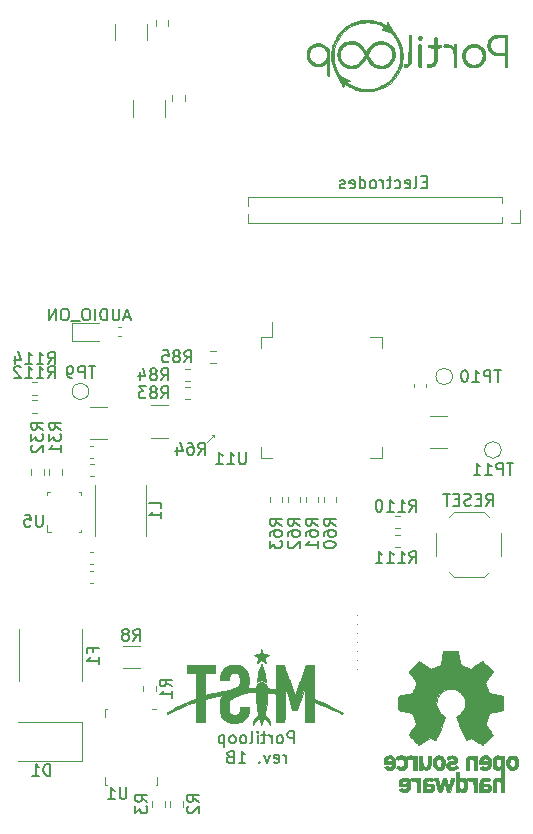
<source format=gbo>
G04 #@! TF.GenerationSoftware,KiCad,Pcbnew,5.1.10*
G04 #@! TF.CreationDate,2021-08-02T17:42:28-04:00*
G04 #@! TF.ProjectId,mist-eeg,6d697374-2d65-4656-972e-6b696361645f,1C*
G04 #@! TF.SameCoordinates,Original*
G04 #@! TF.FileFunction,Legend,Bot*
G04 #@! TF.FilePolarity,Positive*
%FSLAX46Y46*%
G04 Gerber Fmt 4.6, Leading zero omitted, Abs format (unit mm)*
G04 Created by KiCad (PCBNEW 5.1.10) date 2021-08-02 17:42:28*
%MOMM*%
%LPD*%
G01*
G04 APERTURE LIST*
%ADD10C,0.120000*%
%ADD11C,0.150000*%
%ADD12C,0.100000*%
%ADD13C,0.010000*%
G04 APERTURE END LIST*
D10*
X221424500Y-75565000D02*
X221615000Y-75565000D01*
X221551500Y-75628500D02*
X221424500Y-75565000D01*
X221615000Y-75755500D02*
X221551500Y-75628500D01*
X221615000Y-75565000D02*
X221615000Y-75755500D01*
X221043500Y-76200000D02*
X221615000Y-75565000D01*
D11*
X228401166Y-101671880D02*
X228401166Y-100671880D01*
X228020214Y-100671880D01*
X227924976Y-100719500D01*
X227877357Y-100767119D01*
X227829738Y-100862357D01*
X227829738Y-101005214D01*
X227877357Y-101100452D01*
X227924976Y-101148071D01*
X228020214Y-101195690D01*
X228401166Y-101195690D01*
X227258309Y-101671880D02*
X227353547Y-101624261D01*
X227401166Y-101576642D01*
X227448785Y-101481404D01*
X227448785Y-101195690D01*
X227401166Y-101100452D01*
X227353547Y-101052833D01*
X227258309Y-101005214D01*
X227115452Y-101005214D01*
X227020214Y-101052833D01*
X226972595Y-101100452D01*
X226924976Y-101195690D01*
X226924976Y-101481404D01*
X226972595Y-101576642D01*
X227020214Y-101624261D01*
X227115452Y-101671880D01*
X227258309Y-101671880D01*
X226496404Y-101671880D02*
X226496404Y-101005214D01*
X226496404Y-101195690D02*
X226448785Y-101100452D01*
X226401166Y-101052833D01*
X226305928Y-101005214D01*
X226210690Y-101005214D01*
X226020214Y-101005214D02*
X225639261Y-101005214D01*
X225877357Y-100671880D02*
X225877357Y-101529023D01*
X225829738Y-101624261D01*
X225734500Y-101671880D01*
X225639261Y-101671880D01*
X225305928Y-101671880D02*
X225305928Y-101005214D01*
X225305928Y-100671880D02*
X225353547Y-100719500D01*
X225305928Y-100767119D01*
X225258309Y-100719500D01*
X225305928Y-100671880D01*
X225305928Y-100767119D01*
X224686880Y-101671880D02*
X224782119Y-101624261D01*
X224829738Y-101529023D01*
X224829738Y-100671880D01*
X224163071Y-101671880D02*
X224258309Y-101624261D01*
X224305928Y-101576642D01*
X224353547Y-101481404D01*
X224353547Y-101195690D01*
X224305928Y-101100452D01*
X224258309Y-101052833D01*
X224163071Y-101005214D01*
X224020214Y-101005214D01*
X223924976Y-101052833D01*
X223877357Y-101100452D01*
X223829738Y-101195690D01*
X223829738Y-101481404D01*
X223877357Y-101576642D01*
X223924976Y-101624261D01*
X224020214Y-101671880D01*
X224163071Y-101671880D01*
X223258309Y-101671880D02*
X223353547Y-101624261D01*
X223401166Y-101576642D01*
X223448785Y-101481404D01*
X223448785Y-101195690D01*
X223401166Y-101100452D01*
X223353547Y-101052833D01*
X223258309Y-101005214D01*
X223115452Y-101005214D01*
X223020214Y-101052833D01*
X222972595Y-101100452D01*
X222924976Y-101195690D01*
X222924976Y-101481404D01*
X222972595Y-101576642D01*
X223020214Y-101624261D01*
X223115452Y-101671880D01*
X223258309Y-101671880D01*
X222496404Y-101005214D02*
X222496404Y-102005214D01*
X222496404Y-101052833D02*
X222401166Y-101005214D01*
X222210690Y-101005214D01*
X222115452Y-101052833D01*
X222067833Y-101100452D01*
X222020214Y-101195690D01*
X222020214Y-101481404D01*
X222067833Y-101576642D01*
X222115452Y-101624261D01*
X222210690Y-101671880D01*
X222401166Y-101671880D01*
X222496404Y-101624261D01*
X227710690Y-103321880D02*
X227710690Y-102655214D01*
X227710690Y-102845690D02*
X227663071Y-102750452D01*
X227615452Y-102702833D01*
X227520214Y-102655214D01*
X227424976Y-102655214D01*
X226710690Y-103274261D02*
X226805928Y-103321880D01*
X226996404Y-103321880D01*
X227091642Y-103274261D01*
X227139261Y-103179023D01*
X227139261Y-102798071D01*
X227091642Y-102702833D01*
X226996404Y-102655214D01*
X226805928Y-102655214D01*
X226710690Y-102702833D01*
X226663071Y-102798071D01*
X226663071Y-102893309D01*
X227139261Y-102988547D01*
X226329738Y-102655214D02*
X226091642Y-103321880D01*
X225853547Y-102655214D01*
X225472595Y-103226642D02*
X225424976Y-103274261D01*
X225472595Y-103321880D01*
X225520214Y-103274261D01*
X225472595Y-103226642D01*
X225472595Y-103321880D01*
X223710690Y-103321880D02*
X224282119Y-103321880D01*
X223996404Y-103321880D02*
X223996404Y-102321880D01*
X224091642Y-102464738D01*
X224186880Y-102559976D01*
X224282119Y-102607595D01*
X222948785Y-102798071D02*
X222805928Y-102845690D01*
X222758309Y-102893309D01*
X222710690Y-102988547D01*
X222710690Y-103131404D01*
X222758309Y-103226642D01*
X222805928Y-103274261D01*
X222901166Y-103321880D01*
X223282119Y-103321880D01*
X223282119Y-102321880D01*
X222948785Y-102321880D01*
X222853547Y-102369500D01*
X222805928Y-102417119D01*
X222758309Y-102512357D01*
X222758309Y-102607595D01*
X222805928Y-102702833D01*
X222853547Y-102750452D01*
X222948785Y-102798071D01*
X223282119Y-102798071D01*
D10*
X210442000Y-96437752D02*
X210442000Y-92030248D01*
X205102000Y-96437752D02*
X205102000Y-92030248D01*
X211124748Y-73189000D02*
X212547252Y-73189000D01*
X211124748Y-75909000D02*
X212547252Y-75909000D01*
X241312752Y-76671000D02*
X239890248Y-76671000D01*
X241312752Y-73951000D02*
X239890248Y-73951000D01*
X217690752Y-75782000D02*
X216268248Y-75782000D01*
X217690752Y-73062000D02*
X216268248Y-73062000D01*
X214730500Y-48628352D02*
X214730500Y-47205848D01*
X217450500Y-48628352D02*
X217450500Y-47205848D01*
X213270000Y-42151352D02*
X213270000Y-40728848D01*
X215990000Y-42151352D02*
X215990000Y-40728848D01*
X207502699Y-83780500D02*
X207827700Y-83780500D01*
X207502699Y-83205500D02*
X207502699Y-83780500D01*
X210152699Y-83780500D02*
X210352701Y-83780500D01*
X210352701Y-83580498D02*
X210352701Y-83780500D01*
X210352701Y-80430500D02*
X210352701Y-80630502D01*
X210152699Y-80430500D02*
X210352701Y-80430500D01*
X207502699Y-80430500D02*
X207502699Y-80630502D01*
X207502699Y-80430500D02*
X207702701Y-80430500D01*
X215357064Y-95271000D02*
X213902936Y-95271000D01*
X215357064Y-93451000D02*
X213902936Y-93451000D01*
X211136620Y-76490100D02*
X211417780Y-76490100D01*
X211136620Y-77510100D02*
X211417780Y-77510100D01*
D12*
X233759000Y-95440500D02*
G75*
G03*
X233759000Y-95440500I-50000J0D01*
G01*
X233759000Y-94678500D02*
G75*
G03*
X233759000Y-94678500I-50000J0D01*
G01*
X233759000Y-90868500D02*
G75*
G03*
X233759000Y-90868500I-50000J0D01*
G01*
X233759000Y-93916500D02*
G75*
G03*
X233759000Y-93916500I-50000J0D01*
G01*
X233759000Y-93154500D02*
G75*
G03*
X233759000Y-93154500I-50000J0D01*
G01*
X233761500Y-92392500D02*
G75*
G03*
X233761500Y-92392500I-50000J0D01*
G01*
X233759000Y-91630500D02*
G75*
G03*
X233759000Y-91630500I-50000J0D01*
G01*
D10*
X245937000Y-76835000D02*
G75*
G03*
X245937000Y-76835000I-700000J0D01*
G01*
X241955000Y-87586000D02*
X244455000Y-87586000D01*
X240455000Y-85836000D02*
X240455000Y-83836000D01*
X241955000Y-82086000D02*
X244455000Y-82086000D01*
X245955000Y-85836000D02*
X245955000Y-83836000D01*
X241505000Y-87136000D02*
X241955000Y-87586000D01*
X244905000Y-87136000D02*
X244455000Y-87586000D01*
X244905000Y-82536000D02*
X244455000Y-82086000D01*
X241505000Y-82536000D02*
X241955000Y-82086000D01*
X206201242Y-71105500D02*
X206675758Y-71105500D01*
X206201242Y-72150500D02*
X206675758Y-72150500D01*
X206200742Y-72629500D02*
X206675258Y-72629500D01*
X206200742Y-73674500D02*
X206675258Y-73674500D01*
X236935242Y-83996000D02*
X237409758Y-83996000D01*
X236935242Y-85041000D02*
X237409758Y-85041000D01*
X236935242Y-82408500D02*
X237409758Y-82408500D01*
X236935242Y-83453500D02*
X237409758Y-83453500D01*
X216380000Y-98781000D02*
X216730000Y-98781000D01*
X216830000Y-105181000D02*
X216830000Y-104531000D01*
X216680000Y-105181000D02*
X216830000Y-105181000D01*
X212430000Y-105181000D02*
X212430000Y-104531000D01*
X212580000Y-105181000D02*
X212430000Y-105181000D01*
X212430000Y-98781000D02*
X212430000Y-99431000D01*
X212580000Y-98781000D02*
X212430000Y-98781000D01*
D13*
G36*
X233132980Y-42233553D02*
G01*
X233093656Y-42237285D01*
X232905772Y-42271213D01*
X232733262Y-42328853D01*
X232577318Y-42409274D01*
X232439131Y-42511549D01*
X232319894Y-42634748D01*
X232220799Y-42777942D01*
X232143038Y-42940201D01*
X232123821Y-42993129D01*
X232103367Y-43057159D01*
X232089327Y-43112468D01*
X232080170Y-43168455D01*
X232074366Y-43234521D01*
X232070383Y-43320065D01*
X232070326Y-43321627D01*
X232069673Y-43456953D01*
X232079497Y-43573557D01*
X232101446Y-43680370D01*
X232137165Y-43786322D01*
X232169931Y-43861943D01*
X232258545Y-44023352D01*
X232363358Y-44160994D01*
X232484714Y-44275074D01*
X232622958Y-44365801D01*
X232778435Y-44433380D01*
X232951489Y-44478018D01*
X233142465Y-44499924D01*
X233236807Y-44502424D01*
X233412589Y-44491993D01*
X233574862Y-44459374D01*
X233726682Y-44403180D01*
X233871110Y-44322021D01*
X234011204Y-44214509D01*
X234136034Y-44094147D01*
X234218358Y-43999141D01*
X234300660Y-43889647D01*
X234375647Y-43776088D01*
X234436024Y-43668890D01*
X234441840Y-43657157D01*
X234463906Y-43614223D01*
X234481538Y-43584157D01*
X234490381Y-43573857D01*
X234500183Y-43585884D01*
X234519612Y-43617863D01*
X234545149Y-43663862D01*
X234556300Y-43684887D01*
X234654386Y-43855817D01*
X234759824Y-44009120D01*
X234870316Y-44142075D01*
X234983564Y-44251962D01*
X235097272Y-44336060D01*
X235115351Y-44346938D01*
X235173343Y-44376857D01*
X235246452Y-44409174D01*
X235321872Y-44438358D01*
X235347328Y-44447100D01*
X235403582Y-44464890D01*
X235451469Y-44477530D01*
X235498443Y-44486048D01*
X235551956Y-44491473D01*
X235619463Y-44494836D01*
X235708416Y-44497164D01*
X235710185Y-44497201D01*
X235823528Y-44498129D01*
X235913156Y-44495411D01*
X235984188Y-44488779D01*
X236031325Y-44480417D01*
X236186009Y-44435354D01*
X236327544Y-44371086D01*
X236461083Y-44284662D01*
X236591781Y-44173132D01*
X236624974Y-44140621D01*
X236731800Y-44018726D01*
X236815036Y-43889133D01*
X236879347Y-43744078D01*
X236900020Y-43682557D01*
X236922310Y-43585861D01*
X236936298Y-43472086D01*
X236941507Y-43352108D01*
X236941389Y-43348729D01*
X236726185Y-43348729D01*
X236716436Y-43497380D01*
X236685879Y-43631892D01*
X236632556Y-43756812D01*
X236554506Y-43876690D01*
X236449770Y-43996075D01*
X236445340Y-44000560D01*
X236338453Y-44098971D01*
X236234446Y-44173533D01*
X236126552Y-44227776D01*
X236008007Y-44265232D01*
X235898871Y-44285784D01*
X235815364Y-44292146D01*
X235714952Y-44291072D01*
X235608588Y-44283289D01*
X235507226Y-44269526D01*
X235439197Y-44255239D01*
X235314125Y-44214225D01*
X235204066Y-44157203D01*
X235100747Y-44079359D01*
X235042143Y-44024271D01*
X234926061Y-43892457D01*
X234816032Y-43735422D01*
X234710923Y-43551517D01*
X234692956Y-43516459D01*
X234617346Y-43366613D01*
X234364799Y-43366613D01*
X234296274Y-43495427D01*
X234202969Y-43657374D01*
X234103808Y-43804558D01*
X234001457Y-43933664D01*
X233898581Y-44041376D01*
X233797843Y-44124378D01*
X233782170Y-44135099D01*
X233638422Y-44213465D01*
X233484511Y-44265177D01*
X233322510Y-44289905D01*
X233154493Y-44287318D01*
X232996014Y-44260438D01*
X232857687Y-44213551D01*
X232724156Y-44143074D01*
X232600733Y-44053159D01*
X232492724Y-43947959D01*
X232405440Y-43831626D01*
X232372271Y-43772664D01*
X232325971Y-43652867D01*
X232297232Y-43517486D01*
X232286571Y-43374437D01*
X232294505Y-43231637D01*
X232321552Y-43097000D01*
X232326920Y-43079168D01*
X232378056Y-42958931D01*
X232452838Y-42840920D01*
X232546117Y-42731007D01*
X232652739Y-42635062D01*
X232767554Y-42558960D01*
X232796438Y-42543966D01*
X232903688Y-42496100D01*
X233001819Y-42463999D01*
X233101598Y-42445234D01*
X233213793Y-42437376D01*
X233271785Y-42436753D01*
X233384574Y-42440864D01*
X233479533Y-42454262D01*
X233567102Y-42479630D01*
X233657721Y-42519655D01*
X233716794Y-42551203D01*
X233816971Y-42618975D01*
X233920596Y-42710679D01*
X234024103Y-42822081D01*
X234123926Y-42948945D01*
X234216500Y-43087036D01*
X234298256Y-43232118D01*
X234310280Y-43256071D01*
X234364799Y-43366613D01*
X234617346Y-43366613D01*
X234616469Y-43364876D01*
X234664871Y-43276974D01*
X234765011Y-43102799D01*
X234859809Y-42954529D01*
X234951161Y-42829958D01*
X235040963Y-42726881D01*
X235131111Y-42643090D01*
X235223502Y-42576380D01*
X235305856Y-42531150D01*
X235467836Y-42469073D01*
X235632588Y-42435357D01*
X235798011Y-42429745D01*
X235962002Y-42451982D01*
X236122461Y-42501812D01*
X236277286Y-42578979D01*
X236401201Y-42664543D01*
X236517495Y-42772798D01*
X236608052Y-42894395D01*
X236672958Y-43029513D01*
X236712299Y-43178333D01*
X236726160Y-43341035D01*
X236726185Y-43348729D01*
X236941389Y-43348729D01*
X236937457Y-43236802D01*
X236923931Y-43138272D01*
X236886777Y-43014321D01*
X236828120Y-42885259D01*
X236752251Y-42759289D01*
X236668549Y-42650414D01*
X236550631Y-42527239D01*
X236431286Y-42429286D01*
X236304874Y-42353054D01*
X236165755Y-42295043D01*
X236036757Y-42258263D01*
X235947184Y-42243290D01*
X235839700Y-42235083D01*
X235723828Y-42233538D01*
X235609093Y-42238551D01*
X235505019Y-42250017D01*
X235431533Y-42264898D01*
X235284225Y-42314506D01*
X235144007Y-42380952D01*
X235021239Y-42459299D01*
X235016738Y-42462686D01*
X234944824Y-42525513D01*
X234864694Y-42609948D01*
X234780149Y-42711174D01*
X234694991Y-42824373D01*
X234613023Y-42944728D01*
X234538046Y-43067424D01*
X234534449Y-43073710D01*
X234500907Y-43132521D01*
X234374075Y-42943082D01*
X234271938Y-42796569D01*
X234177164Y-42674100D01*
X234086734Y-42572610D01*
X233997629Y-42489036D01*
X233906830Y-42420313D01*
X233811319Y-42363376D01*
X233794300Y-42354601D01*
X233644273Y-42293369D01*
X233479219Y-42251976D01*
X233306376Y-42231634D01*
X233132980Y-42233553D01*
G37*
X233132980Y-42233553D02*
X233093656Y-42237285D01*
X232905772Y-42271213D01*
X232733262Y-42328853D01*
X232577318Y-42409274D01*
X232439131Y-42511549D01*
X232319894Y-42634748D01*
X232220799Y-42777942D01*
X232143038Y-42940201D01*
X232123821Y-42993129D01*
X232103367Y-43057159D01*
X232089327Y-43112468D01*
X232080170Y-43168455D01*
X232074366Y-43234521D01*
X232070383Y-43320065D01*
X232070326Y-43321627D01*
X232069673Y-43456953D01*
X232079497Y-43573557D01*
X232101446Y-43680370D01*
X232137165Y-43786322D01*
X232169931Y-43861943D01*
X232258545Y-44023352D01*
X232363358Y-44160994D01*
X232484714Y-44275074D01*
X232622958Y-44365801D01*
X232778435Y-44433380D01*
X232951489Y-44478018D01*
X233142465Y-44499924D01*
X233236807Y-44502424D01*
X233412589Y-44491993D01*
X233574862Y-44459374D01*
X233726682Y-44403180D01*
X233871110Y-44322021D01*
X234011204Y-44214509D01*
X234136034Y-44094147D01*
X234218358Y-43999141D01*
X234300660Y-43889647D01*
X234375647Y-43776088D01*
X234436024Y-43668890D01*
X234441840Y-43657157D01*
X234463906Y-43614223D01*
X234481538Y-43584157D01*
X234490381Y-43573857D01*
X234500183Y-43585884D01*
X234519612Y-43617863D01*
X234545149Y-43663862D01*
X234556300Y-43684887D01*
X234654386Y-43855817D01*
X234759824Y-44009120D01*
X234870316Y-44142075D01*
X234983564Y-44251962D01*
X235097272Y-44336060D01*
X235115351Y-44346938D01*
X235173343Y-44376857D01*
X235246452Y-44409174D01*
X235321872Y-44438358D01*
X235347328Y-44447100D01*
X235403582Y-44464890D01*
X235451469Y-44477530D01*
X235498443Y-44486048D01*
X235551956Y-44491473D01*
X235619463Y-44494836D01*
X235708416Y-44497164D01*
X235710185Y-44497201D01*
X235823528Y-44498129D01*
X235913156Y-44495411D01*
X235984188Y-44488779D01*
X236031325Y-44480417D01*
X236186009Y-44435354D01*
X236327544Y-44371086D01*
X236461083Y-44284662D01*
X236591781Y-44173132D01*
X236624974Y-44140621D01*
X236731800Y-44018726D01*
X236815036Y-43889133D01*
X236879347Y-43744078D01*
X236900020Y-43682557D01*
X236922310Y-43585861D01*
X236936298Y-43472086D01*
X236941507Y-43352108D01*
X236941389Y-43348729D01*
X236726185Y-43348729D01*
X236716436Y-43497380D01*
X236685879Y-43631892D01*
X236632556Y-43756812D01*
X236554506Y-43876690D01*
X236449770Y-43996075D01*
X236445340Y-44000560D01*
X236338453Y-44098971D01*
X236234446Y-44173533D01*
X236126552Y-44227776D01*
X236008007Y-44265232D01*
X235898871Y-44285784D01*
X235815364Y-44292146D01*
X235714952Y-44291072D01*
X235608588Y-44283289D01*
X235507226Y-44269526D01*
X235439197Y-44255239D01*
X235314125Y-44214225D01*
X235204066Y-44157203D01*
X235100747Y-44079359D01*
X235042143Y-44024271D01*
X234926061Y-43892457D01*
X234816032Y-43735422D01*
X234710923Y-43551517D01*
X234692956Y-43516459D01*
X234617346Y-43366613D01*
X234364799Y-43366613D01*
X234296274Y-43495427D01*
X234202969Y-43657374D01*
X234103808Y-43804558D01*
X234001457Y-43933664D01*
X233898581Y-44041376D01*
X233797843Y-44124378D01*
X233782170Y-44135099D01*
X233638422Y-44213465D01*
X233484511Y-44265177D01*
X233322510Y-44289905D01*
X233154493Y-44287318D01*
X232996014Y-44260438D01*
X232857687Y-44213551D01*
X232724156Y-44143074D01*
X232600733Y-44053159D01*
X232492724Y-43947959D01*
X232405440Y-43831626D01*
X232372271Y-43772664D01*
X232325971Y-43652867D01*
X232297232Y-43517486D01*
X232286571Y-43374437D01*
X232294505Y-43231637D01*
X232321552Y-43097000D01*
X232326920Y-43079168D01*
X232378056Y-42958931D01*
X232452838Y-42840920D01*
X232546117Y-42731007D01*
X232652739Y-42635062D01*
X232767554Y-42558960D01*
X232796438Y-42543966D01*
X232903688Y-42496100D01*
X233001819Y-42463999D01*
X233101598Y-42445234D01*
X233213793Y-42437376D01*
X233271785Y-42436753D01*
X233384574Y-42440864D01*
X233479533Y-42454262D01*
X233567102Y-42479630D01*
X233657721Y-42519655D01*
X233716794Y-42551203D01*
X233816971Y-42618975D01*
X233920596Y-42710679D01*
X234024103Y-42822081D01*
X234123926Y-42948945D01*
X234216500Y-43087036D01*
X234298256Y-43232118D01*
X234310280Y-43256071D01*
X234364799Y-43366613D01*
X234617346Y-43366613D01*
X234616469Y-43364876D01*
X234664871Y-43276974D01*
X234765011Y-43102799D01*
X234859809Y-42954529D01*
X234951161Y-42829958D01*
X235040963Y-42726881D01*
X235131111Y-42643090D01*
X235223502Y-42576380D01*
X235305856Y-42531150D01*
X235467836Y-42469073D01*
X235632588Y-42435357D01*
X235798011Y-42429745D01*
X235962002Y-42451982D01*
X236122461Y-42501812D01*
X236277286Y-42578979D01*
X236401201Y-42664543D01*
X236517495Y-42772798D01*
X236608052Y-42894395D01*
X236672958Y-43029513D01*
X236712299Y-43178333D01*
X236726160Y-43341035D01*
X236726185Y-43348729D01*
X236941389Y-43348729D01*
X236937457Y-43236802D01*
X236923931Y-43138272D01*
X236886777Y-43014321D01*
X236828120Y-42885259D01*
X236752251Y-42759289D01*
X236668549Y-42650414D01*
X236550631Y-42527239D01*
X236431286Y-42429286D01*
X236304874Y-42353054D01*
X236165755Y-42295043D01*
X236036757Y-42258263D01*
X235947184Y-42243290D01*
X235839700Y-42235083D01*
X235723828Y-42233538D01*
X235609093Y-42238551D01*
X235505019Y-42250017D01*
X235431533Y-42264898D01*
X235284225Y-42314506D01*
X235144007Y-42380952D01*
X235021239Y-42459299D01*
X235016738Y-42462686D01*
X234944824Y-42525513D01*
X234864694Y-42609948D01*
X234780149Y-42711174D01*
X234694991Y-42824373D01*
X234613023Y-42944728D01*
X234538046Y-43067424D01*
X234534449Y-43073710D01*
X234500907Y-43132521D01*
X234374075Y-42943082D01*
X234271938Y-42796569D01*
X234177164Y-42674100D01*
X234086734Y-42572610D01*
X233997629Y-42489036D01*
X233906830Y-42420313D01*
X233811319Y-42363376D01*
X233794300Y-42354601D01*
X233644273Y-42293369D01*
X233479219Y-42251976D01*
X233306376Y-42231634D01*
X233132980Y-42233553D01*
G36*
X238991408Y-41778470D02*
G01*
X238936408Y-41803108D01*
X238894244Y-41845009D01*
X238869562Y-41900459D01*
X238867008Y-41965739D01*
X238873351Y-41994198D01*
X238903584Y-42048757D01*
X238952840Y-42086954D01*
X239014540Y-42106117D01*
X239082106Y-42103570D01*
X239116568Y-42093104D01*
X239158868Y-42061208D01*
X239186409Y-42008679D01*
X239196033Y-41942851D01*
X239189208Y-41876820D01*
X239166572Y-41830573D01*
X239124879Y-41797725D01*
X239121333Y-41795850D01*
X239054599Y-41774812D01*
X238991408Y-41778470D01*
G37*
X238991408Y-41778470D02*
X238936408Y-41803108D01*
X238894244Y-41845009D01*
X238869562Y-41900459D01*
X238867008Y-41965739D01*
X238873351Y-41994198D01*
X238903584Y-42048757D01*
X238952840Y-42086954D01*
X239014540Y-42106117D01*
X239082106Y-42103570D01*
X239116568Y-42093104D01*
X239158868Y-42061208D01*
X239186409Y-42008679D01*
X239196033Y-41942851D01*
X239189208Y-41876820D01*
X239166572Y-41830573D01*
X239124879Y-41797725D01*
X239121333Y-41795850D01*
X239054599Y-41774812D01*
X238991408Y-41778470D01*
G36*
X238137970Y-41700106D02*
G01*
X238125960Y-41707437D01*
X238120742Y-41712014D01*
X238116192Y-41718897D01*
X238112248Y-41730034D01*
X238108851Y-41747371D01*
X238105938Y-41772853D01*
X238103449Y-41808426D01*
X238101325Y-41856038D01*
X238099503Y-41917634D01*
X238097924Y-41995161D01*
X238096526Y-42090564D01*
X238095249Y-42205791D01*
X238094032Y-42342786D01*
X238092814Y-42503497D01*
X238091535Y-42689870D01*
X238090528Y-42843179D01*
X238089142Y-43050553D01*
X238087830Y-43230901D01*
X238086535Y-43386227D01*
X238085200Y-43518536D01*
X238083767Y-43629829D01*
X238082181Y-43722110D01*
X238080384Y-43797383D01*
X238078318Y-43857651D01*
X238075928Y-43904917D01*
X238073156Y-43941185D01*
X238069945Y-43968458D01*
X238066239Y-43988739D01*
X238061980Y-44004031D01*
X238057178Y-44016188D01*
X238010669Y-44094895D01*
X237952598Y-44147747D01*
X237880394Y-44176490D01*
X237810995Y-44183300D01*
X237747779Y-44188247D01*
X237707116Y-44205517D01*
X237683862Y-44238752D01*
X237674223Y-44280096D01*
X237672178Y-44324261D01*
X237683172Y-44354180D01*
X237696958Y-44370301D01*
X237717169Y-44386288D01*
X237743168Y-44395456D01*
X237782812Y-44399428D01*
X237840157Y-44399869D01*
X237900941Y-44397320D01*
X237955884Y-44391678D01*
X237993909Y-44384114D01*
X237996185Y-44383357D01*
X238080482Y-44339363D01*
X238157993Y-44271547D01*
X238223810Y-44185057D01*
X238267769Y-44098551D01*
X238300985Y-44016386D01*
X238305037Y-42881066D01*
X238305768Y-42672877D01*
X238306346Y-42491772D01*
X238306727Y-42335806D01*
X238306870Y-42203034D01*
X238306732Y-42091513D01*
X238306271Y-41999297D01*
X238305444Y-41924442D01*
X238304209Y-41865003D01*
X238302524Y-41819036D01*
X238300346Y-41784596D01*
X238297633Y-41759738D01*
X238294342Y-41742519D01*
X238290431Y-41730992D01*
X238285857Y-41723215D01*
X238280579Y-41717242D01*
X238279637Y-41716295D01*
X238238472Y-41693250D01*
X238186814Y-41687598D01*
X238137970Y-41700106D01*
G37*
X238137970Y-41700106D02*
X238125960Y-41707437D01*
X238120742Y-41712014D01*
X238116192Y-41718897D01*
X238112248Y-41730034D01*
X238108851Y-41747371D01*
X238105938Y-41772853D01*
X238103449Y-41808426D01*
X238101325Y-41856038D01*
X238099503Y-41917634D01*
X238097924Y-41995161D01*
X238096526Y-42090564D01*
X238095249Y-42205791D01*
X238094032Y-42342786D01*
X238092814Y-42503497D01*
X238091535Y-42689870D01*
X238090528Y-42843179D01*
X238089142Y-43050553D01*
X238087830Y-43230901D01*
X238086535Y-43386227D01*
X238085200Y-43518536D01*
X238083767Y-43629829D01*
X238082181Y-43722110D01*
X238080384Y-43797383D01*
X238078318Y-43857651D01*
X238075928Y-43904917D01*
X238073156Y-43941185D01*
X238069945Y-43968458D01*
X238066239Y-43988739D01*
X238061980Y-44004031D01*
X238057178Y-44016188D01*
X238010669Y-44094895D01*
X237952598Y-44147747D01*
X237880394Y-44176490D01*
X237810995Y-44183300D01*
X237747779Y-44188247D01*
X237707116Y-44205517D01*
X237683862Y-44238752D01*
X237674223Y-44280096D01*
X237672178Y-44324261D01*
X237683172Y-44354180D01*
X237696958Y-44370301D01*
X237717169Y-44386288D01*
X237743168Y-44395456D01*
X237782812Y-44399428D01*
X237840157Y-44399869D01*
X237900941Y-44397320D01*
X237955884Y-44391678D01*
X237993909Y-44384114D01*
X237996185Y-44383357D01*
X238080482Y-44339363D01*
X238157993Y-44271547D01*
X238223810Y-44185057D01*
X238267769Y-44098551D01*
X238300985Y-44016386D01*
X238305037Y-42881066D01*
X238305768Y-42672877D01*
X238306346Y-42491772D01*
X238306727Y-42335806D01*
X238306870Y-42203034D01*
X238306732Y-42091513D01*
X238306271Y-41999297D01*
X238305444Y-41924442D01*
X238304209Y-41865003D01*
X238302524Y-41819036D01*
X238300346Y-41784596D01*
X238297633Y-41759738D01*
X238294342Y-41742519D01*
X238290431Y-41730992D01*
X238285857Y-41723215D01*
X238280579Y-41717242D01*
X238279637Y-41716295D01*
X238238472Y-41693250D01*
X238186814Y-41687598D01*
X238137970Y-41700106D01*
G36*
X238969034Y-42513427D02*
G01*
X238946549Y-42528993D01*
X238940558Y-42535564D01*
X238935455Y-42543831D01*
X238931180Y-42555992D01*
X238927674Y-42574244D01*
X238924875Y-42600784D01*
X238922725Y-42637811D01*
X238921164Y-42687523D01*
X238920130Y-42752116D01*
X238919564Y-42833788D01*
X238919407Y-42934738D01*
X238919598Y-43057162D01*
X238920077Y-43203259D01*
X238920784Y-43375225D01*
X238921149Y-43459083D01*
X238921983Y-43643153D01*
X238922795Y-43800369D01*
X238923662Y-43932907D01*
X238924660Y-44042942D01*
X238925864Y-44132649D01*
X238927350Y-44204202D01*
X238929194Y-44259777D01*
X238931472Y-44301548D01*
X238934260Y-44331691D01*
X238937633Y-44352381D01*
X238941668Y-44365793D01*
X238946440Y-44374101D01*
X238952025Y-44379482D01*
X238953274Y-44380418D01*
X238994491Y-44397243D01*
X239044105Y-44400146D01*
X239089326Y-44389607D01*
X239111536Y-44374472D01*
X239116476Y-44367018D01*
X239120695Y-44354972D01*
X239124249Y-44336171D01*
X239127194Y-44308451D01*
X239129586Y-44269651D01*
X239131480Y-44217608D01*
X239132934Y-44150159D01*
X239134003Y-44065142D01*
X239134744Y-43960393D01*
X239135211Y-43833751D01*
X239135462Y-43683052D01*
X239135553Y-43506134D01*
X239135557Y-43447807D01*
X239135522Y-43263536D01*
X239135375Y-43106114D01*
X239135053Y-42973362D01*
X239134494Y-42863100D01*
X239133635Y-42773148D01*
X239132414Y-42701327D01*
X239130767Y-42645458D01*
X239128633Y-42603360D01*
X239125949Y-42572855D01*
X239122652Y-42551763D01*
X239118680Y-42537904D01*
X239113969Y-42529099D01*
X239109014Y-42523664D01*
X239068340Y-42503922D01*
X239017278Y-42500654D01*
X238969034Y-42513427D01*
G37*
X238969034Y-42513427D02*
X238946549Y-42528993D01*
X238940558Y-42535564D01*
X238935455Y-42543831D01*
X238931180Y-42555992D01*
X238927674Y-42574244D01*
X238924875Y-42600784D01*
X238922725Y-42637811D01*
X238921164Y-42687523D01*
X238920130Y-42752116D01*
X238919564Y-42833788D01*
X238919407Y-42934738D01*
X238919598Y-43057162D01*
X238920077Y-43203259D01*
X238920784Y-43375225D01*
X238921149Y-43459083D01*
X238921983Y-43643153D01*
X238922795Y-43800369D01*
X238923662Y-43932907D01*
X238924660Y-44042942D01*
X238925864Y-44132649D01*
X238927350Y-44204202D01*
X238929194Y-44259777D01*
X238931472Y-44301548D01*
X238934260Y-44331691D01*
X238937633Y-44352381D01*
X238941668Y-44365793D01*
X238946440Y-44374101D01*
X238952025Y-44379482D01*
X238953274Y-44380418D01*
X238994491Y-44397243D01*
X239044105Y-44400146D01*
X239089326Y-44389607D01*
X239111536Y-44374472D01*
X239116476Y-44367018D01*
X239120695Y-44354972D01*
X239124249Y-44336171D01*
X239127194Y-44308451D01*
X239129586Y-44269651D01*
X239131480Y-44217608D01*
X239132934Y-44150159D01*
X239134003Y-44065142D01*
X239134744Y-43960393D01*
X239135211Y-43833751D01*
X239135462Y-43683052D01*
X239135553Y-43506134D01*
X239135557Y-43447807D01*
X239135522Y-43263536D01*
X239135375Y-43106114D01*
X239135053Y-42973362D01*
X239134494Y-42863100D01*
X239133635Y-42773148D01*
X239132414Y-42701327D01*
X239130767Y-42645458D01*
X239128633Y-42603360D01*
X239125949Y-42572855D01*
X239122652Y-42551763D01*
X239118680Y-42537904D01*
X239113969Y-42529099D01*
X239109014Y-42523664D01*
X239068340Y-42503922D01*
X239017278Y-42500654D01*
X238969034Y-42513427D01*
G36*
X240347273Y-41896540D02*
G01*
X240305914Y-41920125D01*
X240267671Y-41950207D01*
X240267671Y-42557700D01*
X240043645Y-42557700D01*
X239937151Y-42558709D01*
X239856240Y-42562509D01*
X239797512Y-42570257D01*
X239757566Y-42583111D01*
X239733001Y-42602229D01*
X239720419Y-42628768D01*
X239716418Y-42663887D01*
X239716351Y-42669149D01*
X239717786Y-42699928D01*
X239724866Y-42722945D01*
X239741249Y-42739322D01*
X239770592Y-42750179D01*
X239816551Y-42756637D01*
X239882784Y-42759819D01*
X239972947Y-42760843D01*
X240015660Y-42760900D01*
X240269576Y-42760900D01*
X240264995Y-43301908D01*
X240260414Y-43842915D01*
X240212736Y-43939718D01*
X240158817Y-44028198D01*
X240093489Y-44094355D01*
X240013075Y-44140400D01*
X239913898Y-44168548D01*
X239813545Y-44179970D01*
X239750703Y-44184425D01*
X239709827Y-44190242D01*
X239683861Y-44199394D01*
X239665751Y-44213853D01*
X239657516Y-44223588D01*
X239637100Y-44258082D01*
X239629043Y-44287812D01*
X239637548Y-44327657D01*
X239657926Y-44367781D01*
X239678387Y-44389907D01*
X239701257Y-44395212D01*
X239745387Y-44398268D01*
X239803104Y-44399183D01*
X239866736Y-44398064D01*
X239928608Y-44395019D01*
X239981050Y-44390156D01*
X240010102Y-44385257D01*
X240106824Y-44350235D01*
X240203877Y-44293500D01*
X240293295Y-44221157D01*
X240367113Y-44139310D01*
X240402687Y-44084399D01*
X240422802Y-44045859D01*
X240439377Y-44008930D01*
X240452751Y-43970395D01*
X240463264Y-43927034D01*
X240471258Y-43875629D01*
X240477072Y-43812960D01*
X240481047Y-43735810D01*
X240483522Y-43640958D01*
X240484839Y-43525187D01*
X240485337Y-43385277D01*
X240485385Y-43302136D01*
X240485385Y-42760900D01*
X240644006Y-42760900D01*
X240719037Y-42759975D01*
X240770300Y-42756761D01*
X240803010Y-42750604D01*
X240822383Y-42740848D01*
X240825434Y-42738092D01*
X240841571Y-42706122D01*
X240847852Y-42661587D01*
X240842970Y-42619661D01*
X240836839Y-42605780D01*
X240806707Y-42582118D01*
X240750961Y-42566501D01*
X240668639Y-42558719D01*
X240615069Y-42557700D01*
X240485385Y-42557700D01*
X240485385Y-41950207D01*
X240447142Y-41920125D01*
X240396733Y-41893911D01*
X240347273Y-41896540D01*
G37*
X240347273Y-41896540D02*
X240305914Y-41920125D01*
X240267671Y-41950207D01*
X240267671Y-42557700D01*
X240043645Y-42557700D01*
X239937151Y-42558709D01*
X239856240Y-42562509D01*
X239797512Y-42570257D01*
X239757566Y-42583111D01*
X239733001Y-42602229D01*
X239720419Y-42628768D01*
X239716418Y-42663887D01*
X239716351Y-42669149D01*
X239717786Y-42699928D01*
X239724866Y-42722945D01*
X239741249Y-42739322D01*
X239770592Y-42750179D01*
X239816551Y-42756637D01*
X239882784Y-42759819D01*
X239972947Y-42760843D01*
X240015660Y-42760900D01*
X240269576Y-42760900D01*
X240264995Y-43301908D01*
X240260414Y-43842915D01*
X240212736Y-43939718D01*
X240158817Y-44028198D01*
X240093489Y-44094355D01*
X240013075Y-44140400D01*
X239913898Y-44168548D01*
X239813545Y-44179970D01*
X239750703Y-44184425D01*
X239709827Y-44190242D01*
X239683861Y-44199394D01*
X239665751Y-44213853D01*
X239657516Y-44223588D01*
X239637100Y-44258082D01*
X239629043Y-44287812D01*
X239637548Y-44327657D01*
X239657926Y-44367781D01*
X239678387Y-44389907D01*
X239701257Y-44395212D01*
X239745387Y-44398268D01*
X239803104Y-44399183D01*
X239866736Y-44398064D01*
X239928608Y-44395019D01*
X239981050Y-44390156D01*
X240010102Y-44385257D01*
X240106824Y-44350235D01*
X240203877Y-44293500D01*
X240293295Y-44221157D01*
X240367113Y-44139310D01*
X240402687Y-44084399D01*
X240422802Y-44045859D01*
X240439377Y-44008930D01*
X240452751Y-43970395D01*
X240463264Y-43927034D01*
X240471258Y-43875629D01*
X240477072Y-43812960D01*
X240481047Y-43735810D01*
X240483522Y-43640958D01*
X240484839Y-43525187D01*
X240485337Y-43385277D01*
X240485385Y-43302136D01*
X240485385Y-42760900D01*
X240644006Y-42760900D01*
X240719037Y-42759975D01*
X240770300Y-42756761D01*
X240803010Y-42750604D01*
X240822383Y-42740848D01*
X240825434Y-42738092D01*
X240841571Y-42706122D01*
X240847852Y-42661587D01*
X240842970Y-42619661D01*
X240836839Y-42605780D01*
X240806707Y-42582118D01*
X240750961Y-42566501D01*
X240668639Y-42558719D01*
X240615069Y-42557700D01*
X240485385Y-42557700D01*
X240485385Y-41950207D01*
X240447142Y-41920125D01*
X240396733Y-41893911D01*
X240347273Y-41896540D01*
G36*
X241233111Y-42477310D02*
G01*
X241176296Y-42487182D01*
X241124158Y-42502533D01*
X241097341Y-42514847D01*
X241066100Y-42538892D01*
X241053354Y-42567901D01*
X241051443Y-42599253D01*
X241053538Y-42634888D01*
X241062541Y-42660486D01*
X241082522Y-42677689D01*
X241117555Y-42688138D01*
X241171712Y-42693477D01*
X241249065Y-42695345D01*
X241290140Y-42695491D01*
X241481061Y-42695586D01*
X241592063Y-42750431D01*
X241701854Y-42819087D01*
X241790063Y-42905181D01*
X241854720Y-43006671D01*
X241867974Y-43036672D01*
X241875823Y-43057096D01*
X241882331Y-43077805D01*
X241887664Y-43101715D01*
X241891988Y-43131739D01*
X241895468Y-43170794D01*
X241898269Y-43221793D01*
X241900557Y-43287651D01*
X241902498Y-43371282D01*
X241904257Y-43475602D01*
X241905999Y-43603526D01*
X241907611Y-43734784D01*
X241909660Y-43891262D01*
X241911772Y-44021050D01*
X241914047Y-44126487D01*
X241916584Y-44209910D01*
X241919483Y-44273658D01*
X241922844Y-44320071D01*
X241926766Y-44351485D01*
X241931348Y-44370240D01*
X241934963Y-44377041D01*
X241967621Y-44396540D01*
X242013520Y-44402463D01*
X242060565Y-44395408D01*
X242096661Y-44375970D01*
X242102905Y-44368756D01*
X242107593Y-44359382D01*
X242111596Y-44344237D01*
X242114966Y-44321168D01*
X242117757Y-44288022D01*
X242120019Y-44242645D01*
X242121807Y-44182884D01*
X242123172Y-44106586D01*
X242124167Y-44011597D01*
X242124845Y-43895763D01*
X242125257Y-43756933D01*
X242125457Y-43592951D01*
X242125500Y-43442092D01*
X242125567Y-43253239D01*
X242125603Y-43091347D01*
X242125361Y-42954349D01*
X242124593Y-42840177D01*
X242123052Y-42746765D01*
X242120491Y-42672044D01*
X242116661Y-42613949D01*
X242111316Y-42570412D01*
X242104209Y-42539365D01*
X242095091Y-42518743D01*
X242083715Y-42506477D01*
X242069835Y-42500500D01*
X242053202Y-42498746D01*
X242033568Y-42499147D01*
X242012694Y-42499643D01*
X241967920Y-42504667D01*
X241937452Y-42522479D01*
X241918886Y-42557192D01*
X241909819Y-42612916D01*
X241907785Y-42679087D01*
X241907785Y-42794014D01*
X241860614Y-42734900D01*
X241767046Y-42640166D01*
X241655206Y-42564674D01*
X241530266Y-42510547D01*
X241397396Y-42479909D01*
X241261768Y-42474881D01*
X241233111Y-42477310D01*
G37*
X241233111Y-42477310D02*
X241176296Y-42487182D01*
X241124158Y-42502533D01*
X241097341Y-42514847D01*
X241066100Y-42538892D01*
X241053354Y-42567901D01*
X241051443Y-42599253D01*
X241053538Y-42634888D01*
X241062541Y-42660486D01*
X241082522Y-42677689D01*
X241117555Y-42688138D01*
X241171712Y-42693477D01*
X241249065Y-42695345D01*
X241290140Y-42695491D01*
X241481061Y-42695586D01*
X241592063Y-42750431D01*
X241701854Y-42819087D01*
X241790063Y-42905181D01*
X241854720Y-43006671D01*
X241867974Y-43036672D01*
X241875823Y-43057096D01*
X241882331Y-43077805D01*
X241887664Y-43101715D01*
X241891988Y-43131739D01*
X241895468Y-43170794D01*
X241898269Y-43221793D01*
X241900557Y-43287651D01*
X241902498Y-43371282D01*
X241904257Y-43475602D01*
X241905999Y-43603526D01*
X241907611Y-43734784D01*
X241909660Y-43891262D01*
X241911772Y-44021050D01*
X241914047Y-44126487D01*
X241916584Y-44209910D01*
X241919483Y-44273658D01*
X241922844Y-44320071D01*
X241926766Y-44351485D01*
X241931348Y-44370240D01*
X241934963Y-44377041D01*
X241967621Y-44396540D01*
X242013520Y-44402463D01*
X242060565Y-44395408D01*
X242096661Y-44375970D01*
X242102905Y-44368756D01*
X242107593Y-44359382D01*
X242111596Y-44344237D01*
X242114966Y-44321168D01*
X242117757Y-44288022D01*
X242120019Y-44242645D01*
X242121807Y-44182884D01*
X242123172Y-44106586D01*
X242124167Y-44011597D01*
X242124845Y-43895763D01*
X242125257Y-43756933D01*
X242125457Y-43592951D01*
X242125500Y-43442092D01*
X242125567Y-43253239D01*
X242125603Y-43091347D01*
X242125361Y-42954349D01*
X242124593Y-42840177D01*
X242123052Y-42746765D01*
X242120491Y-42672044D01*
X242116661Y-42613949D01*
X242111316Y-42570412D01*
X242104209Y-42539365D01*
X242095091Y-42518743D01*
X242083715Y-42506477D01*
X242069835Y-42500500D01*
X242053202Y-42498746D01*
X242033568Y-42499147D01*
X242012694Y-42499643D01*
X241967920Y-42504667D01*
X241937452Y-42522479D01*
X241918886Y-42557192D01*
X241909819Y-42612916D01*
X241907785Y-42679087D01*
X241907785Y-42794014D01*
X241860614Y-42734900D01*
X241767046Y-42640166D01*
X241655206Y-42564674D01*
X241530266Y-42510547D01*
X241397396Y-42479909D01*
X241261768Y-42474881D01*
X241233111Y-42477310D01*
G36*
X245941614Y-41687058D02*
G01*
X245798675Y-41687487D01*
X245680898Y-41688944D01*
X245584422Y-41691912D01*
X245505387Y-41696872D01*
X245439932Y-41704307D01*
X245384194Y-41714699D01*
X245334315Y-41728531D01*
X245286431Y-41746284D01*
X245236683Y-41768442D01*
X245217810Y-41777475D01*
X245133571Y-41828831D01*
X245047047Y-41899704D01*
X244965964Y-41982367D01*
X244898050Y-42069088D01*
X244857648Y-42137724D01*
X244813325Y-42243518D01*
X244785114Y-42348435D01*
X244771311Y-42461539D01*
X244770213Y-42591894D01*
X244770543Y-42601243D01*
X244775534Y-42690070D01*
X244783931Y-42759907D01*
X244797330Y-42820738D01*
X244814116Y-42873585D01*
X244879495Y-43016591D01*
X244967522Y-43142065D01*
X245076518Y-43248312D01*
X245204804Y-43333640D01*
X245322666Y-43386611D01*
X245351229Y-43396452D01*
X245379469Y-43404211D01*
X245411354Y-43410199D01*
X245450847Y-43414725D01*
X245501914Y-43418098D01*
X245568520Y-43420629D01*
X245654629Y-43422626D01*
X245764208Y-43424400D01*
X245815757Y-43425120D01*
X246218528Y-43430606D01*
X246218528Y-43886781D01*
X246218603Y-44014081D01*
X246218954Y-44115537D01*
X246219772Y-44194332D01*
X246221247Y-44253649D01*
X246223570Y-44296674D01*
X246226932Y-44326589D01*
X246231522Y-44346579D01*
X246237531Y-44359827D01*
X246245150Y-44369517D01*
X246247557Y-44371986D01*
X246286496Y-44394186D01*
X246335763Y-44401296D01*
X246383084Y-44393130D01*
X246412222Y-44374472D01*
X246416369Y-44368107D01*
X246420013Y-44357570D01*
X246423186Y-44341080D01*
X246425921Y-44316854D01*
X246428250Y-44283111D01*
X246430204Y-44238072D01*
X246431816Y-44179953D01*
X246433118Y-44106975D01*
X246434141Y-44017355D01*
X246434919Y-43909312D01*
X246435483Y-43781066D01*
X246435865Y-43630835D01*
X246436098Y-43456838D01*
X246436213Y-43257294D01*
X246436243Y-43041407D01*
X246436222Y-42816728D01*
X246436136Y-42619282D01*
X246435949Y-42447275D01*
X246435625Y-42298912D01*
X246435129Y-42172398D01*
X246434424Y-42065938D01*
X246433475Y-41977737D01*
X246432246Y-41906000D01*
X246432207Y-41904557D01*
X246218528Y-41904557D01*
X246218528Y-43210843D01*
X245880492Y-43210843D01*
X245758505Y-43210314D01*
X245661578Y-43208588D01*
X245585756Y-43205456D01*
X245527087Y-43200710D01*
X245481618Y-43194141D01*
X245455949Y-43188457D01*
X245336206Y-43144011D01*
X245233637Y-43079257D01*
X245148570Y-42997528D01*
X245081336Y-42902157D01*
X245032264Y-42796478D01*
X245001683Y-42683824D01*
X244989923Y-42567529D01*
X244997312Y-42450926D01*
X245024182Y-42337348D01*
X245070860Y-42230129D01*
X245137677Y-42132602D01*
X245224962Y-42048101D01*
X245333044Y-41979958D01*
X245336355Y-41978327D01*
X245385709Y-41955898D01*
X245434148Y-41938429D01*
X245486205Y-41925329D01*
X245546411Y-41916004D01*
X245619296Y-41909864D01*
X245709392Y-41906317D01*
X245821231Y-41904771D01*
X245901195Y-41904557D01*
X246218528Y-41904557D01*
X246432207Y-41904557D01*
X246430701Y-41848933D01*
X246428804Y-41804740D01*
X246426520Y-41771626D01*
X246423812Y-41747797D01*
X246420645Y-41731457D01*
X246416984Y-41720812D01*
X246412792Y-41714067D01*
X246409700Y-41710864D01*
X246399416Y-41703993D01*
X246383345Y-41698556D01*
X246358321Y-41694393D01*
X246321180Y-41691343D01*
X246268758Y-41689244D01*
X246197888Y-41687937D01*
X246105407Y-41687259D01*
X245988150Y-41687050D01*
X245941614Y-41687058D01*
G37*
X245941614Y-41687058D02*
X245798675Y-41687487D01*
X245680898Y-41688944D01*
X245584422Y-41691912D01*
X245505387Y-41696872D01*
X245439932Y-41704307D01*
X245384194Y-41714699D01*
X245334315Y-41728531D01*
X245286431Y-41746284D01*
X245236683Y-41768442D01*
X245217810Y-41777475D01*
X245133571Y-41828831D01*
X245047047Y-41899704D01*
X244965964Y-41982367D01*
X244898050Y-42069088D01*
X244857648Y-42137724D01*
X244813325Y-42243518D01*
X244785114Y-42348435D01*
X244771311Y-42461539D01*
X244770213Y-42591894D01*
X244770543Y-42601243D01*
X244775534Y-42690070D01*
X244783931Y-42759907D01*
X244797330Y-42820738D01*
X244814116Y-42873585D01*
X244879495Y-43016591D01*
X244967522Y-43142065D01*
X245076518Y-43248312D01*
X245204804Y-43333640D01*
X245322666Y-43386611D01*
X245351229Y-43396452D01*
X245379469Y-43404211D01*
X245411354Y-43410199D01*
X245450847Y-43414725D01*
X245501914Y-43418098D01*
X245568520Y-43420629D01*
X245654629Y-43422626D01*
X245764208Y-43424400D01*
X245815757Y-43425120D01*
X246218528Y-43430606D01*
X246218528Y-43886781D01*
X246218603Y-44014081D01*
X246218954Y-44115537D01*
X246219772Y-44194332D01*
X246221247Y-44253649D01*
X246223570Y-44296674D01*
X246226932Y-44326589D01*
X246231522Y-44346579D01*
X246237531Y-44359827D01*
X246245150Y-44369517D01*
X246247557Y-44371986D01*
X246286496Y-44394186D01*
X246335763Y-44401296D01*
X246383084Y-44393130D01*
X246412222Y-44374472D01*
X246416369Y-44368107D01*
X246420013Y-44357570D01*
X246423186Y-44341080D01*
X246425921Y-44316854D01*
X246428250Y-44283111D01*
X246430204Y-44238072D01*
X246431816Y-44179953D01*
X246433118Y-44106975D01*
X246434141Y-44017355D01*
X246434919Y-43909312D01*
X246435483Y-43781066D01*
X246435865Y-43630835D01*
X246436098Y-43456838D01*
X246436213Y-43257294D01*
X246436243Y-43041407D01*
X246436222Y-42816728D01*
X246436136Y-42619282D01*
X246435949Y-42447275D01*
X246435625Y-42298912D01*
X246435129Y-42172398D01*
X246434424Y-42065938D01*
X246433475Y-41977737D01*
X246432246Y-41906000D01*
X246432207Y-41904557D01*
X246218528Y-41904557D01*
X246218528Y-43210843D01*
X245880492Y-43210843D01*
X245758505Y-43210314D01*
X245661578Y-43208588D01*
X245585756Y-43205456D01*
X245527087Y-43200710D01*
X245481618Y-43194141D01*
X245455949Y-43188457D01*
X245336206Y-43144011D01*
X245233637Y-43079257D01*
X245148570Y-42997528D01*
X245081336Y-42902157D01*
X245032264Y-42796478D01*
X245001683Y-42683824D01*
X244989923Y-42567529D01*
X244997312Y-42450926D01*
X245024182Y-42337348D01*
X245070860Y-42230129D01*
X245137677Y-42132602D01*
X245224962Y-42048101D01*
X245333044Y-41979958D01*
X245336355Y-41978327D01*
X245385709Y-41955898D01*
X245434148Y-41938429D01*
X245486205Y-41925329D01*
X245546411Y-41916004D01*
X245619296Y-41909864D01*
X245709392Y-41906317D01*
X245821231Y-41904771D01*
X245901195Y-41904557D01*
X246218528Y-41904557D01*
X246432207Y-41904557D01*
X246430701Y-41848933D01*
X246428804Y-41804740D01*
X246426520Y-41771626D01*
X246423812Y-41747797D01*
X246420645Y-41731457D01*
X246416984Y-41720812D01*
X246412792Y-41714067D01*
X246409700Y-41710864D01*
X246399416Y-41703993D01*
X246383345Y-41698556D01*
X246358321Y-41694393D01*
X246321180Y-41691343D01*
X246268758Y-41689244D01*
X246197888Y-41687937D01*
X246105407Y-41687259D01*
X245988150Y-41687050D01*
X245941614Y-41687058D01*
G36*
X243549850Y-42476990D02*
G01*
X243455344Y-42485817D01*
X243376784Y-42499278D01*
X243303269Y-42520301D01*
X243223896Y-42551814D01*
X243157645Y-42582335D01*
X243023033Y-42661934D01*
X242906782Y-42761733D01*
X242809848Y-42878699D01*
X242733193Y-43009797D01*
X242677775Y-43151993D01*
X242644553Y-43302252D01*
X242634485Y-43457541D01*
X242648532Y-43614824D01*
X242687653Y-43771068D01*
X242741078Y-43900272D01*
X242778385Y-43968415D01*
X242822063Y-44037417D01*
X242864596Y-44095693D01*
X242878735Y-44112437D01*
X242995200Y-44221254D01*
X243128744Y-44308108D01*
X243276354Y-44371988D01*
X243435020Y-44411887D01*
X243601730Y-44426794D01*
X243773473Y-44415702D01*
X243780558Y-44414680D01*
X243936279Y-44377470D01*
X244082073Y-44314498D01*
X244215010Y-44228176D01*
X244332162Y-44120915D01*
X244430601Y-43995127D01*
X244507397Y-43853223D01*
X244529342Y-43798214D01*
X244564524Y-43666870D01*
X244581925Y-43521846D01*
X244581750Y-43453003D01*
X244360700Y-43453003D01*
X244347491Y-43604656D01*
X244307813Y-43744406D01*
X244241593Y-43872434D01*
X244148754Y-43988923D01*
X244133780Y-44004171D01*
X244040729Y-44082071D01*
X243935678Y-44145438D01*
X243828340Y-44188677D01*
X243800181Y-44196187D01*
X243734066Y-44206138D01*
X243651808Y-44210525D01*
X243563988Y-44209538D01*
X243481188Y-44203371D01*
X243413990Y-44192217D01*
X243401763Y-44188939D01*
X243265324Y-44133830D01*
X243143986Y-44055161D01*
X243040416Y-43955544D01*
X242957283Y-43837589D01*
X242897253Y-43703909D01*
X242892969Y-43690861D01*
X242870435Y-43589388D01*
X242861062Y-43475231D01*
X242864829Y-43359540D01*
X242881713Y-43253466D01*
X242893923Y-43210843D01*
X242955398Y-43070439D01*
X243036789Y-42949767D01*
X243136196Y-42850221D01*
X243251718Y-42773200D01*
X243381456Y-42720099D01*
X243523510Y-42692314D01*
X243604851Y-42688329D01*
X243753461Y-42701746D01*
X243890801Y-42740550D01*
X244014726Y-42802570D01*
X244123091Y-42885637D01*
X244213751Y-42987580D01*
X244284560Y-43106229D01*
X244333373Y-43239413D01*
X244358045Y-43384962D01*
X244360700Y-43453003D01*
X244581750Y-43453003D01*
X244581544Y-43372398D01*
X244563381Y-43227784D01*
X244529363Y-43102501D01*
X244460675Y-42954016D01*
X244369872Y-42822380D01*
X244259594Y-42709278D01*
X244132479Y-42616394D01*
X243991166Y-42545414D01*
X243838294Y-42498022D01*
X243676501Y-42475905D01*
X243549850Y-42476990D01*
G37*
X243549850Y-42476990D02*
X243455344Y-42485817D01*
X243376784Y-42499278D01*
X243303269Y-42520301D01*
X243223896Y-42551814D01*
X243157645Y-42582335D01*
X243023033Y-42661934D01*
X242906782Y-42761733D01*
X242809848Y-42878699D01*
X242733193Y-43009797D01*
X242677775Y-43151993D01*
X242644553Y-43302252D01*
X242634485Y-43457541D01*
X242648532Y-43614824D01*
X242687653Y-43771068D01*
X242741078Y-43900272D01*
X242778385Y-43968415D01*
X242822063Y-44037417D01*
X242864596Y-44095693D01*
X242878735Y-44112437D01*
X242995200Y-44221254D01*
X243128744Y-44308108D01*
X243276354Y-44371988D01*
X243435020Y-44411887D01*
X243601730Y-44426794D01*
X243773473Y-44415702D01*
X243780558Y-44414680D01*
X243936279Y-44377470D01*
X244082073Y-44314498D01*
X244215010Y-44228176D01*
X244332162Y-44120915D01*
X244430601Y-43995127D01*
X244507397Y-43853223D01*
X244529342Y-43798214D01*
X244564524Y-43666870D01*
X244581925Y-43521846D01*
X244581750Y-43453003D01*
X244360700Y-43453003D01*
X244347491Y-43604656D01*
X244307813Y-43744406D01*
X244241593Y-43872434D01*
X244148754Y-43988923D01*
X244133780Y-44004171D01*
X244040729Y-44082071D01*
X243935678Y-44145438D01*
X243828340Y-44188677D01*
X243800181Y-44196187D01*
X243734066Y-44206138D01*
X243651808Y-44210525D01*
X243563988Y-44209538D01*
X243481188Y-44203371D01*
X243413990Y-44192217D01*
X243401763Y-44188939D01*
X243265324Y-44133830D01*
X243143986Y-44055161D01*
X243040416Y-43955544D01*
X242957283Y-43837589D01*
X242897253Y-43703909D01*
X242892969Y-43690861D01*
X242870435Y-43589388D01*
X242861062Y-43475231D01*
X242864829Y-43359540D01*
X242881713Y-43253466D01*
X242893923Y-43210843D01*
X242955398Y-43070439D01*
X243036789Y-42949767D01*
X243136196Y-42850221D01*
X243251718Y-42773200D01*
X243381456Y-42720099D01*
X243523510Y-42692314D01*
X243604851Y-42688329D01*
X243753461Y-42701746D01*
X243890801Y-42740550D01*
X244014726Y-42802570D01*
X244123091Y-42885637D01*
X244213751Y-42987580D01*
X244284560Y-43106229D01*
X244333373Y-43239413D01*
X244358045Y-43384962D01*
X244360700Y-43453003D01*
X244581750Y-43453003D01*
X244581544Y-43372398D01*
X244563381Y-43227784D01*
X244529363Y-43102501D01*
X244460675Y-42954016D01*
X244369872Y-42822380D01*
X244259594Y-42709278D01*
X244132479Y-42616394D01*
X243991166Y-42545414D01*
X243838294Y-42498022D01*
X243676501Y-42475905D01*
X243549850Y-42476990D01*
G36*
X230317317Y-42417638D02*
G01*
X230201781Y-42432698D01*
X230103124Y-42457257D01*
X230095558Y-42459866D01*
X229948881Y-42525505D01*
X229815906Y-42612389D01*
X229700846Y-42717181D01*
X229607915Y-42836542D01*
X229596213Y-42855382D01*
X229527130Y-42996528D01*
X229480695Y-43149395D01*
X229457213Y-43308686D01*
X229456991Y-43469103D01*
X229480334Y-43625346D01*
X229527549Y-43772117D01*
X229541498Y-43803305D01*
X229626710Y-43953178D01*
X229729390Y-44079932D01*
X229848962Y-44183188D01*
X229984851Y-44262566D01*
X230136480Y-44317687D01*
X230303273Y-44348170D01*
X230376185Y-44353471D01*
X230544335Y-44350492D01*
X230694978Y-44325701D01*
X230830793Y-44278142D01*
X230954461Y-44206864D01*
X231068661Y-44110911D01*
X231074630Y-44104991D01*
X231181728Y-43997892D01*
X231181728Y-44538931D01*
X231181822Y-44679528D01*
X231182186Y-44793975D01*
X231182951Y-44885149D01*
X231184243Y-44955927D01*
X231186191Y-45009188D01*
X231188922Y-45047808D01*
X231192565Y-45074666D01*
X231197247Y-45092639D01*
X231203097Y-45104604D01*
X231207128Y-45109988D01*
X231250839Y-45140883D01*
X231304700Y-45148596D01*
X231340976Y-45139913D01*
X231372232Y-45122597D01*
X231387925Y-45107863D01*
X231389853Y-45090667D01*
X231391682Y-45046931D01*
X231393381Y-44979142D01*
X231394921Y-44889790D01*
X231396272Y-44781363D01*
X231397405Y-44656348D01*
X231398289Y-44517234D01*
X231398896Y-44366509D01*
X231399196Y-44206661D01*
X231399220Y-44160222D01*
X231399227Y-43971980D01*
X231399105Y-43810408D01*
X231398793Y-43673148D01*
X231398224Y-43557839D01*
X231397335Y-43462125D01*
X231397072Y-43445867D01*
X231178229Y-43445867D01*
X231155774Y-43582571D01*
X231110595Y-43711917D01*
X231043765Y-43830593D01*
X230956358Y-43935291D01*
X230849448Y-44022701D01*
X230757838Y-44074578D01*
X230623845Y-44125417D01*
X230491606Y-44148889D01*
X230355397Y-44145680D01*
X230274585Y-44132342D01*
X230144069Y-44091682D01*
X230021744Y-44028257D01*
X229912813Y-43945836D01*
X229822481Y-43848185D01*
X229769897Y-43766904D01*
X229734998Y-43687366D01*
X229705068Y-43592304D01*
X229683263Y-43494064D01*
X229672741Y-43404992D01*
X229672243Y-43385015D01*
X229679349Y-43300254D01*
X229698557Y-43203182D01*
X229726700Y-43106176D01*
X229760611Y-43021613D01*
X229769897Y-43003349D01*
X229832104Y-42911362D01*
X229914759Y-42823381D01*
X230009539Y-42747271D01*
X230093157Y-42697913D01*
X230234330Y-42643371D01*
X230375528Y-42617788D01*
X230517262Y-42621165D01*
X230660044Y-42653503D01*
X230772847Y-42699012D01*
X230842020Y-42741427D01*
X230916489Y-42802199D01*
X230988623Y-42873696D01*
X231050788Y-42948285D01*
X231095354Y-43018334D01*
X231098502Y-43024698D01*
X231150667Y-43163621D01*
X231176884Y-43305114D01*
X231178229Y-43445867D01*
X231397072Y-43445867D01*
X231396062Y-43383646D01*
X231394340Y-43320043D01*
X231392106Y-43268958D01*
X231389294Y-43228031D01*
X231385840Y-43194906D01*
X231381681Y-43167222D01*
X231376752Y-43142621D01*
X231370988Y-43118744D01*
X231370820Y-43118089D01*
X231317486Y-42966189D01*
X231239858Y-42827219D01*
X231140675Y-42703837D01*
X231022672Y-42598704D01*
X230888588Y-42514479D01*
X230741158Y-42453822D01*
X230666734Y-42433920D01*
X230559639Y-42417802D01*
X230439885Y-42412523D01*
X230317317Y-42417638D01*
G37*
X230317317Y-42417638D02*
X230201781Y-42432698D01*
X230103124Y-42457257D01*
X230095558Y-42459866D01*
X229948881Y-42525505D01*
X229815906Y-42612389D01*
X229700846Y-42717181D01*
X229607915Y-42836542D01*
X229596213Y-42855382D01*
X229527130Y-42996528D01*
X229480695Y-43149395D01*
X229457213Y-43308686D01*
X229456991Y-43469103D01*
X229480334Y-43625346D01*
X229527549Y-43772117D01*
X229541498Y-43803305D01*
X229626710Y-43953178D01*
X229729390Y-44079932D01*
X229848962Y-44183188D01*
X229984851Y-44262566D01*
X230136480Y-44317687D01*
X230303273Y-44348170D01*
X230376185Y-44353471D01*
X230544335Y-44350492D01*
X230694978Y-44325701D01*
X230830793Y-44278142D01*
X230954461Y-44206864D01*
X231068661Y-44110911D01*
X231074630Y-44104991D01*
X231181728Y-43997892D01*
X231181728Y-44538931D01*
X231181822Y-44679528D01*
X231182186Y-44793975D01*
X231182951Y-44885149D01*
X231184243Y-44955927D01*
X231186191Y-45009188D01*
X231188922Y-45047808D01*
X231192565Y-45074666D01*
X231197247Y-45092639D01*
X231203097Y-45104604D01*
X231207128Y-45109988D01*
X231250839Y-45140883D01*
X231304700Y-45148596D01*
X231340976Y-45139913D01*
X231372232Y-45122597D01*
X231387925Y-45107863D01*
X231389853Y-45090667D01*
X231391682Y-45046931D01*
X231393381Y-44979142D01*
X231394921Y-44889790D01*
X231396272Y-44781363D01*
X231397405Y-44656348D01*
X231398289Y-44517234D01*
X231398896Y-44366509D01*
X231399196Y-44206661D01*
X231399220Y-44160222D01*
X231399227Y-43971980D01*
X231399105Y-43810408D01*
X231398793Y-43673148D01*
X231398224Y-43557839D01*
X231397335Y-43462125D01*
X231397072Y-43445867D01*
X231178229Y-43445867D01*
X231155774Y-43582571D01*
X231110595Y-43711917D01*
X231043765Y-43830593D01*
X230956358Y-43935291D01*
X230849448Y-44022701D01*
X230757838Y-44074578D01*
X230623845Y-44125417D01*
X230491606Y-44148889D01*
X230355397Y-44145680D01*
X230274585Y-44132342D01*
X230144069Y-44091682D01*
X230021744Y-44028257D01*
X229912813Y-43945836D01*
X229822481Y-43848185D01*
X229769897Y-43766904D01*
X229734998Y-43687366D01*
X229705068Y-43592304D01*
X229683263Y-43494064D01*
X229672741Y-43404992D01*
X229672243Y-43385015D01*
X229679349Y-43300254D01*
X229698557Y-43203182D01*
X229726700Y-43106176D01*
X229760611Y-43021613D01*
X229769897Y-43003349D01*
X229832104Y-42911362D01*
X229914759Y-42823381D01*
X230009539Y-42747271D01*
X230093157Y-42697913D01*
X230234330Y-42643371D01*
X230375528Y-42617788D01*
X230517262Y-42621165D01*
X230660044Y-42653503D01*
X230772847Y-42699012D01*
X230842020Y-42741427D01*
X230916489Y-42802199D01*
X230988623Y-42873696D01*
X231050788Y-42948285D01*
X231095354Y-43018334D01*
X231098502Y-43024698D01*
X231150667Y-43163621D01*
X231176884Y-43305114D01*
X231178229Y-43445867D01*
X231397072Y-43445867D01*
X231396062Y-43383646D01*
X231394340Y-43320043D01*
X231392106Y-43268958D01*
X231389294Y-43228031D01*
X231385840Y-43194906D01*
X231381681Y-43167222D01*
X231376752Y-43142621D01*
X231370988Y-43118744D01*
X231370820Y-43118089D01*
X231317486Y-42966189D01*
X231239858Y-42827219D01*
X231140675Y-42703837D01*
X231022672Y-42598704D01*
X230888588Y-42514479D01*
X230741158Y-42453822D01*
X230666734Y-42433920D01*
X230559639Y-42417802D01*
X230439885Y-42412523D01*
X230317317Y-42417638D01*
G36*
X234405750Y-40430018D02*
G01*
X234127045Y-40458234D01*
X233853597Y-40511694D01*
X233587094Y-40589694D01*
X233329228Y-40691532D01*
X233081689Y-40816506D01*
X232846167Y-40963912D01*
X232624353Y-41133048D01*
X232417937Y-41323212D01*
X232228610Y-41533700D01*
X232058061Y-41763810D01*
X231907982Y-42012839D01*
X231855326Y-42115015D01*
X231740454Y-42380495D01*
X231652317Y-42653819D01*
X231590735Y-42932808D01*
X231555531Y-43215283D01*
X231546523Y-43499064D01*
X231563532Y-43781973D01*
X231606379Y-44061831D01*
X231674885Y-44336459D01*
X231768869Y-44603678D01*
X231888152Y-44861308D01*
X232032555Y-45107170D01*
X232111252Y-45221072D01*
X232130712Y-45253180D01*
X232159479Y-45307849D01*
X232195545Y-45380907D01*
X232236903Y-45468182D01*
X232281543Y-45565503D01*
X232327459Y-45668698D01*
X232334813Y-45685529D01*
X232378478Y-45785306D01*
X232418732Y-45876485D01*
X232454040Y-45955650D01*
X232482863Y-46019384D01*
X232503667Y-46064270D01*
X232514915Y-46086892D01*
X232516147Y-46088776D01*
X232537394Y-46096191D01*
X232560004Y-46076700D01*
X232582265Y-46032264D01*
X232592807Y-46001045D01*
X232612127Y-45945641D01*
X232634656Y-45893692D01*
X232647805Y-45869298D01*
X232677840Y-45820839D01*
X232731332Y-45862041D01*
X232925166Y-45997132D01*
X233139538Y-46121110D01*
X233366963Y-46230443D01*
X233599957Y-46321597D01*
X233831036Y-46391040D01*
X233874128Y-46401493D01*
X234066252Y-46437795D01*
X234275072Y-46462315D01*
X234491353Y-46474681D01*
X234705859Y-46474525D01*
X234909356Y-46461474D01*
X235020757Y-46447538D01*
X235310380Y-46389348D01*
X235589410Y-46304990D01*
X235856415Y-46195670D01*
X236109964Y-46062593D01*
X236348624Y-45906963D01*
X236570962Y-45729985D01*
X236775547Y-45532864D01*
X236960946Y-45316805D01*
X237125726Y-45083013D01*
X237268457Y-44832692D01*
X237387705Y-44567047D01*
X237444937Y-44408272D01*
X237506040Y-44203306D01*
X237550270Y-44007298D01*
X237578835Y-43811674D01*
X237592941Y-43607860D01*
X237593302Y-43514379D01*
X237391350Y-43514379D01*
X237389451Y-43624593D01*
X237384365Y-43718811D01*
X237380706Y-43756373D01*
X237332793Y-44045848D01*
X237258677Y-44323024D01*
X237158550Y-44587506D01*
X237032602Y-44838899D01*
X236881021Y-45076807D01*
X236704000Y-45300834D01*
X236567360Y-45446874D01*
X236353057Y-45641094D01*
X236123427Y-45810807D01*
X235879482Y-45955503D01*
X235622236Y-46074667D01*
X235352701Y-46167787D01*
X235071890Y-46234350D01*
X234981899Y-46249636D01*
X234891481Y-46259924D01*
X234780204Y-46266921D01*
X234656056Y-46270608D01*
X234527021Y-46270970D01*
X234401085Y-46267989D01*
X234286233Y-46261648D01*
X234190452Y-46251930D01*
X234186185Y-46251338D01*
X233908901Y-46197948D01*
X233638128Y-46117425D01*
X233376972Y-46011018D01*
X233128538Y-45879975D01*
X232917479Y-45741344D01*
X232831687Y-45679100D01*
X232910222Y-45642542D01*
X232957927Y-45622579D01*
X232999024Y-45609241D01*
X233018640Y-45605842D01*
X233054125Y-45598188D01*
X233081738Y-45580013D01*
X233093216Y-45557978D01*
X233090520Y-45547907D01*
X233074948Y-45537007D01*
X233036573Y-45515328D01*
X232978776Y-45484628D01*
X232904939Y-45446664D01*
X232818440Y-45403191D01*
X232722662Y-45355967D01*
X232697849Y-45343871D01*
X232316707Y-45158488D01*
X232213734Y-45002574D01*
X232070029Y-44759324D01*
X231952769Y-44506128D01*
X231861960Y-44245004D01*
X231797605Y-43977967D01*
X231759710Y-43707032D01*
X231748278Y-43434216D01*
X231763314Y-43161534D01*
X231804823Y-42891003D01*
X231872810Y-42624637D01*
X231967278Y-42364454D01*
X232088232Y-42112468D01*
X232206817Y-41913927D01*
X232374185Y-41683857D01*
X232561248Y-41473894D01*
X232766215Y-41284969D01*
X232987291Y-41118014D01*
X233222685Y-40973962D01*
X233470605Y-40853745D01*
X233729256Y-40758295D01*
X233996847Y-40688544D01*
X234271585Y-40645425D01*
X234551677Y-40629869D01*
X234672414Y-40631852D01*
X234950222Y-40654700D01*
X235215243Y-40702253D01*
X235471583Y-40775612D01*
X235723349Y-40875876D01*
X235890588Y-40958161D01*
X235951815Y-40991546D01*
X236002958Y-41021330D01*
X236038855Y-41044372D01*
X236054344Y-41057530D01*
X236054501Y-41057904D01*
X236045926Y-41073977D01*
X236017092Y-41096787D01*
X235974683Y-41122274D01*
X235925384Y-41146374D01*
X235880728Y-41163497D01*
X235840647Y-41184052D01*
X235826084Y-41208670D01*
X235837819Y-41232781D01*
X235866214Y-41248469D01*
X235890470Y-41257121D01*
X235937946Y-41273966D01*
X236004490Y-41297535D01*
X236085948Y-41326356D01*
X236178169Y-41358961D01*
X236261728Y-41388484D01*
X236374840Y-41428500D01*
X236464792Y-41461256D01*
X236535707Y-41489405D01*
X236591710Y-41515600D01*
X236636925Y-41542493D01*
X236675475Y-41572737D01*
X236711485Y-41608985D01*
X236749077Y-41653889D01*
X236792376Y-41710102D01*
X236821394Y-41748488D01*
X236979564Y-41979129D01*
X237112134Y-42219640D01*
X237220213Y-42472566D01*
X237304908Y-42740453D01*
X237360052Y-42985615D01*
X237371082Y-43063417D01*
X237379927Y-43162688D01*
X237386387Y-43275933D01*
X237390262Y-43395661D01*
X237391350Y-43514379D01*
X237593302Y-43514379D01*
X237593795Y-43387281D01*
X237592970Y-43356085D01*
X237575019Y-43085641D01*
X237536849Y-42831617D01*
X237477052Y-42588325D01*
X237394219Y-42350075D01*
X237286944Y-42111179D01*
X237282829Y-42102935D01*
X237141031Y-41848994D01*
X236975867Y-41607829D01*
X236828768Y-41425586D01*
X236806631Y-41395787D01*
X236772670Y-41344753D01*
X236729386Y-41276496D01*
X236679280Y-41195029D01*
X236624853Y-41104364D01*
X236568607Y-41008513D01*
X236566380Y-41004672D01*
X236512176Y-40911635D01*
X236461808Y-40826142D01*
X236417344Y-40751628D01*
X236380852Y-40691527D01*
X236354400Y-40649274D01*
X236340056Y-40628304D01*
X236339169Y-40627300D01*
X236321013Y-40613900D01*
X236305404Y-40623170D01*
X236297127Y-40633703D01*
X236280252Y-40669609D01*
X236276243Y-40693722D01*
X236271559Y-40729753D01*
X236259637Y-40775830D01*
X236243672Y-40822754D01*
X236226858Y-40861325D01*
X236212391Y-40882346D01*
X236210315Y-40883544D01*
X236190227Y-40879858D01*
X236153209Y-40864046D01*
X236106915Y-40839424D01*
X236102336Y-40836761D01*
X235962108Y-40761016D01*
X235805304Y-40687319D01*
X235644169Y-40621177D01*
X235539317Y-40583640D01*
X235256494Y-40503856D01*
X234972164Y-40452126D01*
X234688020Y-40427748D01*
X234405750Y-40430018D01*
G37*
X234405750Y-40430018D02*
X234127045Y-40458234D01*
X233853597Y-40511694D01*
X233587094Y-40589694D01*
X233329228Y-40691532D01*
X233081689Y-40816506D01*
X232846167Y-40963912D01*
X232624353Y-41133048D01*
X232417937Y-41323212D01*
X232228610Y-41533700D01*
X232058061Y-41763810D01*
X231907982Y-42012839D01*
X231855326Y-42115015D01*
X231740454Y-42380495D01*
X231652317Y-42653819D01*
X231590735Y-42932808D01*
X231555531Y-43215283D01*
X231546523Y-43499064D01*
X231563532Y-43781973D01*
X231606379Y-44061831D01*
X231674885Y-44336459D01*
X231768869Y-44603678D01*
X231888152Y-44861308D01*
X232032555Y-45107170D01*
X232111252Y-45221072D01*
X232130712Y-45253180D01*
X232159479Y-45307849D01*
X232195545Y-45380907D01*
X232236903Y-45468182D01*
X232281543Y-45565503D01*
X232327459Y-45668698D01*
X232334813Y-45685529D01*
X232378478Y-45785306D01*
X232418732Y-45876485D01*
X232454040Y-45955650D01*
X232482863Y-46019384D01*
X232503667Y-46064270D01*
X232514915Y-46086892D01*
X232516147Y-46088776D01*
X232537394Y-46096191D01*
X232560004Y-46076700D01*
X232582265Y-46032264D01*
X232592807Y-46001045D01*
X232612127Y-45945641D01*
X232634656Y-45893692D01*
X232647805Y-45869298D01*
X232677840Y-45820839D01*
X232731332Y-45862041D01*
X232925166Y-45997132D01*
X233139538Y-46121110D01*
X233366963Y-46230443D01*
X233599957Y-46321597D01*
X233831036Y-46391040D01*
X233874128Y-46401493D01*
X234066252Y-46437795D01*
X234275072Y-46462315D01*
X234491353Y-46474681D01*
X234705859Y-46474525D01*
X234909356Y-46461474D01*
X235020757Y-46447538D01*
X235310380Y-46389348D01*
X235589410Y-46304990D01*
X235856415Y-46195670D01*
X236109964Y-46062593D01*
X236348624Y-45906963D01*
X236570962Y-45729985D01*
X236775547Y-45532864D01*
X236960946Y-45316805D01*
X237125726Y-45083013D01*
X237268457Y-44832692D01*
X237387705Y-44567047D01*
X237444937Y-44408272D01*
X237506040Y-44203306D01*
X237550270Y-44007298D01*
X237578835Y-43811674D01*
X237592941Y-43607860D01*
X237593302Y-43514379D01*
X237391350Y-43514379D01*
X237389451Y-43624593D01*
X237384365Y-43718811D01*
X237380706Y-43756373D01*
X237332793Y-44045848D01*
X237258677Y-44323024D01*
X237158550Y-44587506D01*
X237032602Y-44838899D01*
X236881021Y-45076807D01*
X236704000Y-45300834D01*
X236567360Y-45446874D01*
X236353057Y-45641094D01*
X236123427Y-45810807D01*
X235879482Y-45955503D01*
X235622236Y-46074667D01*
X235352701Y-46167787D01*
X235071890Y-46234350D01*
X234981899Y-46249636D01*
X234891481Y-46259924D01*
X234780204Y-46266921D01*
X234656056Y-46270608D01*
X234527021Y-46270970D01*
X234401085Y-46267989D01*
X234286233Y-46261648D01*
X234190452Y-46251930D01*
X234186185Y-46251338D01*
X233908901Y-46197948D01*
X233638128Y-46117425D01*
X233376972Y-46011018D01*
X233128538Y-45879975D01*
X232917479Y-45741344D01*
X232831687Y-45679100D01*
X232910222Y-45642542D01*
X232957927Y-45622579D01*
X232999024Y-45609241D01*
X233018640Y-45605842D01*
X233054125Y-45598188D01*
X233081738Y-45580013D01*
X233093216Y-45557978D01*
X233090520Y-45547907D01*
X233074948Y-45537007D01*
X233036573Y-45515328D01*
X232978776Y-45484628D01*
X232904939Y-45446664D01*
X232818440Y-45403191D01*
X232722662Y-45355967D01*
X232697849Y-45343871D01*
X232316707Y-45158488D01*
X232213734Y-45002574D01*
X232070029Y-44759324D01*
X231952769Y-44506128D01*
X231861960Y-44245004D01*
X231797605Y-43977967D01*
X231759710Y-43707032D01*
X231748278Y-43434216D01*
X231763314Y-43161534D01*
X231804823Y-42891003D01*
X231872810Y-42624637D01*
X231967278Y-42364454D01*
X232088232Y-42112468D01*
X232206817Y-41913927D01*
X232374185Y-41683857D01*
X232561248Y-41473894D01*
X232766215Y-41284969D01*
X232987291Y-41118014D01*
X233222685Y-40973962D01*
X233470605Y-40853745D01*
X233729256Y-40758295D01*
X233996847Y-40688544D01*
X234271585Y-40645425D01*
X234551677Y-40629869D01*
X234672414Y-40631852D01*
X234950222Y-40654700D01*
X235215243Y-40702253D01*
X235471583Y-40775612D01*
X235723349Y-40875876D01*
X235890588Y-40958161D01*
X235951815Y-40991546D01*
X236002958Y-41021330D01*
X236038855Y-41044372D01*
X236054344Y-41057530D01*
X236054501Y-41057904D01*
X236045926Y-41073977D01*
X236017092Y-41096787D01*
X235974683Y-41122274D01*
X235925384Y-41146374D01*
X235880728Y-41163497D01*
X235840647Y-41184052D01*
X235826084Y-41208670D01*
X235837819Y-41232781D01*
X235866214Y-41248469D01*
X235890470Y-41257121D01*
X235937946Y-41273966D01*
X236004490Y-41297535D01*
X236085948Y-41326356D01*
X236178169Y-41358961D01*
X236261728Y-41388484D01*
X236374840Y-41428500D01*
X236464792Y-41461256D01*
X236535707Y-41489405D01*
X236591710Y-41515600D01*
X236636925Y-41542493D01*
X236675475Y-41572737D01*
X236711485Y-41608985D01*
X236749077Y-41653889D01*
X236792376Y-41710102D01*
X236821394Y-41748488D01*
X236979564Y-41979129D01*
X237112134Y-42219640D01*
X237220213Y-42472566D01*
X237304908Y-42740453D01*
X237360052Y-42985615D01*
X237371082Y-43063417D01*
X237379927Y-43162688D01*
X237386387Y-43275933D01*
X237390262Y-43395661D01*
X237391350Y-43514379D01*
X237593302Y-43514379D01*
X237593795Y-43387281D01*
X237592970Y-43356085D01*
X237575019Y-43085641D01*
X237536849Y-42831617D01*
X237477052Y-42588325D01*
X237394219Y-42350075D01*
X237286944Y-42111179D01*
X237282829Y-42102935D01*
X237141031Y-41848994D01*
X236975867Y-41607829D01*
X236828768Y-41425586D01*
X236806631Y-41395787D01*
X236772670Y-41344753D01*
X236729386Y-41276496D01*
X236679280Y-41195029D01*
X236624853Y-41104364D01*
X236568607Y-41008513D01*
X236566380Y-41004672D01*
X236512176Y-40911635D01*
X236461808Y-40826142D01*
X236417344Y-40751628D01*
X236380852Y-40691527D01*
X236354400Y-40649274D01*
X236340056Y-40628304D01*
X236339169Y-40627300D01*
X236321013Y-40613900D01*
X236305404Y-40623170D01*
X236297127Y-40633703D01*
X236280252Y-40669609D01*
X236276243Y-40693722D01*
X236271559Y-40729753D01*
X236259637Y-40775830D01*
X236243672Y-40822754D01*
X236226858Y-40861325D01*
X236212391Y-40882346D01*
X236210315Y-40883544D01*
X236190227Y-40879858D01*
X236153209Y-40864046D01*
X236106915Y-40839424D01*
X236102336Y-40836761D01*
X235962108Y-40761016D01*
X235805304Y-40687319D01*
X235644169Y-40621177D01*
X235539317Y-40583640D01*
X235256494Y-40503856D01*
X234972164Y-40452126D01*
X234688020Y-40427748D01*
X234405750Y-40430018D01*
G36*
X240934465Y-94455172D02*
G01*
X240821883Y-95052363D01*
X240406469Y-95223610D01*
X239991056Y-95394857D01*
X239492698Y-95055978D01*
X239353132Y-94961622D01*
X239226972Y-94877375D01*
X239120105Y-94807083D01*
X239038418Y-94754592D01*
X238987799Y-94723749D01*
X238974014Y-94717098D01*
X238949180Y-94734203D01*
X238896112Y-94781489D01*
X238820760Y-94852917D01*
X238729071Y-94942445D01*
X238626993Y-95044034D01*
X238520474Y-95151643D01*
X238415464Y-95259232D01*
X238317909Y-95360760D01*
X238233758Y-95450186D01*
X238168960Y-95521471D01*
X238129462Y-95568573D01*
X238120020Y-95584337D01*
X238133609Y-95613398D01*
X238171707Y-95677066D01*
X238230306Y-95769112D01*
X238305403Y-95883309D01*
X238392991Y-96013429D01*
X238443746Y-96087646D01*
X238536255Y-96223167D01*
X238618460Y-96345461D01*
X238686370Y-96448440D01*
X238736000Y-96526018D01*
X238763360Y-96572106D01*
X238767471Y-96581792D01*
X238758151Y-96609319D01*
X238732746Y-96673473D01*
X238695089Y-96765235D01*
X238649014Y-96875584D01*
X238598354Y-96995500D01*
X238546941Y-97115964D01*
X238498611Y-97227954D01*
X238457194Y-97322452D01*
X238426526Y-97390437D01*
X238410438Y-97422888D01*
X238409489Y-97424165D01*
X238384228Y-97430362D01*
X238316954Y-97444185D01*
X238214640Y-97464277D01*
X238084259Y-97489279D01*
X237932784Y-97517831D01*
X237844406Y-97534296D01*
X237682548Y-97565114D01*
X237536351Y-97594439D01*
X237413213Y-97620666D01*
X237320531Y-97642191D01*
X237265699Y-97657410D01*
X237254677Y-97662238D01*
X237243881Y-97694919D01*
X237235171Y-97768730D01*
X237228540Y-97875037D01*
X237223982Y-98005212D01*
X237221491Y-98150621D01*
X237221062Y-98302635D01*
X237222689Y-98452622D01*
X237226365Y-98591951D01*
X237232085Y-98711990D01*
X237239842Y-98804110D01*
X237249632Y-98859677D01*
X237255504Y-98871245D01*
X237290601Y-98885110D01*
X237364972Y-98904933D01*
X237468777Y-98928384D01*
X237592181Y-98953136D01*
X237635259Y-98961143D01*
X237842953Y-98999186D01*
X238007016Y-99029824D01*
X238132870Y-99054274D01*
X238225935Y-99073754D01*
X238291633Y-99089481D01*
X238335383Y-99102673D01*
X238362608Y-99114549D01*
X238378728Y-99126325D01*
X238380983Y-99128653D01*
X238403497Y-99166145D01*
X238437842Y-99239110D01*
X238480589Y-99338612D01*
X238528308Y-99455718D01*
X238577570Y-99581493D01*
X238624945Y-99707002D01*
X238667005Y-99823310D01*
X238700320Y-99921484D01*
X238721459Y-99992588D01*
X238726995Y-100027687D01*
X238726534Y-100028917D01*
X238707777Y-100057606D01*
X238665224Y-100120730D01*
X238603347Y-100211718D01*
X238526618Y-100324000D01*
X238439509Y-100451005D01*
X238414701Y-100487098D01*
X238326247Y-100617948D01*
X238248412Y-100737336D01*
X238185434Y-100838407D01*
X238141555Y-100914304D01*
X238121015Y-100958172D01*
X238120020Y-100963562D01*
X238137278Y-100991889D01*
X238184964Y-101048006D01*
X238256950Y-101125882D01*
X238347103Y-101219485D01*
X238449295Y-101322786D01*
X238557394Y-101429751D01*
X238665272Y-101534351D01*
X238766796Y-101630554D01*
X238855838Y-101712329D01*
X238926267Y-101773645D01*
X238971953Y-101808471D01*
X238984591Y-101814157D01*
X239014009Y-101800765D01*
X239074239Y-101764644D01*
X239155470Y-101711881D01*
X239217970Y-101669412D01*
X239331215Y-101591485D01*
X239465326Y-101499729D01*
X239599845Y-101408120D01*
X239672167Y-101359091D01*
X239916962Y-101193515D01*
X240122449Y-101304620D01*
X240216064Y-101353293D01*
X240295670Y-101391126D01*
X240349533Y-101412703D01*
X240363243Y-101415706D01*
X240379730Y-101393538D01*
X240412255Y-101330894D01*
X240458391Y-101233554D01*
X240515710Y-101107294D01*
X240581784Y-100957895D01*
X240654185Y-100791133D01*
X240730484Y-100612787D01*
X240808254Y-100428636D01*
X240885066Y-100244457D01*
X240958494Y-100066030D01*
X241026108Y-99899132D01*
X241085480Y-99749542D01*
X241134184Y-99623038D01*
X241169790Y-99525399D01*
X241189870Y-99462402D01*
X241193100Y-99440766D01*
X241167504Y-99413169D01*
X241111461Y-99368370D01*
X241036689Y-99315679D01*
X241030413Y-99311510D01*
X240837155Y-99156814D01*
X240681326Y-98976336D01*
X240564276Y-98775847D01*
X240487355Y-98561119D01*
X240451914Y-98337922D01*
X240459303Y-98112026D01*
X240510873Y-97889204D01*
X240607974Y-97675224D01*
X240636542Y-97628409D01*
X240785132Y-97439363D01*
X240960673Y-97287557D01*
X241157090Y-97173779D01*
X241368307Y-97098820D01*
X241588247Y-97063467D01*
X241810837Y-97068512D01*
X242029999Y-97114744D01*
X242239658Y-97202951D01*
X242433739Y-97333924D01*
X242493774Y-97387082D01*
X242646565Y-97553484D01*
X242757903Y-97728657D01*
X242834277Y-97925011D01*
X242876813Y-98119462D01*
X242887314Y-98338087D01*
X242852299Y-98557797D01*
X242775327Y-98771165D01*
X242659953Y-98970767D01*
X242509734Y-99149174D01*
X242328227Y-99298962D01*
X242304373Y-99314751D01*
X242228799Y-99366457D01*
X242171349Y-99411257D01*
X242143883Y-99439862D01*
X242143483Y-99440766D01*
X242149380Y-99471709D01*
X242172755Y-99541936D01*
X242211179Y-99645670D01*
X242262223Y-99777135D01*
X242323458Y-99930552D01*
X242392456Y-100100146D01*
X242466786Y-100280138D01*
X242544022Y-100464753D01*
X242621732Y-100648213D01*
X242697489Y-100824741D01*
X242768863Y-100988559D01*
X242833426Y-101133892D01*
X242888748Y-101254962D01*
X242932400Y-101345992D01*
X242961954Y-101401205D01*
X242973856Y-101415706D01*
X243010223Y-101404414D01*
X243078270Y-101374130D01*
X243166263Y-101330265D01*
X243214649Y-101304620D01*
X243420137Y-101193515D01*
X243664932Y-101359091D01*
X243789894Y-101443915D01*
X243926705Y-101537261D01*
X244054911Y-101625153D01*
X244119129Y-101669412D01*
X244209449Y-101730063D01*
X244285929Y-101778126D01*
X244338593Y-101807515D01*
X244355698Y-101813727D01*
X244380595Y-101796968D01*
X244435695Y-101750181D01*
X244515657Y-101678225D01*
X244615139Y-101585957D01*
X244728800Y-101478235D01*
X244800685Y-101409071D01*
X244926449Y-101285502D01*
X245035137Y-101174979D01*
X245122355Y-101082230D01*
X245183711Y-101011982D01*
X245214809Y-100968965D01*
X245217792Y-100960235D01*
X245203947Y-100927029D01*
X245165688Y-100859887D01*
X245107258Y-100765608D01*
X245032903Y-100650990D01*
X244946865Y-100522828D01*
X244922397Y-100487098D01*
X244833245Y-100357234D01*
X244753262Y-100240314D01*
X244686920Y-100142907D01*
X244638689Y-100071584D01*
X244613043Y-100032915D01*
X244610565Y-100028917D01*
X244614271Y-99998100D01*
X244633939Y-99930344D01*
X244666140Y-99834584D01*
X244707445Y-99719754D01*
X244754425Y-99594789D01*
X244803651Y-99468624D01*
X244851692Y-99350193D01*
X244895119Y-99248430D01*
X244930504Y-99172271D01*
X244954416Y-99130649D01*
X244956116Y-99128653D01*
X244970738Y-99116758D01*
X244995435Y-99104995D01*
X245035628Y-99092146D01*
X245096737Y-99076994D01*
X245184183Y-99058321D01*
X245303388Y-99034910D01*
X245459773Y-99005542D01*
X245658757Y-98969000D01*
X245701840Y-98961143D01*
X245829529Y-98936472D01*
X245940847Y-98912338D01*
X246025955Y-98891069D01*
X246075017Y-98874993D01*
X246081595Y-98871245D01*
X246092436Y-98838018D01*
X246101247Y-98763766D01*
X246108024Y-98657121D01*
X246112760Y-98526712D01*
X246115450Y-98381172D01*
X246116087Y-98229131D01*
X246114666Y-98079221D01*
X246111180Y-97940073D01*
X246105624Y-97820317D01*
X246097992Y-97728586D01*
X246088278Y-97673511D01*
X246082422Y-97662238D01*
X246049820Y-97650868D01*
X245975582Y-97632369D01*
X245867104Y-97608347D01*
X245731783Y-97580407D01*
X245577015Y-97550153D01*
X245492692Y-97534296D01*
X245332704Y-97504389D01*
X245190033Y-97477295D01*
X245071652Y-97454376D01*
X244984535Y-97436988D01*
X244935655Y-97426492D01*
X244927610Y-97424165D01*
X244914013Y-97397931D01*
X244885271Y-97334740D01*
X244845215Y-97243622D01*
X244797676Y-97133602D01*
X244746485Y-97013710D01*
X244695474Y-96892972D01*
X244648474Y-96780416D01*
X244609316Y-96685071D01*
X244581831Y-96615962D01*
X244569851Y-96582119D01*
X244569628Y-96580640D01*
X244583209Y-96553942D01*
X244621285Y-96492505D01*
X244679853Y-96402434D01*
X244754912Y-96289835D01*
X244842460Y-96160815D01*
X244893353Y-96086706D01*
X244986091Y-95950822D01*
X245068459Y-95827454D01*
X245136439Y-95722842D01*
X245186012Y-95643228D01*
X245213158Y-95594852D01*
X245217079Y-95584007D01*
X245200225Y-95558765D01*
X245153632Y-95504869D01*
X245083251Y-95428358D01*
X244995035Y-95335268D01*
X244894935Y-95231640D01*
X244788902Y-95123509D01*
X244682889Y-95016915D01*
X244582848Y-94917895D01*
X244494730Y-94832487D01*
X244424487Y-94766730D01*
X244378072Y-94726661D01*
X244362544Y-94717098D01*
X244337261Y-94730545D01*
X244276789Y-94768320D01*
X244187008Y-94826580D01*
X244073797Y-94901479D01*
X243943036Y-94989170D01*
X243844400Y-95055978D01*
X243346043Y-95394857D01*
X242930629Y-95223610D01*
X242515216Y-95052363D01*
X242402634Y-94455172D01*
X242290051Y-93857980D01*
X241047048Y-93857980D01*
X240934465Y-94455172D01*
G37*
X240934465Y-94455172D02*
X240821883Y-95052363D01*
X240406469Y-95223610D01*
X239991056Y-95394857D01*
X239492698Y-95055978D01*
X239353132Y-94961622D01*
X239226972Y-94877375D01*
X239120105Y-94807083D01*
X239038418Y-94754592D01*
X238987799Y-94723749D01*
X238974014Y-94717098D01*
X238949180Y-94734203D01*
X238896112Y-94781489D01*
X238820760Y-94852917D01*
X238729071Y-94942445D01*
X238626993Y-95044034D01*
X238520474Y-95151643D01*
X238415464Y-95259232D01*
X238317909Y-95360760D01*
X238233758Y-95450186D01*
X238168960Y-95521471D01*
X238129462Y-95568573D01*
X238120020Y-95584337D01*
X238133609Y-95613398D01*
X238171707Y-95677066D01*
X238230306Y-95769112D01*
X238305403Y-95883309D01*
X238392991Y-96013429D01*
X238443746Y-96087646D01*
X238536255Y-96223167D01*
X238618460Y-96345461D01*
X238686370Y-96448440D01*
X238736000Y-96526018D01*
X238763360Y-96572106D01*
X238767471Y-96581792D01*
X238758151Y-96609319D01*
X238732746Y-96673473D01*
X238695089Y-96765235D01*
X238649014Y-96875584D01*
X238598354Y-96995500D01*
X238546941Y-97115964D01*
X238498611Y-97227954D01*
X238457194Y-97322452D01*
X238426526Y-97390437D01*
X238410438Y-97422888D01*
X238409489Y-97424165D01*
X238384228Y-97430362D01*
X238316954Y-97444185D01*
X238214640Y-97464277D01*
X238084259Y-97489279D01*
X237932784Y-97517831D01*
X237844406Y-97534296D01*
X237682548Y-97565114D01*
X237536351Y-97594439D01*
X237413213Y-97620666D01*
X237320531Y-97642191D01*
X237265699Y-97657410D01*
X237254677Y-97662238D01*
X237243881Y-97694919D01*
X237235171Y-97768730D01*
X237228540Y-97875037D01*
X237223982Y-98005212D01*
X237221491Y-98150621D01*
X237221062Y-98302635D01*
X237222689Y-98452622D01*
X237226365Y-98591951D01*
X237232085Y-98711990D01*
X237239842Y-98804110D01*
X237249632Y-98859677D01*
X237255504Y-98871245D01*
X237290601Y-98885110D01*
X237364972Y-98904933D01*
X237468777Y-98928384D01*
X237592181Y-98953136D01*
X237635259Y-98961143D01*
X237842953Y-98999186D01*
X238007016Y-99029824D01*
X238132870Y-99054274D01*
X238225935Y-99073754D01*
X238291633Y-99089481D01*
X238335383Y-99102673D01*
X238362608Y-99114549D01*
X238378728Y-99126325D01*
X238380983Y-99128653D01*
X238403497Y-99166145D01*
X238437842Y-99239110D01*
X238480589Y-99338612D01*
X238528308Y-99455718D01*
X238577570Y-99581493D01*
X238624945Y-99707002D01*
X238667005Y-99823310D01*
X238700320Y-99921484D01*
X238721459Y-99992588D01*
X238726995Y-100027687D01*
X238726534Y-100028917D01*
X238707777Y-100057606D01*
X238665224Y-100120730D01*
X238603347Y-100211718D01*
X238526618Y-100324000D01*
X238439509Y-100451005D01*
X238414701Y-100487098D01*
X238326247Y-100617948D01*
X238248412Y-100737336D01*
X238185434Y-100838407D01*
X238141555Y-100914304D01*
X238121015Y-100958172D01*
X238120020Y-100963562D01*
X238137278Y-100991889D01*
X238184964Y-101048006D01*
X238256950Y-101125882D01*
X238347103Y-101219485D01*
X238449295Y-101322786D01*
X238557394Y-101429751D01*
X238665272Y-101534351D01*
X238766796Y-101630554D01*
X238855838Y-101712329D01*
X238926267Y-101773645D01*
X238971953Y-101808471D01*
X238984591Y-101814157D01*
X239014009Y-101800765D01*
X239074239Y-101764644D01*
X239155470Y-101711881D01*
X239217970Y-101669412D01*
X239331215Y-101591485D01*
X239465326Y-101499729D01*
X239599845Y-101408120D01*
X239672167Y-101359091D01*
X239916962Y-101193515D01*
X240122449Y-101304620D01*
X240216064Y-101353293D01*
X240295670Y-101391126D01*
X240349533Y-101412703D01*
X240363243Y-101415706D01*
X240379730Y-101393538D01*
X240412255Y-101330894D01*
X240458391Y-101233554D01*
X240515710Y-101107294D01*
X240581784Y-100957895D01*
X240654185Y-100791133D01*
X240730484Y-100612787D01*
X240808254Y-100428636D01*
X240885066Y-100244457D01*
X240958494Y-100066030D01*
X241026108Y-99899132D01*
X241085480Y-99749542D01*
X241134184Y-99623038D01*
X241169790Y-99525399D01*
X241189870Y-99462402D01*
X241193100Y-99440766D01*
X241167504Y-99413169D01*
X241111461Y-99368370D01*
X241036689Y-99315679D01*
X241030413Y-99311510D01*
X240837155Y-99156814D01*
X240681326Y-98976336D01*
X240564276Y-98775847D01*
X240487355Y-98561119D01*
X240451914Y-98337922D01*
X240459303Y-98112026D01*
X240510873Y-97889204D01*
X240607974Y-97675224D01*
X240636542Y-97628409D01*
X240785132Y-97439363D01*
X240960673Y-97287557D01*
X241157090Y-97173779D01*
X241368307Y-97098820D01*
X241588247Y-97063467D01*
X241810837Y-97068512D01*
X242029999Y-97114744D01*
X242239658Y-97202951D01*
X242433739Y-97333924D01*
X242493774Y-97387082D01*
X242646565Y-97553484D01*
X242757903Y-97728657D01*
X242834277Y-97925011D01*
X242876813Y-98119462D01*
X242887314Y-98338087D01*
X242852299Y-98557797D01*
X242775327Y-98771165D01*
X242659953Y-98970767D01*
X242509734Y-99149174D01*
X242328227Y-99298962D01*
X242304373Y-99314751D01*
X242228799Y-99366457D01*
X242171349Y-99411257D01*
X242143883Y-99439862D01*
X242143483Y-99440766D01*
X242149380Y-99471709D01*
X242172755Y-99541936D01*
X242211179Y-99645670D01*
X242262223Y-99777135D01*
X242323458Y-99930552D01*
X242392456Y-100100146D01*
X242466786Y-100280138D01*
X242544022Y-100464753D01*
X242621732Y-100648213D01*
X242697489Y-100824741D01*
X242768863Y-100988559D01*
X242833426Y-101133892D01*
X242888748Y-101254962D01*
X242932400Y-101345992D01*
X242961954Y-101401205D01*
X242973856Y-101415706D01*
X243010223Y-101404414D01*
X243078270Y-101374130D01*
X243166263Y-101330265D01*
X243214649Y-101304620D01*
X243420137Y-101193515D01*
X243664932Y-101359091D01*
X243789894Y-101443915D01*
X243926705Y-101537261D01*
X244054911Y-101625153D01*
X244119129Y-101669412D01*
X244209449Y-101730063D01*
X244285929Y-101778126D01*
X244338593Y-101807515D01*
X244355698Y-101813727D01*
X244380595Y-101796968D01*
X244435695Y-101750181D01*
X244515657Y-101678225D01*
X244615139Y-101585957D01*
X244728800Y-101478235D01*
X244800685Y-101409071D01*
X244926449Y-101285502D01*
X245035137Y-101174979D01*
X245122355Y-101082230D01*
X245183711Y-101011982D01*
X245214809Y-100968965D01*
X245217792Y-100960235D01*
X245203947Y-100927029D01*
X245165688Y-100859887D01*
X245107258Y-100765608D01*
X245032903Y-100650990D01*
X244946865Y-100522828D01*
X244922397Y-100487098D01*
X244833245Y-100357234D01*
X244753262Y-100240314D01*
X244686920Y-100142907D01*
X244638689Y-100071584D01*
X244613043Y-100032915D01*
X244610565Y-100028917D01*
X244614271Y-99998100D01*
X244633939Y-99930344D01*
X244666140Y-99834584D01*
X244707445Y-99719754D01*
X244754425Y-99594789D01*
X244803651Y-99468624D01*
X244851692Y-99350193D01*
X244895119Y-99248430D01*
X244930504Y-99172271D01*
X244954416Y-99130649D01*
X244956116Y-99128653D01*
X244970738Y-99116758D01*
X244995435Y-99104995D01*
X245035628Y-99092146D01*
X245096737Y-99076994D01*
X245184183Y-99058321D01*
X245303388Y-99034910D01*
X245459773Y-99005542D01*
X245658757Y-98969000D01*
X245701840Y-98961143D01*
X245829529Y-98936472D01*
X245940847Y-98912338D01*
X246025955Y-98891069D01*
X246075017Y-98874993D01*
X246081595Y-98871245D01*
X246092436Y-98838018D01*
X246101247Y-98763766D01*
X246108024Y-98657121D01*
X246112760Y-98526712D01*
X246115450Y-98381172D01*
X246116087Y-98229131D01*
X246114666Y-98079221D01*
X246111180Y-97940073D01*
X246105624Y-97820317D01*
X246097992Y-97728586D01*
X246088278Y-97673511D01*
X246082422Y-97662238D01*
X246049820Y-97650868D01*
X245975582Y-97632369D01*
X245867104Y-97608347D01*
X245731783Y-97580407D01*
X245577015Y-97550153D01*
X245492692Y-97534296D01*
X245332704Y-97504389D01*
X245190033Y-97477295D01*
X245071652Y-97454376D01*
X244984535Y-97436988D01*
X244935655Y-97426492D01*
X244927610Y-97424165D01*
X244914013Y-97397931D01*
X244885271Y-97334740D01*
X244845215Y-97243622D01*
X244797676Y-97133602D01*
X244746485Y-97013710D01*
X244695474Y-96892972D01*
X244648474Y-96780416D01*
X244609316Y-96685071D01*
X244581831Y-96615962D01*
X244569851Y-96582119D01*
X244569628Y-96580640D01*
X244583209Y-96553942D01*
X244621285Y-96492505D01*
X244679853Y-96402434D01*
X244754912Y-96289835D01*
X244842460Y-96160815D01*
X244893353Y-96086706D01*
X244986091Y-95950822D01*
X245068459Y-95827454D01*
X245136439Y-95722842D01*
X245186012Y-95643228D01*
X245213158Y-95594852D01*
X245217079Y-95584007D01*
X245200225Y-95558765D01*
X245153632Y-95504869D01*
X245083251Y-95428358D01*
X244995035Y-95335268D01*
X244894935Y-95231640D01*
X244788902Y-95123509D01*
X244682889Y-95016915D01*
X244582848Y-94917895D01*
X244494730Y-94832487D01*
X244424487Y-94766730D01*
X244378072Y-94726661D01*
X244362544Y-94717098D01*
X244337261Y-94730545D01*
X244276789Y-94768320D01*
X244187008Y-94826580D01*
X244073797Y-94901479D01*
X243943036Y-94989170D01*
X243844400Y-95055978D01*
X243346043Y-95394857D01*
X242930629Y-95223610D01*
X242515216Y-95052363D01*
X242402634Y-94455172D01*
X242290051Y-93857980D01*
X241047048Y-93857980D01*
X240934465Y-94455172D01*
G36*
X238117363Y-102709472D02*
G01*
X238031710Y-102735641D01*
X237976563Y-102768707D01*
X237958599Y-102794855D01*
X237963543Y-102825852D01*
X237995628Y-102874547D01*
X238022757Y-102909035D01*
X238078683Y-102971383D01*
X238120701Y-102997615D01*
X238156520Y-102995903D01*
X238262776Y-102968863D01*
X238340811Y-102970091D01*
X238404180Y-103000735D01*
X238425454Y-103018670D01*
X238493549Y-103081779D01*
X238493549Y-103905922D01*
X238767471Y-103905922D01*
X238767471Y-102710628D01*
X238630510Y-102710628D01*
X238548281Y-102713879D01*
X238505856Y-102725426D01*
X238493555Y-102747952D01*
X238493549Y-102748620D01*
X238487740Y-102772215D01*
X238461469Y-102769138D01*
X238425069Y-102752115D01*
X238349889Y-102720439D01*
X238288842Y-102701381D01*
X238210292Y-102696496D01*
X238117363Y-102709472D01*
G37*
X238117363Y-102709472D02*
X238031710Y-102735641D01*
X237976563Y-102768707D01*
X237958599Y-102794855D01*
X237963543Y-102825852D01*
X237995628Y-102874547D01*
X238022757Y-102909035D01*
X238078683Y-102971383D01*
X238120701Y-102997615D01*
X238156520Y-102995903D01*
X238262776Y-102968863D01*
X238340811Y-102970091D01*
X238404180Y-103000735D01*
X238425454Y-103018670D01*
X238493549Y-103081779D01*
X238493549Y-103905922D01*
X238767471Y-103905922D01*
X238767471Y-102710628D01*
X238630510Y-102710628D01*
X238548281Y-102713879D01*
X238505856Y-102725426D01*
X238493555Y-102747952D01*
X238493549Y-102748620D01*
X238487740Y-102772215D01*
X238461469Y-102769138D01*
X238425069Y-102752115D01*
X238349889Y-102720439D01*
X238288842Y-102701381D01*
X238210292Y-102696496D01*
X238117363Y-102709472D01*
G36*
X243174240Y-102731199D02*
G01*
X243112264Y-102760802D01*
X243052241Y-102803561D01*
X243006514Y-102852775D01*
X242973207Y-102915544D01*
X242950445Y-102998971D01*
X242936353Y-103110159D01*
X242929058Y-103256209D01*
X242926682Y-103444223D01*
X242926645Y-103463912D01*
X242926098Y-103905922D01*
X243200020Y-103905922D01*
X243200020Y-103498435D01*
X243200215Y-103347471D01*
X243201564Y-103238056D01*
X243205212Y-103161933D01*
X243212304Y-103110848D01*
X243223987Y-103076545D01*
X243241406Y-103050768D01*
X243265671Y-103025298D01*
X243350565Y-102970571D01*
X243443239Y-102960416D01*
X243531527Y-102995017D01*
X243562230Y-103020770D01*
X243584771Y-103044982D01*
X243600954Y-103070912D01*
X243611832Y-103106708D01*
X243618458Y-103160519D01*
X243621885Y-103240493D01*
X243623166Y-103354779D01*
X243623353Y-103493907D01*
X243623353Y-103905922D01*
X243897275Y-103905922D01*
X243897275Y-102710628D01*
X243760314Y-102710628D01*
X243678084Y-102713879D01*
X243635660Y-102725426D01*
X243623359Y-102747952D01*
X243623353Y-102748620D01*
X243617646Y-102770681D01*
X243592473Y-102768177D01*
X243542422Y-102743937D01*
X243428906Y-102708271D01*
X243299055Y-102704305D01*
X243174240Y-102731199D01*
G37*
X243174240Y-102731199D02*
X243112264Y-102760802D01*
X243052241Y-102803561D01*
X243006514Y-102852775D01*
X242973207Y-102915544D01*
X242950445Y-102998971D01*
X242936353Y-103110159D01*
X242929058Y-103256209D01*
X242926682Y-103444223D01*
X242926645Y-103463912D01*
X242926098Y-103905922D01*
X243200020Y-103905922D01*
X243200020Y-103498435D01*
X243200215Y-103347471D01*
X243201564Y-103238056D01*
X243205212Y-103161933D01*
X243212304Y-103110848D01*
X243223987Y-103076545D01*
X243241406Y-103050768D01*
X243265671Y-103025298D01*
X243350565Y-102970571D01*
X243443239Y-102960416D01*
X243531527Y-102995017D01*
X243562230Y-103020770D01*
X243584771Y-103044982D01*
X243600954Y-103070912D01*
X243611832Y-103106708D01*
X243618458Y-103160519D01*
X243621885Y-103240493D01*
X243623166Y-103354779D01*
X243623353Y-103493907D01*
X243623353Y-103905922D01*
X243897275Y-103905922D01*
X243897275Y-102710628D01*
X243760314Y-102710628D01*
X243678084Y-102713879D01*
X243635660Y-102725426D01*
X243623359Y-102747952D01*
X243623353Y-102748620D01*
X243617646Y-102770681D01*
X243592473Y-102768177D01*
X243542422Y-102743937D01*
X243428906Y-102708271D01*
X243299055Y-102704305D01*
X243174240Y-102731199D01*
G36*
X236377713Y-102706355D02*
G01*
X236313949Y-102721845D01*
X236191700Y-102778569D01*
X236087166Y-102865202D01*
X236014820Y-102969074D01*
X236004881Y-102992396D01*
X235991246Y-103053484D01*
X235981702Y-103143853D01*
X235978451Y-103235190D01*
X235978451Y-103407882D01*
X236339530Y-103407882D01*
X236488454Y-103408445D01*
X236593368Y-103411864D01*
X236660063Y-103420731D01*
X236694334Y-103437641D01*
X236701972Y-103465189D01*
X236688771Y-103505968D01*
X236665123Y-103553683D01*
X236599157Y-103633314D01*
X236507488Y-103672987D01*
X236395445Y-103671695D01*
X236268528Y-103628514D01*
X236158842Y-103575224D01*
X236067827Y-103647191D01*
X235976812Y-103719157D01*
X236062437Y-103798269D01*
X236176750Y-103873017D01*
X236317334Y-103918084D01*
X236468551Y-103930696D01*
X236614764Y-103908079D01*
X236638353Y-103900405D01*
X236766859Y-103833296D01*
X236862449Y-103733247D01*
X236927139Y-103597271D01*
X236962943Y-103422380D01*
X236963360Y-103418632D01*
X236966566Y-103228032D01*
X236953607Y-103160035D01*
X236700608Y-103160035D01*
X236677373Y-103170491D01*
X236614290Y-103178500D01*
X236521294Y-103183073D01*
X236462362Y-103183765D01*
X236352463Y-103183332D01*
X236283748Y-103180578D01*
X236247595Y-103173321D01*
X236235385Y-103159376D01*
X236238496Y-103136562D01*
X236241106Y-103127735D01*
X236285656Y-103044800D01*
X236355721Y-102977960D01*
X236417554Y-102948589D01*
X236499699Y-102950362D01*
X236582938Y-102986990D01*
X236652762Y-103047634D01*
X236694663Y-103121456D01*
X236700608Y-103160035D01*
X236953607Y-103160035D01*
X236934615Y-103060395D01*
X236871227Y-102919711D01*
X236780122Y-102809974D01*
X236665022Y-102735174D01*
X236529645Y-102699304D01*
X236377713Y-102706355D01*
G37*
X236377713Y-102706355D02*
X236313949Y-102721845D01*
X236191700Y-102778569D01*
X236087166Y-102865202D01*
X236014820Y-102969074D01*
X236004881Y-102992396D01*
X235991246Y-103053484D01*
X235981702Y-103143853D01*
X235978451Y-103235190D01*
X235978451Y-103407882D01*
X236339530Y-103407882D01*
X236488454Y-103408445D01*
X236593368Y-103411864D01*
X236660063Y-103420731D01*
X236694334Y-103437641D01*
X236701972Y-103465189D01*
X236688771Y-103505968D01*
X236665123Y-103553683D01*
X236599157Y-103633314D01*
X236507488Y-103672987D01*
X236395445Y-103671695D01*
X236268528Y-103628514D01*
X236158842Y-103575224D01*
X236067827Y-103647191D01*
X235976812Y-103719157D01*
X236062437Y-103798269D01*
X236176750Y-103873017D01*
X236317334Y-103918084D01*
X236468551Y-103930696D01*
X236614764Y-103908079D01*
X236638353Y-103900405D01*
X236766859Y-103833296D01*
X236862449Y-103733247D01*
X236927139Y-103597271D01*
X236962943Y-103422380D01*
X236963360Y-103418632D01*
X236966566Y-103228032D01*
X236953607Y-103160035D01*
X236700608Y-103160035D01*
X236677373Y-103170491D01*
X236614290Y-103178500D01*
X236521294Y-103183073D01*
X236462362Y-103183765D01*
X236352463Y-103183332D01*
X236283748Y-103180578D01*
X236247595Y-103173321D01*
X236235385Y-103159376D01*
X236238496Y-103136562D01*
X236241106Y-103127735D01*
X236285656Y-103044800D01*
X236355721Y-102977960D01*
X236417554Y-102948589D01*
X236499699Y-102950362D01*
X236582938Y-102986990D01*
X236652762Y-103047634D01*
X236694663Y-103121456D01*
X236700608Y-103160035D01*
X236953607Y-103160035D01*
X236934615Y-103060395D01*
X236871227Y-102919711D01*
X236780122Y-102809974D01*
X236665022Y-102735174D01*
X236529645Y-102699304D01*
X236377713Y-102706355D01*
G36*
X237290024Y-102721056D02*
G01*
X237145744Y-102782348D01*
X237100301Y-102812185D01*
X237042221Y-102858036D01*
X237005762Y-102894089D01*
X236999432Y-102905832D01*
X237017307Y-102931889D01*
X237063050Y-102976105D01*
X237099672Y-103006965D01*
X237199912Y-103087520D01*
X237279065Y-103020918D01*
X237340231Y-102977921D01*
X237399871Y-102963079D01*
X237468128Y-102966704D01*
X237576518Y-102993652D01*
X237651128Y-103049587D01*
X237696470Y-103140014D01*
X237717053Y-103270435D01*
X237717058Y-103270517D01*
X237715278Y-103416290D01*
X237687613Y-103523245D01*
X237632429Y-103596064D01*
X237594808Y-103620723D01*
X237494895Y-103651431D01*
X237388178Y-103651449D01*
X237295331Y-103621655D01*
X237273353Y-103607098D01*
X237218235Y-103569914D01*
X237175141Y-103563820D01*
X237128665Y-103591496D01*
X237077284Y-103641205D01*
X236995954Y-103725116D01*
X237086251Y-103799546D01*
X237225764Y-103883549D01*
X237383088Y-103924947D01*
X237547497Y-103921950D01*
X237655469Y-103894500D01*
X237781669Y-103826620D01*
X237882599Y-103719831D01*
X237928452Y-103644451D01*
X237965590Y-103536297D01*
X237984173Y-103399318D01*
X237984316Y-103250864D01*
X237966135Y-103108281D01*
X237929745Y-102988918D01*
X237924013Y-102976680D01*
X237839135Y-102856655D01*
X237724218Y-102769267D01*
X237588341Y-102716329D01*
X237440583Y-102699654D01*
X237290024Y-102721056D01*
G37*
X237290024Y-102721056D02*
X237145744Y-102782348D01*
X237100301Y-102812185D01*
X237042221Y-102858036D01*
X237005762Y-102894089D01*
X236999432Y-102905832D01*
X237017307Y-102931889D01*
X237063050Y-102976105D01*
X237099672Y-103006965D01*
X237199912Y-103087520D01*
X237279065Y-103020918D01*
X237340231Y-102977921D01*
X237399871Y-102963079D01*
X237468128Y-102966704D01*
X237576518Y-102993652D01*
X237651128Y-103049587D01*
X237696470Y-103140014D01*
X237717053Y-103270435D01*
X237717058Y-103270517D01*
X237715278Y-103416290D01*
X237687613Y-103523245D01*
X237632429Y-103596064D01*
X237594808Y-103620723D01*
X237494895Y-103651431D01*
X237388178Y-103651449D01*
X237295331Y-103621655D01*
X237273353Y-103607098D01*
X237218235Y-103569914D01*
X237175141Y-103563820D01*
X237128665Y-103591496D01*
X237077284Y-103641205D01*
X236995954Y-103725116D01*
X237086251Y-103799546D01*
X237225764Y-103883549D01*
X237383088Y-103924947D01*
X237547497Y-103921950D01*
X237655469Y-103894500D01*
X237781669Y-103826620D01*
X237882599Y-103719831D01*
X237928452Y-103644451D01*
X237965590Y-103536297D01*
X237984173Y-103399318D01*
X237984316Y-103250864D01*
X237966135Y-103108281D01*
X237929745Y-102988918D01*
X237924013Y-102976680D01*
X237839135Y-102856655D01*
X237724218Y-102769267D01*
X237588341Y-102716329D01*
X237440583Y-102699654D01*
X237290024Y-102721056D01*
G36*
X239713746Y-103098245D02*
G01*
X239711392Y-103280879D01*
X239702793Y-103419600D01*
X239685640Y-103520147D01*
X239657626Y-103588254D01*
X239616443Y-103629659D01*
X239559783Y-103650097D01*
X239489628Y-103655318D01*
X239416152Y-103649468D01*
X239360343Y-103628093D01*
X239319891Y-103585458D01*
X239292491Y-103515825D01*
X239275833Y-103413460D01*
X239267611Y-103272624D01*
X239265510Y-103098245D01*
X239265510Y-102710628D01*
X238991589Y-102710628D01*
X238991589Y-103905922D01*
X239128549Y-103905922D01*
X239211116Y-103902576D01*
X239253632Y-103890826D01*
X239265510Y-103868520D01*
X239272664Y-103848654D01*
X239301135Y-103852857D01*
X239358524Y-103880971D01*
X239490055Y-103924342D01*
X239629562Y-103921270D01*
X239763235Y-103874174D01*
X239826892Y-103836971D01*
X239875447Y-103796691D01*
X239910919Y-103746291D01*
X239935326Y-103678729D01*
X239950687Y-103586965D01*
X239959018Y-103463955D01*
X239962338Y-103302659D01*
X239962765Y-103177928D01*
X239962765Y-102710628D01*
X239713746Y-102710628D01*
X239713746Y-103098245D01*
G37*
X239713746Y-103098245D02*
X239711392Y-103280879D01*
X239702793Y-103419600D01*
X239685640Y-103520147D01*
X239657626Y-103588254D01*
X239616443Y-103629659D01*
X239559783Y-103650097D01*
X239489628Y-103655318D01*
X239416152Y-103649468D01*
X239360343Y-103628093D01*
X239319891Y-103585458D01*
X239292491Y-103515825D01*
X239275833Y-103413460D01*
X239267611Y-103272624D01*
X239265510Y-103098245D01*
X239265510Y-102710628D01*
X238991589Y-102710628D01*
X238991589Y-103905922D01*
X239128549Y-103905922D01*
X239211116Y-103902576D01*
X239253632Y-103890826D01*
X239265510Y-103868520D01*
X239272664Y-103848654D01*
X239301135Y-103852857D01*
X239358524Y-103880971D01*
X239490055Y-103924342D01*
X239629562Y-103921270D01*
X239763235Y-103874174D01*
X239826892Y-103836971D01*
X239875447Y-103796691D01*
X239910919Y-103746291D01*
X239935326Y-103678729D01*
X239950687Y-103586965D01*
X239959018Y-103463955D01*
X239962338Y-103302659D01*
X239962765Y-103177928D01*
X239962765Y-102710628D01*
X239713746Y-102710628D01*
X239713746Y-103098245D01*
G36*
X240471453Y-102725364D02*
G01*
X240345498Y-102793959D01*
X240246953Y-102902245D01*
X240200522Y-102990315D01*
X240180588Y-103068101D01*
X240167672Y-103178993D01*
X240162137Y-103306738D01*
X240164346Y-103435084D01*
X240174663Y-103547779D01*
X240186714Y-103607969D01*
X240227366Y-103690311D01*
X240297770Y-103777770D01*
X240382618Y-103854251D01*
X240466603Y-103903655D01*
X240468651Y-103904439D01*
X240572866Y-103926027D01*
X240696373Y-103926562D01*
X240813739Y-103906908D01*
X240859058Y-103891155D01*
X240975780Y-103824966D01*
X241059376Y-103738246D01*
X241114299Y-103623438D01*
X241145005Y-103472982D01*
X241151953Y-103394173D01*
X241151067Y-103295145D01*
X240884138Y-103295145D01*
X240875146Y-103439645D01*
X240849264Y-103549760D01*
X240808132Y-103620116D01*
X240778828Y-103640235D01*
X240703749Y-103654265D01*
X240614506Y-103650111D01*
X240537350Y-103629922D01*
X240517117Y-103618815D01*
X240463735Y-103554123D01*
X240428500Y-103455119D01*
X240413502Y-103334632D01*
X240420828Y-103205494D01*
X240437201Y-103127775D01*
X240484210Y-103037771D01*
X240558418Y-102981509D01*
X240647791Y-102962057D01*
X240740293Y-102982481D01*
X240811347Y-103032437D01*
X240848688Y-103073655D01*
X240870482Y-103114281D01*
X240880870Y-103169264D01*
X240883994Y-103253549D01*
X240884138Y-103295145D01*
X241151067Y-103295145D01*
X241150070Y-103183874D01*
X241115820Y-103011423D01*
X241049198Y-102876814D01*
X240950201Y-102780040D01*
X240818825Y-102721094D01*
X240790615Y-102714259D01*
X240621074Y-102698213D01*
X240471453Y-102725364D01*
G37*
X240471453Y-102725364D02*
X240345498Y-102793959D01*
X240246953Y-102902245D01*
X240200522Y-102990315D01*
X240180588Y-103068101D01*
X240167672Y-103178993D01*
X240162137Y-103306738D01*
X240164346Y-103435084D01*
X240174663Y-103547779D01*
X240186714Y-103607969D01*
X240227366Y-103690311D01*
X240297770Y-103777770D01*
X240382618Y-103854251D01*
X240466603Y-103903655D01*
X240468651Y-103904439D01*
X240572866Y-103926027D01*
X240696373Y-103926562D01*
X240813739Y-103906908D01*
X240859058Y-103891155D01*
X240975780Y-103824966D01*
X241059376Y-103738246D01*
X241114299Y-103623438D01*
X241145005Y-103472982D01*
X241151953Y-103394173D01*
X241151067Y-103295145D01*
X240884138Y-103295145D01*
X240875146Y-103439645D01*
X240849264Y-103549760D01*
X240808132Y-103620116D01*
X240778828Y-103640235D01*
X240703749Y-103654265D01*
X240614506Y-103650111D01*
X240537350Y-103629922D01*
X240517117Y-103618815D01*
X240463735Y-103554123D01*
X240428500Y-103455119D01*
X240413502Y-103334632D01*
X240420828Y-103205494D01*
X240437201Y-103127775D01*
X240484210Y-103037771D01*
X240558418Y-102981509D01*
X240647791Y-102962057D01*
X240740293Y-102982481D01*
X240811347Y-103032437D01*
X240848688Y-103073655D01*
X240870482Y-103114281D01*
X240880870Y-103169264D01*
X240883994Y-103253549D01*
X240884138Y-103295145D01*
X241151067Y-103295145D01*
X241150070Y-103183874D01*
X241115820Y-103011423D01*
X241049198Y-102876814D01*
X240950201Y-102780040D01*
X240818825Y-102721094D01*
X240790615Y-102714259D01*
X240621074Y-102698213D01*
X240471453Y-102725364D01*
G36*
X241653241Y-102706345D02*
G01*
X241558941Y-102724229D01*
X241461110Y-102761633D01*
X241450657Y-102766402D01*
X241376469Y-102805412D01*
X241325090Y-102841664D01*
X241308483Y-102864887D01*
X241324298Y-102902761D01*
X241362712Y-102958644D01*
X241379763Y-102979505D01*
X241450031Y-103061618D01*
X241540621Y-103008168D01*
X241626836Y-102972561D01*
X241726451Y-102953529D01*
X241821981Y-102952326D01*
X241895939Y-102970210D01*
X241913688Y-102981373D01*
X241947488Y-103032553D01*
X241951596Y-103091509D01*
X241926304Y-103137567D01*
X241911344Y-103146499D01*
X241866514Y-103157592D01*
X241787714Y-103170630D01*
X241690574Y-103183088D01*
X241672654Y-103185042D01*
X241516635Y-103212030D01*
X241403477Y-103257873D01*
X241328431Y-103326803D01*
X241286747Y-103423054D01*
X241273762Y-103540617D01*
X241291701Y-103674254D01*
X241349950Y-103779195D01*
X241448745Y-103855630D01*
X241588318Y-103903748D01*
X241743255Y-103922732D01*
X241869602Y-103922504D01*
X241972087Y-103905262D01*
X242042079Y-103881457D01*
X242130517Y-103839978D01*
X242212246Y-103791842D01*
X242241295Y-103770655D01*
X242316000Y-103709676D01*
X242225902Y-103618508D01*
X242135804Y-103527339D01*
X242033368Y-103595128D01*
X241930626Y-103646042D01*
X241820913Y-103672673D01*
X241715449Y-103675483D01*
X241625454Y-103654935D01*
X241562146Y-103611493D01*
X241541704Y-103574838D01*
X241544771Y-103516053D01*
X241595566Y-103471099D01*
X241693952Y-103440057D01*
X241801744Y-103425710D01*
X241967635Y-103398337D01*
X242090876Y-103346693D01*
X242173114Y-103269266D01*
X242215999Y-103164544D01*
X242221940Y-103040387D01*
X242192594Y-102910702D01*
X242125691Y-102812677D01*
X242020629Y-102745866D01*
X241876810Y-102709820D01*
X241770262Y-102702754D01*
X241653241Y-102706345D01*
G37*
X241653241Y-102706345D02*
X241558941Y-102724229D01*
X241461110Y-102761633D01*
X241450657Y-102766402D01*
X241376469Y-102805412D01*
X241325090Y-102841664D01*
X241308483Y-102864887D01*
X241324298Y-102902761D01*
X241362712Y-102958644D01*
X241379763Y-102979505D01*
X241450031Y-103061618D01*
X241540621Y-103008168D01*
X241626836Y-102972561D01*
X241726451Y-102953529D01*
X241821981Y-102952326D01*
X241895939Y-102970210D01*
X241913688Y-102981373D01*
X241947488Y-103032553D01*
X241951596Y-103091509D01*
X241926304Y-103137567D01*
X241911344Y-103146499D01*
X241866514Y-103157592D01*
X241787714Y-103170630D01*
X241690574Y-103183088D01*
X241672654Y-103185042D01*
X241516635Y-103212030D01*
X241403477Y-103257873D01*
X241328431Y-103326803D01*
X241286747Y-103423054D01*
X241273762Y-103540617D01*
X241291701Y-103674254D01*
X241349950Y-103779195D01*
X241448745Y-103855630D01*
X241588318Y-103903748D01*
X241743255Y-103922732D01*
X241869602Y-103922504D01*
X241972087Y-103905262D01*
X242042079Y-103881457D01*
X242130517Y-103839978D01*
X242212246Y-103791842D01*
X242241295Y-103770655D01*
X242316000Y-103709676D01*
X242225902Y-103618508D01*
X242135804Y-103527339D01*
X242033368Y-103595128D01*
X241930626Y-103646042D01*
X241820913Y-103672673D01*
X241715449Y-103675483D01*
X241625454Y-103654935D01*
X241562146Y-103611493D01*
X241541704Y-103574838D01*
X241544771Y-103516053D01*
X241595566Y-103471099D01*
X241693952Y-103440057D01*
X241801744Y-103425710D01*
X241967635Y-103398337D01*
X242090876Y-103346693D01*
X242173114Y-103269266D01*
X242215999Y-103164544D01*
X242221940Y-103040387D01*
X242192594Y-102910702D01*
X242125691Y-102812677D01*
X242020629Y-102745866D01*
X241876810Y-102709820D01*
X241770262Y-102702754D01*
X241653241Y-102706345D01*
G36*
X244367796Y-102738354D02*
G01*
X244342981Y-102750037D01*
X244257094Y-102812951D01*
X244175879Y-102904769D01*
X244115236Y-103005868D01*
X244097988Y-103052349D01*
X244082251Y-103135376D01*
X244072867Y-103235713D01*
X244071728Y-103277147D01*
X244071589Y-103407882D01*
X244824047Y-103407882D01*
X244808007Y-103476363D01*
X244768637Y-103557355D01*
X244699806Y-103627351D01*
X244617919Y-103672441D01*
X244565737Y-103681804D01*
X244494971Y-103670441D01*
X244410540Y-103641943D01*
X244381858Y-103628831D01*
X244275791Y-103575858D01*
X244185272Y-103644901D01*
X244133039Y-103691597D01*
X244105247Y-103730140D01*
X244103840Y-103741452D01*
X244128668Y-103768868D01*
X244183083Y-103810532D01*
X244232472Y-103843037D01*
X244365748Y-103901468D01*
X244515161Y-103927915D01*
X244663249Y-103921039D01*
X244781295Y-103885096D01*
X244902982Y-103808101D01*
X244989460Y-103706728D01*
X245043559Y-103575570D01*
X245068109Y-103409224D01*
X245070286Y-103333108D01*
X245061573Y-103158685D01*
X245060503Y-103153611D01*
X244811173Y-103153611D01*
X244804306Y-103169968D01*
X244776083Y-103178988D01*
X244717873Y-103182854D01*
X244621042Y-103183749D01*
X244583757Y-103183765D01*
X244470317Y-103182413D01*
X244398378Y-103177505D01*
X244359687Y-103167760D01*
X244345995Y-103151899D01*
X244345510Y-103146805D01*
X244361137Y-103106326D01*
X244400247Y-103049621D01*
X244417061Y-103029766D01*
X244479481Y-102973611D01*
X244544547Y-102951532D01*
X244579603Y-102949686D01*
X244674442Y-102972766D01*
X244753973Y-103034759D01*
X244804423Y-103124802D01*
X244805317Y-103127735D01*
X244811173Y-103153611D01*
X245060503Y-103153611D01*
X245032601Y-103021343D01*
X244980410Y-102911461D01*
X244916579Y-102833461D01*
X244798567Y-102748882D01*
X244659842Y-102703686D01*
X244512290Y-102699600D01*
X244367796Y-102738354D01*
G37*
X244367796Y-102738354D02*
X244342981Y-102750037D01*
X244257094Y-102812951D01*
X244175879Y-102904769D01*
X244115236Y-103005868D01*
X244097988Y-103052349D01*
X244082251Y-103135376D01*
X244072867Y-103235713D01*
X244071728Y-103277147D01*
X244071589Y-103407882D01*
X244824047Y-103407882D01*
X244808007Y-103476363D01*
X244768637Y-103557355D01*
X244699806Y-103627351D01*
X244617919Y-103672441D01*
X244565737Y-103681804D01*
X244494971Y-103670441D01*
X244410540Y-103641943D01*
X244381858Y-103628831D01*
X244275791Y-103575858D01*
X244185272Y-103644901D01*
X244133039Y-103691597D01*
X244105247Y-103730140D01*
X244103840Y-103741452D01*
X244128668Y-103768868D01*
X244183083Y-103810532D01*
X244232472Y-103843037D01*
X244365748Y-103901468D01*
X244515161Y-103927915D01*
X244663249Y-103921039D01*
X244781295Y-103885096D01*
X244902982Y-103808101D01*
X244989460Y-103706728D01*
X245043559Y-103575570D01*
X245068109Y-103409224D01*
X245070286Y-103333108D01*
X245061573Y-103158685D01*
X245060503Y-103153611D01*
X244811173Y-103153611D01*
X244804306Y-103169968D01*
X244776083Y-103178988D01*
X244717873Y-103182854D01*
X244621042Y-103183749D01*
X244583757Y-103183765D01*
X244470317Y-103182413D01*
X244398378Y-103177505D01*
X244359687Y-103167760D01*
X244345995Y-103151899D01*
X244345510Y-103146805D01*
X244361137Y-103106326D01*
X244400247Y-103049621D01*
X244417061Y-103029766D01*
X244479481Y-102973611D01*
X244544547Y-102951532D01*
X244579603Y-102949686D01*
X244674442Y-102972766D01*
X244753973Y-103034759D01*
X244804423Y-103124802D01*
X244805317Y-103127735D01*
X244811173Y-103153611D01*
X245060503Y-103153611D01*
X245032601Y-103021343D01*
X244980410Y-102911461D01*
X244916579Y-102833461D01*
X244798567Y-102748882D01*
X244659842Y-102703686D01*
X244512290Y-102699600D01*
X244367796Y-102738354D01*
G36*
X246707753Y-102723568D02*
G01*
X246577478Y-102781163D01*
X246478581Y-102877334D01*
X246410918Y-103012229D01*
X246374345Y-103185996D01*
X246371724Y-103213126D01*
X246369670Y-103404408D01*
X246396301Y-103572073D01*
X246449999Y-103707967D01*
X246478753Y-103751681D01*
X246578909Y-103844198D01*
X246706463Y-103904119D01*
X246849163Y-103928985D01*
X246994760Y-103916339D01*
X247105438Y-103877391D01*
X247200616Y-103811755D01*
X247278406Y-103725699D01*
X247279751Y-103723685D01*
X247311343Y-103670570D01*
X247331873Y-103617160D01*
X247344305Y-103549754D01*
X247351603Y-103454653D01*
X247354818Y-103376666D01*
X247356156Y-103305944D01*
X247107186Y-103305944D01*
X247104753Y-103376348D01*
X247095920Y-103470068D01*
X247080336Y-103530214D01*
X247052234Y-103573006D01*
X247025914Y-103598002D01*
X246932608Y-103650338D01*
X246834980Y-103657333D01*
X246744058Y-103619676D01*
X246698598Y-103577479D01*
X246665838Y-103534956D01*
X246646677Y-103494267D01*
X246638267Y-103441314D01*
X246637763Y-103361997D01*
X246640355Y-103288950D01*
X246645929Y-103184601D01*
X246654766Y-103116920D01*
X246670693Y-103072774D01*
X246697538Y-103039031D01*
X246718811Y-103019746D01*
X246807794Y-102969086D01*
X246903789Y-102966560D01*
X246984281Y-102996567D01*
X247052947Y-103059231D01*
X247093856Y-103162168D01*
X247107186Y-103305944D01*
X247356156Y-103305944D01*
X247357754Y-103221582D01*
X247352740Y-103105600D01*
X247337717Y-103018367D01*
X247310624Y-102949530D01*
X247269400Y-102888737D01*
X247254115Y-102870686D01*
X247158546Y-102780746D01*
X247056039Y-102728211D01*
X246930679Y-102706201D01*
X246869550Y-102704402D01*
X246707753Y-102723568D01*
G37*
X246707753Y-102723568D02*
X246577478Y-102781163D01*
X246478581Y-102877334D01*
X246410918Y-103012229D01*
X246374345Y-103185996D01*
X246371724Y-103213126D01*
X246369670Y-103404408D01*
X246396301Y-103572073D01*
X246449999Y-103707967D01*
X246478753Y-103751681D01*
X246578909Y-103844198D01*
X246706463Y-103904119D01*
X246849163Y-103928985D01*
X246994760Y-103916339D01*
X247105438Y-103877391D01*
X247200616Y-103811755D01*
X247278406Y-103725699D01*
X247279751Y-103723685D01*
X247311343Y-103670570D01*
X247331873Y-103617160D01*
X247344305Y-103549754D01*
X247351603Y-103454653D01*
X247354818Y-103376666D01*
X247356156Y-103305944D01*
X247107186Y-103305944D01*
X247104753Y-103376348D01*
X247095920Y-103470068D01*
X247080336Y-103530214D01*
X247052234Y-103573006D01*
X247025914Y-103598002D01*
X246932608Y-103650338D01*
X246834980Y-103657333D01*
X246744058Y-103619676D01*
X246698598Y-103577479D01*
X246665838Y-103534956D01*
X246646677Y-103494267D01*
X246638267Y-103441314D01*
X246637763Y-103361997D01*
X246640355Y-103288950D01*
X246645929Y-103184601D01*
X246654766Y-103116920D01*
X246670693Y-103072774D01*
X246697538Y-103039031D01*
X246718811Y-103019746D01*
X246807794Y-102969086D01*
X246903789Y-102966560D01*
X246984281Y-102996567D01*
X247052947Y-103059231D01*
X247093856Y-103162168D01*
X247107186Y-103305944D01*
X247356156Y-103305944D01*
X247357754Y-103221582D01*
X247352740Y-103105600D01*
X247337717Y-103018367D01*
X247310624Y-102949530D01*
X247269400Y-102888737D01*
X247254115Y-102870686D01*
X247158546Y-102780746D01*
X247056039Y-102728211D01*
X246930679Y-102706201D01*
X246869550Y-102704402D01*
X246707753Y-102723568D01*
G36*
X237655693Y-104584784D02*
G01*
X237536663Y-104615731D01*
X237436979Y-104679600D01*
X237388712Y-104727313D01*
X237309592Y-104840106D01*
X237264248Y-104970950D01*
X237248670Y-105131792D01*
X237248590Y-105144794D01*
X237248451Y-105275530D01*
X238000909Y-105275530D01*
X237984870Y-105344010D01*
X237955909Y-105406031D01*
X237905222Y-105470654D01*
X237894621Y-105480971D01*
X237803506Y-105536805D01*
X237699600Y-105546275D01*
X237580000Y-105509540D01*
X237559726Y-105499647D01*
X237497544Y-105469574D01*
X237455894Y-105452440D01*
X237448627Y-105450855D01*
X237423260Y-105466242D01*
X237374880Y-105503887D01*
X237350321Y-105524459D01*
X237299430Y-105571714D01*
X237282719Y-105602917D01*
X237294317Y-105631620D01*
X237300517Y-105639468D01*
X237342507Y-105673819D01*
X237411794Y-105715565D01*
X237460118Y-105739935D01*
X237597289Y-105782873D01*
X237749153Y-105796786D01*
X237892976Y-105780300D01*
X237933255Y-105768496D01*
X238057922Y-105701689D01*
X238150329Y-105598892D01*
X238211010Y-105459105D01*
X238240502Y-105281330D01*
X238243740Y-105188373D01*
X238234286Y-105053033D01*
X237995510Y-105053033D01*
X237972416Y-105063038D01*
X237910338Y-105070888D01*
X237820086Y-105075521D01*
X237758942Y-105076314D01*
X237648960Y-105075549D01*
X237579543Y-105071970D01*
X237541462Y-105063649D01*
X237525485Y-105048657D01*
X237522373Y-105026903D01*
X237543722Y-104959892D01*
X237597471Y-104893664D01*
X237668178Y-104842832D01*
X237738911Y-104822038D01*
X237834984Y-104840484D01*
X237918151Y-104893811D01*
X237975814Y-104970677D01*
X237995510Y-105053033D01*
X238234286Y-105053033D01*
X238229972Y-104991291D01*
X238187480Y-104834271D01*
X238115365Y-104716069D01*
X238012727Y-104635440D01*
X237878668Y-104591139D01*
X237806043Y-104582607D01*
X237655693Y-104584784D01*
G37*
X237655693Y-104584784D02*
X237536663Y-104615731D01*
X237436979Y-104679600D01*
X237388712Y-104727313D01*
X237309592Y-104840106D01*
X237264248Y-104970950D01*
X237248670Y-105131792D01*
X237248590Y-105144794D01*
X237248451Y-105275530D01*
X238000909Y-105275530D01*
X237984870Y-105344010D01*
X237955909Y-105406031D01*
X237905222Y-105470654D01*
X237894621Y-105480971D01*
X237803506Y-105536805D01*
X237699600Y-105546275D01*
X237580000Y-105509540D01*
X237559726Y-105499647D01*
X237497544Y-105469574D01*
X237455894Y-105452440D01*
X237448627Y-105450855D01*
X237423260Y-105466242D01*
X237374880Y-105503887D01*
X237350321Y-105524459D01*
X237299430Y-105571714D01*
X237282719Y-105602917D01*
X237294317Y-105631620D01*
X237300517Y-105639468D01*
X237342507Y-105673819D01*
X237411794Y-105715565D01*
X237460118Y-105739935D01*
X237597289Y-105782873D01*
X237749153Y-105796786D01*
X237892976Y-105780300D01*
X237933255Y-105768496D01*
X238057922Y-105701689D01*
X238150329Y-105598892D01*
X238211010Y-105459105D01*
X238240502Y-105281330D01*
X238243740Y-105188373D01*
X238234286Y-105053033D01*
X237995510Y-105053033D01*
X237972416Y-105063038D01*
X237910338Y-105070888D01*
X237820086Y-105075521D01*
X237758942Y-105076314D01*
X237648960Y-105075549D01*
X237579543Y-105071970D01*
X237541462Y-105063649D01*
X237525485Y-105048657D01*
X237522373Y-105026903D01*
X237543722Y-104959892D01*
X237597471Y-104893664D01*
X237668178Y-104842832D01*
X237738911Y-104822038D01*
X237834984Y-104840484D01*
X237918151Y-104893811D01*
X237975814Y-104970677D01*
X237995510Y-105053033D01*
X238234286Y-105053033D01*
X238229972Y-104991291D01*
X238187480Y-104834271D01*
X238115365Y-104716069D01*
X238012727Y-104635440D01*
X237878668Y-104591139D01*
X237806043Y-104582607D01*
X237655693Y-104584784D01*
G36*
X238442554Y-104577883D02*
G01*
X238346823Y-104596755D01*
X238292323Y-104624699D01*
X238234992Y-104671123D01*
X238316559Y-104774111D01*
X238366850Y-104836479D01*
X238400999Y-104866907D01*
X238434937Y-104871555D01*
X238484594Y-104856586D01*
X238507904Y-104848117D01*
X238602937Y-104835622D01*
X238689968Y-104862406D01*
X238753862Y-104922915D01*
X238764241Y-104942208D01*
X238775544Y-104993314D01*
X238784268Y-105087500D01*
X238790003Y-105218089D01*
X238792340Y-105378405D01*
X238792373Y-105401211D01*
X238792373Y-105798471D01*
X239066295Y-105798471D01*
X239066295Y-104578275D01*
X238929334Y-104578275D01*
X238850362Y-104580337D01*
X238809221Y-104589513D01*
X238794008Y-104610290D01*
X238792373Y-104629886D01*
X238792373Y-104681497D01*
X238726760Y-104629886D01*
X238651525Y-104594675D01*
X238550456Y-104577265D01*
X238442554Y-104577883D01*
G37*
X238442554Y-104577883D02*
X238346823Y-104596755D01*
X238292323Y-104624699D01*
X238234992Y-104671123D01*
X238316559Y-104774111D01*
X238366850Y-104836479D01*
X238400999Y-104866907D01*
X238434937Y-104871555D01*
X238484594Y-104856586D01*
X238507904Y-104848117D01*
X238602937Y-104835622D01*
X238689968Y-104862406D01*
X238753862Y-104922915D01*
X238764241Y-104942208D01*
X238775544Y-104993314D01*
X238784268Y-105087500D01*
X238790003Y-105218089D01*
X238792340Y-105378405D01*
X238792373Y-105401211D01*
X238792373Y-105798471D01*
X239066295Y-105798471D01*
X239066295Y-104578275D01*
X238929334Y-104578275D01*
X238850362Y-104580337D01*
X238809221Y-104589513D01*
X238794008Y-104610290D01*
X238792373Y-104629886D01*
X238792373Y-104681497D01*
X238726760Y-104629886D01*
X238651525Y-104594675D01*
X238550456Y-104577265D01*
X238442554Y-104577883D01*
G36*
X239624541Y-104585669D02*
G01*
X239519580Y-104611163D01*
X239489239Y-104624669D01*
X239430427Y-104660046D01*
X239385291Y-104699890D01*
X239351894Y-104751120D01*
X239328299Y-104820654D01*
X239312567Y-104915409D01*
X239302761Y-105042305D01*
X239296943Y-105208258D01*
X239294734Y-105319108D01*
X239286604Y-105798471D01*
X239425469Y-105798471D01*
X239509713Y-105794938D01*
X239553116Y-105782866D01*
X239564334Y-105762594D01*
X239570256Y-105740674D01*
X239596734Y-105744865D01*
X239632814Y-105762441D01*
X239723138Y-105789382D01*
X239839223Y-105796642D01*
X239961320Y-105784767D01*
X240069679Y-105754305D01*
X240079398Y-105750077D01*
X240178432Y-105680505D01*
X240243719Y-105583789D01*
X240273760Y-105470738D01*
X240271465Y-105430122D01*
X240026367Y-105430122D01*
X240004771Y-105484782D01*
X239940741Y-105523952D01*
X239837435Y-105544974D01*
X239782226Y-105547766D01*
X239690218Y-105540620D01*
X239629059Y-105512848D01*
X239614138Y-105499647D01*
X239573713Y-105427829D01*
X239564334Y-105362686D01*
X239564334Y-105275530D01*
X239685731Y-105275530D01*
X239826847Y-105282722D01*
X239925827Y-105305345D01*
X239988367Y-105344964D01*
X240002369Y-105362628D01*
X240026367Y-105430122D01*
X240271465Y-105430122D01*
X240267059Y-105352157D01*
X240222120Y-105238855D01*
X240160804Y-105162285D01*
X240123668Y-105129181D01*
X240087313Y-105107425D01*
X240040010Y-105094161D01*
X239970027Y-105086528D01*
X239865636Y-105081670D01*
X239824230Y-105080273D01*
X239564334Y-105071780D01*
X239564715Y-104993116D01*
X239574781Y-104910428D01*
X239611171Y-104860431D01*
X239684689Y-104828489D01*
X239686661Y-104827920D01*
X239790895Y-104815361D01*
X239892892Y-104831766D01*
X239968695Y-104871657D01*
X239999110Y-104891354D01*
X240031868Y-104888629D01*
X240082279Y-104860091D01*
X240111881Y-104839950D01*
X240169782Y-104796919D01*
X240205648Y-104764662D01*
X240211403Y-104755427D01*
X240187705Y-104707636D01*
X240117687Y-104650562D01*
X240087275Y-104631305D01*
X239999845Y-104598140D01*
X239882017Y-104579350D01*
X239751134Y-104575129D01*
X239624541Y-104585669D01*
G37*
X239624541Y-104585669D02*
X239519580Y-104611163D01*
X239489239Y-104624669D01*
X239430427Y-104660046D01*
X239385291Y-104699890D01*
X239351894Y-104751120D01*
X239328299Y-104820654D01*
X239312567Y-104915409D01*
X239302761Y-105042305D01*
X239296943Y-105208258D01*
X239294734Y-105319108D01*
X239286604Y-105798471D01*
X239425469Y-105798471D01*
X239509713Y-105794938D01*
X239553116Y-105782866D01*
X239564334Y-105762594D01*
X239570256Y-105740674D01*
X239596734Y-105744865D01*
X239632814Y-105762441D01*
X239723138Y-105789382D01*
X239839223Y-105796642D01*
X239961320Y-105784767D01*
X240069679Y-105754305D01*
X240079398Y-105750077D01*
X240178432Y-105680505D01*
X240243719Y-105583789D01*
X240273760Y-105470738D01*
X240271465Y-105430122D01*
X240026367Y-105430122D01*
X240004771Y-105484782D01*
X239940741Y-105523952D01*
X239837435Y-105544974D01*
X239782226Y-105547766D01*
X239690218Y-105540620D01*
X239629059Y-105512848D01*
X239614138Y-105499647D01*
X239573713Y-105427829D01*
X239564334Y-105362686D01*
X239564334Y-105275530D01*
X239685731Y-105275530D01*
X239826847Y-105282722D01*
X239925827Y-105305345D01*
X239988367Y-105344964D01*
X240002369Y-105362628D01*
X240026367Y-105430122D01*
X240271465Y-105430122D01*
X240267059Y-105352157D01*
X240222120Y-105238855D01*
X240160804Y-105162285D01*
X240123668Y-105129181D01*
X240087313Y-105107425D01*
X240040010Y-105094161D01*
X239970027Y-105086528D01*
X239865636Y-105081670D01*
X239824230Y-105080273D01*
X239564334Y-105071780D01*
X239564715Y-104993116D01*
X239574781Y-104910428D01*
X239611171Y-104860431D01*
X239684689Y-104828489D01*
X239686661Y-104827920D01*
X239790895Y-104815361D01*
X239892892Y-104831766D01*
X239968695Y-104871657D01*
X239999110Y-104891354D01*
X240031868Y-104888629D01*
X240082279Y-104860091D01*
X240111881Y-104839950D01*
X240169782Y-104796919D01*
X240205648Y-104764662D01*
X240211403Y-104755427D01*
X240187705Y-104707636D01*
X240117687Y-104650562D01*
X240087275Y-104631305D01*
X239999845Y-104598140D01*
X239882017Y-104579350D01*
X239751134Y-104575129D01*
X239624541Y-104585669D01*
G36*
X241123472Y-104583332D02*
G01*
X241024986Y-104590726D01*
X240896224Y-104976706D01*
X240767463Y-105362686D01*
X240727089Y-105225726D01*
X240702793Y-105141083D01*
X240670833Y-105026697D01*
X240636321Y-104900963D01*
X240618072Y-104833520D01*
X240549429Y-104578275D01*
X240266227Y-104578275D01*
X240350878Y-104845971D01*
X240392565Y-104977638D01*
X240442926Y-105136458D01*
X240495519Y-105302128D01*
X240542470Y-105449843D01*
X240649411Y-105786020D01*
X240880339Y-105801044D01*
X240942950Y-105594316D01*
X240981562Y-105465896D01*
X241023700Y-105324322D01*
X241060528Y-105199285D01*
X241061982Y-105194309D01*
X241089489Y-105109586D01*
X241113758Y-105051778D01*
X241130757Y-105029918D01*
X241134250Y-105032446D01*
X241146510Y-105066336D01*
X241169805Y-105138930D01*
X241201300Y-105241101D01*
X241238158Y-105363720D01*
X241258101Y-105431167D01*
X241366105Y-105798471D01*
X241595321Y-105798471D01*
X241778561Y-105219500D01*
X241830037Y-105057091D01*
X241876930Y-104909602D01*
X241917023Y-104783960D01*
X241948103Y-104687095D01*
X241967955Y-104625934D01*
X241973989Y-104608065D01*
X241969212Y-104589768D01*
X241931703Y-104581755D01*
X241853645Y-104582557D01*
X241841426Y-104583163D01*
X241696674Y-104590726D01*
X241601870Y-104939353D01*
X241567023Y-105066497D01*
X241535883Y-105178265D01*
X241511191Y-105264953D01*
X241495688Y-105316856D01*
X241492824Y-105325318D01*
X241480954Y-105315587D01*
X241457017Y-105265172D01*
X241423761Y-105180935D01*
X241383936Y-105069741D01*
X241350270Y-104969297D01*
X241221959Y-104575939D01*
X241123472Y-104583332D01*
G37*
X241123472Y-104583332D02*
X241024986Y-104590726D01*
X240896224Y-104976706D01*
X240767463Y-105362686D01*
X240727089Y-105225726D01*
X240702793Y-105141083D01*
X240670833Y-105026697D01*
X240636321Y-104900963D01*
X240618072Y-104833520D01*
X240549429Y-104578275D01*
X240266227Y-104578275D01*
X240350878Y-104845971D01*
X240392565Y-104977638D01*
X240442926Y-105136458D01*
X240495519Y-105302128D01*
X240542470Y-105449843D01*
X240649411Y-105786020D01*
X240880339Y-105801044D01*
X240942950Y-105594316D01*
X240981562Y-105465896D01*
X241023700Y-105324322D01*
X241060528Y-105199285D01*
X241061982Y-105194309D01*
X241089489Y-105109586D01*
X241113758Y-105051778D01*
X241130757Y-105029918D01*
X241134250Y-105032446D01*
X241146510Y-105066336D01*
X241169805Y-105138930D01*
X241201300Y-105241101D01*
X241238158Y-105363720D01*
X241258101Y-105431167D01*
X241366105Y-105798471D01*
X241595321Y-105798471D01*
X241778561Y-105219500D01*
X241830037Y-105057091D01*
X241876930Y-104909602D01*
X241917023Y-104783960D01*
X241948103Y-104687095D01*
X241967955Y-104625934D01*
X241973989Y-104608065D01*
X241969212Y-104589768D01*
X241931703Y-104581755D01*
X241853645Y-104582557D01*
X241841426Y-104583163D01*
X241696674Y-104590726D01*
X241601870Y-104939353D01*
X241567023Y-105066497D01*
X241535883Y-105178265D01*
X241511191Y-105264953D01*
X241495688Y-105316856D01*
X241492824Y-105325318D01*
X241480954Y-105315587D01*
X241457017Y-105265172D01*
X241423761Y-105180935D01*
X241383936Y-105069741D01*
X241350270Y-104969297D01*
X241221959Y-104575939D01*
X241123472Y-104583332D01*
G36*
X242079432Y-105798471D02*
G01*
X242216393Y-105798471D01*
X242295889Y-105796140D01*
X242337292Y-105786488D01*
X242352199Y-105765525D01*
X242353353Y-105751351D01*
X242355867Y-105722927D01*
X242371720Y-105717475D01*
X242413379Y-105734998D01*
X242445776Y-105751351D01*
X242570151Y-105790103D01*
X242705354Y-105792346D01*
X242815274Y-105763444D01*
X242917634Y-105693619D01*
X242995660Y-105590555D01*
X243038386Y-105468989D01*
X243039474Y-105462192D01*
X243045822Y-105388032D01*
X243048979Y-105281570D01*
X243048725Y-105201052D01*
X242776711Y-105201052D01*
X242770410Y-105308070D01*
X242756075Y-105396278D01*
X242736669Y-105446090D01*
X242663254Y-105514162D01*
X242576086Y-105538564D01*
X242486196Y-105518831D01*
X242409383Y-105459968D01*
X242380292Y-105420379D01*
X242363283Y-105373138D01*
X242355316Y-105304181D01*
X242353353Y-105200607D01*
X242356866Y-105098039D01*
X242366143Y-105007921D01*
X242379294Y-104947613D01*
X242381486Y-104942208D01*
X242434522Y-104877940D01*
X242511933Y-104842656D01*
X242598546Y-104836959D01*
X242679193Y-104861453D01*
X242738703Y-104916742D01*
X242744876Y-104927743D01*
X242764199Y-104994827D01*
X242774726Y-105091284D01*
X242776711Y-105201052D01*
X243048725Y-105201052D01*
X243048596Y-105160225D01*
X243046806Y-105094918D01*
X243034627Y-104933355D01*
X243009315Y-104812053D01*
X242967207Y-104722379D01*
X242904641Y-104655699D01*
X242843900Y-104616557D01*
X242759036Y-104589040D01*
X242653485Y-104579603D01*
X242545402Y-104587290D01*
X242452942Y-104611146D01*
X242404090Y-104639685D01*
X242353353Y-104685601D01*
X242353353Y-104105137D01*
X242079432Y-104105137D01*
X242079432Y-105798471D01*
G37*
X242079432Y-105798471D02*
X242216393Y-105798471D01*
X242295889Y-105796140D01*
X242337292Y-105786488D01*
X242352199Y-105765525D01*
X242353353Y-105751351D01*
X242355867Y-105722927D01*
X242371720Y-105717475D01*
X242413379Y-105734998D01*
X242445776Y-105751351D01*
X242570151Y-105790103D01*
X242705354Y-105792346D01*
X242815274Y-105763444D01*
X242917634Y-105693619D01*
X242995660Y-105590555D01*
X243038386Y-105468989D01*
X243039474Y-105462192D01*
X243045822Y-105388032D01*
X243048979Y-105281570D01*
X243048725Y-105201052D01*
X242776711Y-105201052D01*
X242770410Y-105308070D01*
X242756075Y-105396278D01*
X242736669Y-105446090D01*
X242663254Y-105514162D01*
X242576086Y-105538564D01*
X242486196Y-105518831D01*
X242409383Y-105459968D01*
X242380292Y-105420379D01*
X242363283Y-105373138D01*
X242355316Y-105304181D01*
X242353353Y-105200607D01*
X242356866Y-105098039D01*
X242366143Y-105007921D01*
X242379294Y-104947613D01*
X242381486Y-104942208D01*
X242434522Y-104877940D01*
X242511933Y-104842656D01*
X242598546Y-104836959D01*
X242679193Y-104861453D01*
X242738703Y-104916742D01*
X242744876Y-104927743D01*
X242764199Y-104994827D01*
X242774726Y-105091284D01*
X242776711Y-105201052D01*
X243048725Y-105201052D01*
X243048596Y-105160225D01*
X243046806Y-105094918D01*
X243034627Y-104933355D01*
X243009315Y-104812053D01*
X242967207Y-104722379D01*
X242904641Y-104655699D01*
X242843900Y-104616557D01*
X242759036Y-104589040D01*
X242653485Y-104579603D01*
X242545402Y-104587290D01*
X242452942Y-104611146D01*
X242404090Y-104639685D01*
X242353353Y-104685601D01*
X242353353Y-104105137D01*
X242079432Y-104105137D01*
X242079432Y-105798471D01*
G36*
X243648236Y-104580921D02*
G01*
X243610970Y-104592091D01*
X243598957Y-104616633D01*
X243598451Y-104627712D01*
X243596296Y-104658572D01*
X243581449Y-104663417D01*
X243541343Y-104642260D01*
X243517520Y-104627806D01*
X243442362Y-104596850D01*
X243352594Y-104581544D01*
X243258471Y-104580367D01*
X243170246Y-104591799D01*
X243098174Y-104614320D01*
X243052508Y-104646409D01*
X243043502Y-104686545D01*
X243048047Y-104697415D01*
X243081179Y-104742534D01*
X243132555Y-104798026D01*
X243141848Y-104806996D01*
X243190818Y-104848245D01*
X243233069Y-104861572D01*
X243292159Y-104852271D01*
X243315831Y-104846090D01*
X243389496Y-104831246D01*
X243441290Y-104837921D01*
X243485031Y-104861465D01*
X243525098Y-104893061D01*
X243554608Y-104932798D01*
X243575116Y-104988252D01*
X243588176Y-105067003D01*
X243595344Y-105176629D01*
X243598176Y-105324706D01*
X243598451Y-105414111D01*
X243598451Y-105798471D01*
X243847471Y-105798471D01*
X243847471Y-104578275D01*
X243722961Y-104578275D01*
X243648236Y-104580921D01*
G37*
X243648236Y-104580921D02*
X243610970Y-104592091D01*
X243598957Y-104616633D01*
X243598451Y-104627712D01*
X243596296Y-104658572D01*
X243581449Y-104663417D01*
X243541343Y-104642260D01*
X243517520Y-104627806D01*
X243442362Y-104596850D01*
X243352594Y-104581544D01*
X243258471Y-104580367D01*
X243170246Y-104591799D01*
X243098174Y-104614320D01*
X243052508Y-104646409D01*
X243043502Y-104686545D01*
X243048047Y-104697415D01*
X243081179Y-104742534D01*
X243132555Y-104798026D01*
X243141848Y-104806996D01*
X243190818Y-104848245D01*
X243233069Y-104861572D01*
X243292159Y-104852271D01*
X243315831Y-104846090D01*
X243389496Y-104831246D01*
X243441290Y-104837921D01*
X243485031Y-104861465D01*
X243525098Y-104893061D01*
X243554608Y-104932798D01*
X243575116Y-104988252D01*
X243588176Y-105067003D01*
X243595344Y-105176629D01*
X243598176Y-105324706D01*
X243598451Y-105414111D01*
X243598451Y-105798471D01*
X243847471Y-105798471D01*
X243847471Y-104578275D01*
X243722961Y-104578275D01*
X243648236Y-104580921D01*
G36*
X244422280Y-104587922D02*
G01*
X244305130Y-104619180D01*
X244215949Y-104675837D01*
X244153016Y-104750045D01*
X244133452Y-104781716D01*
X244119008Y-104814891D01*
X244108911Y-104857329D01*
X244102385Y-104916788D01*
X244098658Y-105001029D01*
X244096954Y-105117810D01*
X244096500Y-105274890D01*
X244096491Y-105316565D01*
X244096491Y-105798471D01*
X244216020Y-105798471D01*
X244292261Y-105793131D01*
X244348634Y-105779604D01*
X244362758Y-105771262D01*
X244401370Y-105756864D01*
X244440808Y-105771262D01*
X244505738Y-105789237D01*
X244600055Y-105796472D01*
X244704593Y-105793333D01*
X244800189Y-105780186D01*
X244856000Y-105763318D01*
X244964002Y-105693986D01*
X245031497Y-105597772D01*
X245061841Y-105469844D01*
X245062123Y-105466559D01*
X245059460Y-105409808D01*
X244818647Y-105409808D01*
X244797595Y-105474358D01*
X244763303Y-105510686D01*
X244694468Y-105538162D01*
X244603610Y-105549129D01*
X244510958Y-105543731D01*
X244436744Y-105522110D01*
X244415951Y-105508239D01*
X244379619Y-105444143D01*
X244370412Y-105371278D01*
X244370412Y-105275530D01*
X244508173Y-105275530D01*
X244639047Y-105285605D01*
X244738259Y-105314148D01*
X244799977Y-105358639D01*
X244818647Y-105409808D01*
X245059460Y-105409808D01*
X245055564Y-105326790D01*
X245009466Y-105216282D01*
X244922800Y-105132712D01*
X244910821Y-105125110D01*
X244859345Y-105100357D01*
X244795632Y-105085368D01*
X244706565Y-105078082D01*
X244600755Y-105076407D01*
X244370412Y-105076314D01*
X244370412Y-104979755D01*
X244380183Y-104904836D01*
X244405116Y-104854644D01*
X244408035Y-104851972D01*
X244463519Y-104830015D01*
X244547273Y-104821505D01*
X244639833Y-104825687D01*
X244721730Y-104841809D01*
X244770327Y-104865990D01*
X244796659Y-104885359D01*
X244824465Y-104889057D01*
X244862839Y-104873188D01*
X244920875Y-104833855D01*
X245007669Y-104767164D01*
X245015635Y-104760916D01*
X245011553Y-104737800D01*
X244977499Y-104699352D01*
X244925740Y-104656627D01*
X244868545Y-104620679D01*
X244850575Y-104612191D01*
X244785028Y-104595252D01*
X244688980Y-104583170D01*
X244581671Y-104578323D01*
X244576653Y-104578313D01*
X244422280Y-104587922D01*
G37*
X244422280Y-104587922D02*
X244305130Y-104619180D01*
X244215949Y-104675837D01*
X244153016Y-104750045D01*
X244133452Y-104781716D01*
X244119008Y-104814891D01*
X244108911Y-104857329D01*
X244102385Y-104916788D01*
X244098658Y-105001029D01*
X244096954Y-105117810D01*
X244096500Y-105274890D01*
X244096491Y-105316565D01*
X244096491Y-105798471D01*
X244216020Y-105798471D01*
X244292261Y-105793131D01*
X244348634Y-105779604D01*
X244362758Y-105771262D01*
X244401370Y-105756864D01*
X244440808Y-105771262D01*
X244505738Y-105789237D01*
X244600055Y-105796472D01*
X244704593Y-105793333D01*
X244800189Y-105780186D01*
X244856000Y-105763318D01*
X244964002Y-105693986D01*
X245031497Y-105597772D01*
X245061841Y-105469844D01*
X245062123Y-105466559D01*
X245059460Y-105409808D01*
X244818647Y-105409808D01*
X244797595Y-105474358D01*
X244763303Y-105510686D01*
X244694468Y-105538162D01*
X244603610Y-105549129D01*
X244510958Y-105543731D01*
X244436744Y-105522110D01*
X244415951Y-105508239D01*
X244379619Y-105444143D01*
X244370412Y-105371278D01*
X244370412Y-105275530D01*
X244508173Y-105275530D01*
X244639047Y-105285605D01*
X244738259Y-105314148D01*
X244799977Y-105358639D01*
X244818647Y-105409808D01*
X245059460Y-105409808D01*
X245055564Y-105326790D01*
X245009466Y-105216282D01*
X244922800Y-105132712D01*
X244910821Y-105125110D01*
X244859345Y-105100357D01*
X244795632Y-105085368D01*
X244706565Y-105078082D01*
X244600755Y-105076407D01*
X244370412Y-105076314D01*
X244370412Y-104979755D01*
X244380183Y-104904836D01*
X244405116Y-104854644D01*
X244408035Y-104851972D01*
X244463519Y-104830015D01*
X244547273Y-104821505D01*
X244639833Y-104825687D01*
X244721730Y-104841809D01*
X244770327Y-104865990D01*
X244796659Y-104885359D01*
X244824465Y-104889057D01*
X244862839Y-104873188D01*
X244920875Y-104833855D01*
X245007669Y-104767164D01*
X245015635Y-104760916D01*
X245011553Y-104737800D01*
X244977499Y-104699352D01*
X244925740Y-104656627D01*
X244868545Y-104620679D01*
X244850575Y-104612191D01*
X244785028Y-104595252D01*
X244688980Y-104583170D01*
X244581671Y-104578323D01*
X244576653Y-104578313D01*
X244422280Y-104587922D01*
G36*
X245461091Y-102731560D02*
G01*
X245408588Y-102757499D01*
X245343842Y-102802700D01*
X245296653Y-102851991D01*
X245264335Y-102913885D01*
X245244203Y-102996896D01*
X245233570Y-103109538D01*
X245229753Y-103260324D01*
X245229530Y-103325149D01*
X245230182Y-103467221D01*
X245232888Y-103568757D01*
X245238776Y-103639015D01*
X245248973Y-103687256D01*
X245264606Y-103722738D01*
X245280872Y-103746943D01*
X245384705Y-103849929D01*
X245506979Y-103911874D01*
X245638886Y-103930506D01*
X245771616Y-103903549D01*
X245813667Y-103884486D01*
X245914334Y-103832015D01*
X245914334Y-104654259D01*
X245840865Y-104616267D01*
X245744059Y-104586872D01*
X245625072Y-104579342D01*
X245506255Y-104593245D01*
X245416527Y-104624476D01*
X245342101Y-104683954D01*
X245278510Y-104769066D01*
X245273729Y-104777805D01*
X245253563Y-104818966D01*
X245238835Y-104860454D01*
X245228697Y-104910713D01*
X245222301Y-104978184D01*
X245218799Y-105071309D01*
X245217342Y-105198531D01*
X245217079Y-105341701D01*
X245217079Y-105798471D01*
X245491000Y-105798471D01*
X245491000Y-104956231D01*
X245567617Y-104891763D01*
X245647207Y-104840194D01*
X245722578Y-104830818D01*
X245798367Y-104854947D01*
X245838759Y-104878574D01*
X245868821Y-104912227D01*
X245890203Y-104963087D01*
X245904550Y-105038334D01*
X245913510Y-105145146D01*
X245918730Y-105290704D01*
X245920569Y-105387588D01*
X245926785Y-105786020D01*
X246057520Y-105793547D01*
X246188255Y-105801073D01*
X246188255Y-103328582D01*
X245914334Y-103328582D01*
X245907350Y-103466423D01*
X245883818Y-103562107D01*
X245839865Y-103621641D01*
X245771618Y-103651029D01*
X245702667Y-103656902D01*
X245624614Y-103650154D01*
X245572811Y-103623594D01*
X245540417Y-103588499D01*
X245514916Y-103550752D01*
X245499735Y-103508700D01*
X245492981Y-103449779D01*
X245492759Y-103361428D01*
X245495032Y-103287448D01*
X245500251Y-103176000D01*
X245508021Y-103102833D01*
X245521105Y-103056422D01*
X245542268Y-103025244D01*
X245562240Y-103007223D01*
X245645686Y-102967925D01*
X245744449Y-102961579D01*
X245801159Y-102975116D01*
X245857308Y-103023233D01*
X245894501Y-103116833D01*
X245912528Y-103255254D01*
X245914334Y-103328582D01*
X246188255Y-103328582D01*
X246188255Y-102710628D01*
X246051295Y-102710628D01*
X245969065Y-102713879D01*
X245926640Y-102725426D01*
X245914339Y-102747952D01*
X245914334Y-102748620D01*
X245908626Y-102770681D01*
X245883453Y-102768176D01*
X245833402Y-102743935D01*
X245716781Y-102706851D01*
X245585571Y-102702953D01*
X245461091Y-102731560D01*
G37*
X245461091Y-102731560D02*
X245408588Y-102757499D01*
X245343842Y-102802700D01*
X245296653Y-102851991D01*
X245264335Y-102913885D01*
X245244203Y-102996896D01*
X245233570Y-103109538D01*
X245229753Y-103260324D01*
X245229530Y-103325149D01*
X245230182Y-103467221D01*
X245232888Y-103568757D01*
X245238776Y-103639015D01*
X245248973Y-103687256D01*
X245264606Y-103722738D01*
X245280872Y-103746943D01*
X245384705Y-103849929D01*
X245506979Y-103911874D01*
X245638886Y-103930506D01*
X245771616Y-103903549D01*
X245813667Y-103884486D01*
X245914334Y-103832015D01*
X245914334Y-104654259D01*
X245840865Y-104616267D01*
X245744059Y-104586872D01*
X245625072Y-104579342D01*
X245506255Y-104593245D01*
X245416527Y-104624476D01*
X245342101Y-104683954D01*
X245278510Y-104769066D01*
X245273729Y-104777805D01*
X245253563Y-104818966D01*
X245238835Y-104860454D01*
X245228697Y-104910713D01*
X245222301Y-104978184D01*
X245218799Y-105071309D01*
X245217342Y-105198531D01*
X245217079Y-105341701D01*
X245217079Y-105798471D01*
X245491000Y-105798471D01*
X245491000Y-104956231D01*
X245567617Y-104891763D01*
X245647207Y-104840194D01*
X245722578Y-104830818D01*
X245798367Y-104854947D01*
X245838759Y-104878574D01*
X245868821Y-104912227D01*
X245890203Y-104963087D01*
X245904550Y-105038334D01*
X245913510Y-105145146D01*
X245918730Y-105290704D01*
X245920569Y-105387588D01*
X245926785Y-105786020D01*
X246057520Y-105793547D01*
X246188255Y-105801073D01*
X246188255Y-103328582D01*
X245914334Y-103328582D01*
X245907350Y-103466423D01*
X245883818Y-103562107D01*
X245839865Y-103621641D01*
X245771618Y-103651029D01*
X245702667Y-103656902D01*
X245624614Y-103650154D01*
X245572811Y-103623594D01*
X245540417Y-103588499D01*
X245514916Y-103550752D01*
X245499735Y-103508700D01*
X245492981Y-103449779D01*
X245492759Y-103361428D01*
X245495032Y-103287448D01*
X245500251Y-103176000D01*
X245508021Y-103102833D01*
X245521105Y-103056422D01*
X245542268Y-103025244D01*
X245562240Y-103007223D01*
X245645686Y-102967925D01*
X245744449Y-102961579D01*
X245801159Y-102975116D01*
X245857308Y-103023233D01*
X245894501Y-103116833D01*
X245912528Y-103255254D01*
X245914334Y-103328582D01*
X246188255Y-103328582D01*
X246188255Y-102710628D01*
X246051295Y-102710628D01*
X245969065Y-102713879D01*
X245926640Y-102725426D01*
X245914339Y-102747952D01*
X245914334Y-102748620D01*
X245908626Y-102770681D01*
X245883453Y-102768176D01*
X245833402Y-102743935D01*
X245716781Y-102706851D01*
X245585571Y-102702953D01*
X245461091Y-102731560D01*
G36*
X225632328Y-93712759D02*
G01*
X225624601Y-93734113D01*
X225613405Y-93766503D01*
X225599379Y-93808053D01*
X225583162Y-93856884D01*
X225565392Y-93911118D01*
X225559761Y-93928445D01*
X225488751Y-94147392D01*
X225248969Y-94151276D01*
X225009188Y-94155159D01*
X225201365Y-94294652D01*
X225249116Y-94329450D01*
X225292531Y-94361349D01*
X225330083Y-94389208D01*
X225360246Y-94411885D01*
X225381495Y-94428237D01*
X225392305Y-94437124D01*
X225393364Y-94438353D01*
X225390994Y-94446517D01*
X225384371Y-94467591D01*
X225374091Y-94499725D01*
X225360749Y-94541068D01*
X225344942Y-94589771D01*
X225327265Y-94643984D01*
X225320740Y-94663936D01*
X225302645Y-94719543D01*
X225286352Y-94770219D01*
X225272436Y-94814129D01*
X225261469Y-94849441D01*
X225254025Y-94874322D01*
X225250678Y-94886940D01*
X225250584Y-94888124D01*
X225257068Y-94884384D01*
X225274324Y-94872788D01*
X225300557Y-94854615D01*
X225333974Y-94831144D01*
X225372779Y-94803654D01*
X225415179Y-94773423D01*
X225459379Y-94741731D01*
X225503586Y-94709856D01*
X225546004Y-94679078D01*
X225584840Y-94650674D01*
X225614917Y-94628444D01*
X225638220Y-94611104D01*
X225828526Y-94750014D01*
X225876187Y-94784696D01*
X225919797Y-94816222D01*
X225957782Y-94843474D01*
X225988571Y-94865329D01*
X226010590Y-94880668D01*
X226022267Y-94888369D01*
X226023674Y-94889060D01*
X226022578Y-94882019D01*
X226017151Y-94862020D01*
X226007941Y-94830856D01*
X225995492Y-94790321D01*
X225980351Y-94742207D01*
X225963061Y-94688308D01*
X225955780Y-94665878D01*
X225937589Y-94609895D01*
X225921058Y-94558757D01*
X225906774Y-94514308D01*
X225895329Y-94478395D01*
X225887313Y-94452862D01*
X225883314Y-94439555D01*
X225882970Y-94438093D01*
X225888997Y-94432590D01*
X225906096Y-94419147D01*
X225932738Y-94398909D01*
X225967394Y-94373023D01*
X226008538Y-94342635D01*
X226054638Y-94308891D01*
X226074564Y-94294393D01*
X226266228Y-94155159D01*
X226026738Y-94151276D01*
X225787248Y-94147392D01*
X225714188Y-93923267D01*
X225695851Y-93867680D01*
X225678864Y-93817450D01*
X225663851Y-93774322D01*
X225651435Y-93740041D01*
X225642239Y-93716353D01*
X225636888Y-93705002D01*
X225635949Y-93704321D01*
X225632328Y-93712759D01*
G37*
X225632328Y-93712759D02*
X225624601Y-93734113D01*
X225613405Y-93766503D01*
X225599379Y-93808053D01*
X225583162Y-93856884D01*
X225565392Y-93911118D01*
X225559761Y-93928445D01*
X225488751Y-94147392D01*
X225248969Y-94151276D01*
X225009188Y-94155159D01*
X225201365Y-94294652D01*
X225249116Y-94329450D01*
X225292531Y-94361349D01*
X225330083Y-94389208D01*
X225360246Y-94411885D01*
X225381495Y-94428237D01*
X225392305Y-94437124D01*
X225393364Y-94438353D01*
X225390994Y-94446517D01*
X225384371Y-94467591D01*
X225374091Y-94499725D01*
X225360749Y-94541068D01*
X225344942Y-94589771D01*
X225327265Y-94643984D01*
X225320740Y-94663936D01*
X225302645Y-94719543D01*
X225286352Y-94770219D01*
X225272436Y-94814129D01*
X225261469Y-94849441D01*
X225254025Y-94874322D01*
X225250678Y-94886940D01*
X225250584Y-94888124D01*
X225257068Y-94884384D01*
X225274324Y-94872788D01*
X225300557Y-94854615D01*
X225333974Y-94831144D01*
X225372779Y-94803654D01*
X225415179Y-94773423D01*
X225459379Y-94741731D01*
X225503586Y-94709856D01*
X225546004Y-94679078D01*
X225584840Y-94650674D01*
X225614917Y-94628444D01*
X225638220Y-94611104D01*
X225828526Y-94750014D01*
X225876187Y-94784696D01*
X225919797Y-94816222D01*
X225957782Y-94843474D01*
X225988571Y-94865329D01*
X226010590Y-94880668D01*
X226022267Y-94888369D01*
X226023674Y-94889060D01*
X226022578Y-94882019D01*
X226017151Y-94862020D01*
X226007941Y-94830856D01*
X225995492Y-94790321D01*
X225980351Y-94742207D01*
X225963061Y-94688308D01*
X225955780Y-94665878D01*
X225937589Y-94609895D01*
X225921058Y-94558757D01*
X225906774Y-94514308D01*
X225895329Y-94478395D01*
X225887313Y-94452862D01*
X225883314Y-94439555D01*
X225882970Y-94438093D01*
X225888997Y-94432590D01*
X225906096Y-94419147D01*
X225932738Y-94398909D01*
X225967394Y-94373023D01*
X226008538Y-94342635D01*
X226054638Y-94308891D01*
X226074564Y-94294393D01*
X226266228Y-94155159D01*
X226026738Y-94151276D01*
X225787248Y-94147392D01*
X225714188Y-93923267D01*
X225695851Y-93867680D01*
X225678864Y-93817450D01*
X225663851Y-93774322D01*
X225651435Y-93740041D01*
X225642239Y-93716353D01*
X225636888Y-93705002D01*
X225635949Y-93704321D01*
X225632328Y-93712759D01*
G36*
X225633911Y-94938366D02*
G01*
X225629661Y-94945198D01*
X225622789Y-94961184D01*
X225611996Y-94989874D01*
X225597989Y-95029143D01*
X225581475Y-95076863D01*
X225563159Y-95130910D01*
X225543750Y-95189157D01*
X225523952Y-95249478D01*
X225504473Y-95309748D01*
X225486020Y-95367841D01*
X225469298Y-95421629D01*
X225455014Y-95468988D01*
X225450790Y-95483416D01*
X225382086Y-95737067D01*
X225322212Y-95994513D01*
X225304087Y-96081520D01*
X225294189Y-96131571D01*
X225283957Y-96185413D01*
X225273757Y-96240901D01*
X225263953Y-96295888D01*
X225254911Y-96348231D01*
X225246997Y-96395781D01*
X225240574Y-96436395D01*
X225236008Y-96467925D01*
X225233663Y-96488226D01*
X225233727Y-96495098D01*
X225240308Y-96491783D01*
X225255880Y-96481273D01*
X225277106Y-96465824D01*
X225277628Y-96465433D01*
X225354614Y-96417195D01*
X225438280Y-96381839D01*
X225526555Y-96359410D01*
X225617368Y-96349956D01*
X225708646Y-96353523D01*
X225798319Y-96370157D01*
X225884314Y-96399906D01*
X225964560Y-96442814D01*
X225975062Y-96449769D01*
X225998667Y-96466389D01*
X226016990Y-96480386D01*
X226026328Y-96488919D01*
X226026576Y-96489281D01*
X226035542Y-96497310D01*
X226041593Y-96492223D01*
X226042000Y-96476440D01*
X226041879Y-96475725D01*
X226039444Y-96461401D01*
X226034964Y-96434618D01*
X226028918Y-96398245D01*
X226021781Y-96355153D01*
X226014521Y-96311190D01*
X225967691Y-96058850D01*
X225909836Y-95801270D01*
X225842114Y-95542849D01*
X225765686Y-95287987D01*
X225681711Y-95041082D01*
X225674839Y-95022182D01*
X225660542Y-94983442D01*
X225650372Y-94957516D01*
X225643258Y-94942578D01*
X225638128Y-94936803D01*
X225633911Y-94938366D01*
G37*
X225633911Y-94938366D02*
X225629661Y-94945198D01*
X225622789Y-94961184D01*
X225611996Y-94989874D01*
X225597989Y-95029143D01*
X225581475Y-95076863D01*
X225563159Y-95130910D01*
X225543750Y-95189157D01*
X225523952Y-95249478D01*
X225504473Y-95309748D01*
X225486020Y-95367841D01*
X225469298Y-95421629D01*
X225455014Y-95468988D01*
X225450790Y-95483416D01*
X225382086Y-95737067D01*
X225322212Y-95994513D01*
X225304087Y-96081520D01*
X225294189Y-96131571D01*
X225283957Y-96185413D01*
X225273757Y-96240901D01*
X225263953Y-96295888D01*
X225254911Y-96348231D01*
X225246997Y-96395781D01*
X225240574Y-96436395D01*
X225236008Y-96467925D01*
X225233663Y-96488226D01*
X225233727Y-96495098D01*
X225240308Y-96491783D01*
X225255880Y-96481273D01*
X225277106Y-96465824D01*
X225277628Y-96465433D01*
X225354614Y-96417195D01*
X225438280Y-96381839D01*
X225526555Y-96359410D01*
X225617368Y-96349956D01*
X225708646Y-96353523D01*
X225798319Y-96370157D01*
X225884314Y-96399906D01*
X225964560Y-96442814D01*
X225975062Y-96449769D01*
X225998667Y-96466389D01*
X226016990Y-96480386D01*
X226026328Y-96488919D01*
X226026576Y-96489281D01*
X226035542Y-96497310D01*
X226041593Y-96492223D01*
X226042000Y-96476440D01*
X226041879Y-96475725D01*
X226039444Y-96461401D01*
X226034964Y-96434618D01*
X226028918Y-96398245D01*
X226021781Y-96355153D01*
X226014521Y-96311190D01*
X225967691Y-96058850D01*
X225909836Y-95801270D01*
X225842114Y-95542849D01*
X225765686Y-95287987D01*
X225681711Y-95041082D01*
X225674839Y-95022182D01*
X225660542Y-94983442D01*
X225650372Y-94957516D01*
X225643258Y-94942578D01*
X225638128Y-94936803D01*
X225633911Y-94938366D01*
G36*
X223203888Y-95011282D02*
G01*
X223097513Y-95021971D01*
X222997381Y-95037898D01*
X222946752Y-95048790D01*
X222822252Y-95085737D01*
X222707638Y-95134613D01*
X222603063Y-95195236D01*
X222508684Y-95267424D01*
X222424654Y-95350998D01*
X222351128Y-95445775D01*
X222288261Y-95551574D01*
X222236206Y-95668214D01*
X222195119Y-95795514D01*
X222165154Y-95933292D01*
X222158917Y-95972774D01*
X222153870Y-96012485D01*
X222148633Y-96062449D01*
X222143540Y-96118439D01*
X222138929Y-96176227D01*
X222135133Y-96231586D01*
X222132489Y-96280289D01*
X222131333Y-96318109D01*
X222131316Y-96320373D01*
X222131156Y-96349502D01*
X222897848Y-96349502D01*
X222902492Y-96223279D01*
X222907669Y-96137610D01*
X222916855Y-96064456D01*
X222930779Y-96001145D01*
X222950169Y-95945008D01*
X222975755Y-95893374D01*
X223004761Y-95848435D01*
X223050007Y-95795955D01*
X223103019Y-95755090D01*
X223164796Y-95725404D01*
X223236342Y-95706457D01*
X223318655Y-95697813D01*
X223350976Y-95697140D01*
X223432494Y-95701941D01*
X223503954Y-95717135D01*
X223567531Y-95743538D01*
X223625399Y-95781964D01*
X223660438Y-95813237D01*
X223704490Y-95866976D01*
X223740976Y-95933595D01*
X223769696Y-96012296D01*
X223790451Y-96102281D01*
X223803041Y-96202752D01*
X223807265Y-96312912D01*
X223805294Y-96392224D01*
X223798549Y-96487367D01*
X223787552Y-96569065D01*
X223771261Y-96639074D01*
X223748635Y-96699147D01*
X223718635Y-96751040D01*
X223680220Y-96796508D01*
X223632348Y-96837305D01*
X223573980Y-96875185D01*
X223504075Y-96911905D01*
X223494367Y-96916551D01*
X223462216Y-96931195D01*
X223418515Y-96950215D01*
X223366202Y-96972381D01*
X223308216Y-96996461D01*
X223247494Y-97021224D01*
X223186974Y-97045439D01*
X223183663Y-97046749D01*
X222966171Y-97132739D01*
X222783633Y-97161142D01*
X222533476Y-97203097D01*
X222273587Y-97252472D01*
X222007434Y-97308494D01*
X221738485Y-97370389D01*
X221470205Y-97437382D01*
X221206064Y-97508701D01*
X221132627Y-97529538D01*
X220896110Y-97597391D01*
X220896110Y-95735863D01*
X221703939Y-95735863D01*
X221703939Y-95044548D01*
X219319290Y-95044548D01*
X219319290Y-95735863D01*
X220134942Y-95735863D01*
X220132972Y-96796898D01*
X220131003Y-97857933D01*
X220022257Y-97898764D01*
X219736023Y-98010596D01*
X219443453Y-98133325D01*
X219147636Y-98265498D01*
X218851661Y-98405661D01*
X218558614Y-98552361D01*
X218271584Y-98704144D01*
X218053174Y-98825522D01*
X218005399Y-98852856D01*
X217953595Y-98882815D01*
X217899639Y-98914283D01*
X217845408Y-98946145D01*
X217792778Y-98977284D01*
X217743625Y-99006585D01*
X217699827Y-99032932D01*
X217663259Y-99055211D01*
X217635798Y-99072304D01*
X217619320Y-99083097D01*
X217616698Y-99085019D01*
X217610707Y-99091334D01*
X217609809Y-99099554D01*
X217614932Y-99112982D01*
X217627004Y-99134918D01*
X217634143Y-99147081D01*
X217664733Y-99198820D01*
X217985177Y-99037679D01*
X218286489Y-98889596D01*
X218581263Y-98751846D01*
X218873011Y-98622917D01*
X219165249Y-98501299D01*
X219461490Y-98385481D01*
X219742624Y-98282023D01*
X219787600Y-98266084D01*
X219836962Y-98248833D01*
X219888537Y-98231006D01*
X219940152Y-98213336D01*
X219989634Y-98196558D01*
X220034810Y-98181404D01*
X220073506Y-98168610D01*
X220103551Y-98158909D01*
X220122770Y-98153035D01*
X220128818Y-98151581D01*
X220129621Y-98159185D01*
X220130393Y-98181339D01*
X220131127Y-98217058D01*
X220131816Y-98265358D01*
X220132453Y-98325253D01*
X220133031Y-98395760D01*
X220133544Y-98475892D01*
X220133984Y-98564666D01*
X220134345Y-98661097D01*
X220134620Y-98764199D01*
X220134801Y-98872987D01*
X220134883Y-98986478D01*
X220134887Y-99017667D01*
X220134887Y-99883753D01*
X220885969Y-99883753D01*
X220891004Y-99796367D01*
X220891667Y-99777094D01*
X220892305Y-99743385D01*
X220892913Y-99696338D01*
X220893484Y-99637054D01*
X220894013Y-99566630D01*
X220894495Y-99486167D01*
X220894923Y-99396762D01*
X220895293Y-99299516D01*
X220895598Y-99195526D01*
X220895832Y-99085893D01*
X220895991Y-98971715D01*
X220896068Y-98854091D01*
X220896075Y-98814069D01*
X220896110Y-97919156D01*
X220935286Y-97907522D01*
X220958531Y-97901029D01*
X220994602Y-97891476D01*
X221041221Y-97879429D01*
X221096108Y-97865457D01*
X221156984Y-97850128D01*
X221221570Y-97834008D01*
X221287587Y-97817666D01*
X221352755Y-97801669D01*
X221414796Y-97786585D01*
X221471431Y-97772981D01*
X221520380Y-97761426D01*
X221540819Y-97756695D01*
X221604541Y-97742299D01*
X221672887Y-97727258D01*
X221744246Y-97711894D01*
X221817003Y-97696527D01*
X221889544Y-97681481D01*
X221960256Y-97667076D01*
X222027525Y-97653634D01*
X222089737Y-97641476D01*
X222145279Y-97630924D01*
X222192536Y-97622300D01*
X222229896Y-97615925D01*
X222255745Y-97612121D01*
X222268468Y-97611208D01*
X222269448Y-97611505D01*
X222268034Y-97619637D01*
X222260362Y-97635912D01*
X222256372Y-97642964D01*
X222218880Y-97717886D01*
X222186303Y-97806917D01*
X222158759Y-97909391D01*
X222136364Y-98024640D01*
X222119233Y-98152000D01*
X222107482Y-98290803D01*
X222101228Y-98440383D01*
X222100162Y-98539828D01*
X222103120Y-98697891D01*
X222111876Y-98842286D01*
X222126540Y-98973800D01*
X222147218Y-99093220D01*
X222174017Y-99201332D01*
X222201856Y-99285368D01*
X222250506Y-99393958D01*
X222311380Y-99493029D01*
X222384352Y-99582492D01*
X222469299Y-99662256D01*
X222566097Y-99732231D01*
X222674622Y-99792326D01*
X222794749Y-99842453D01*
X222926354Y-99882520D01*
X223063266Y-99911417D01*
X223105748Y-99916988D01*
X223160220Y-99921619D01*
X223223163Y-99925225D01*
X223291055Y-99927724D01*
X223360375Y-99929032D01*
X223427603Y-99929065D01*
X223489218Y-99927741D01*
X223541699Y-99924977D01*
X223561684Y-99923211D01*
X223704159Y-99902505D01*
X223837309Y-99871087D01*
X223960563Y-99829192D01*
X224073352Y-99777054D01*
X224175108Y-99714910D01*
X224265261Y-99642993D01*
X224284652Y-99624748D01*
X224352373Y-99552460D01*
X224411110Y-99475326D01*
X224461296Y-99392123D01*
X224503361Y-99301631D01*
X224537738Y-99202625D01*
X224564857Y-99093882D01*
X224585149Y-98974181D01*
X224599048Y-98842299D01*
X224606422Y-98712789D01*
X224611462Y-98578798D01*
X223847792Y-98578798D01*
X223847728Y-98650649D01*
X223843141Y-98763789D01*
X223829479Y-98864489D01*
X223806574Y-98953036D01*
X223774260Y-99029718D01*
X223732366Y-99094822D01*
X223680727Y-99148636D01*
X223619173Y-99191448D01*
X223547538Y-99223546D01*
X223506018Y-99236157D01*
X223465923Y-99243421D01*
X223415379Y-99247855D01*
X223359215Y-99249461D01*
X223302257Y-99248239D01*
X223249332Y-99244189D01*
X223205268Y-99237313D01*
X223200079Y-99236124D01*
X223127451Y-99211725D01*
X223061959Y-99175859D01*
X223006430Y-99130144D01*
X222996327Y-99119475D01*
X222958667Y-99071566D01*
X222928282Y-99018239D01*
X222904404Y-98957339D01*
X222886266Y-98886714D01*
X222873100Y-98804209D01*
X222868379Y-98760378D01*
X222865384Y-98715642D01*
X222863567Y-98660384D01*
X222862869Y-98598040D01*
X222863228Y-98532050D01*
X222864587Y-98465850D01*
X222866886Y-98402880D01*
X222870064Y-98346577D01*
X222874063Y-98300380D01*
X222876708Y-98279746D01*
X222894135Y-98189676D01*
X222917545Y-98112480D01*
X222947975Y-98046306D01*
X222986457Y-97989304D01*
X223034025Y-97939620D01*
X223091138Y-97895789D01*
X223110585Y-97883017D01*
X223129737Y-97871104D01*
X223149949Y-97859434D01*
X223172578Y-97847389D01*
X223198981Y-97834354D01*
X223230514Y-97819712D01*
X223268533Y-97802845D01*
X223314395Y-97783138D01*
X223369455Y-97759972D01*
X223435071Y-97732732D01*
X223512597Y-97700801D01*
X223587578Y-97670041D01*
X223686991Y-97629132D01*
X223773204Y-97593251D01*
X223847499Y-97561814D01*
X223911162Y-97534235D01*
X223965475Y-97509930D01*
X224011723Y-97488311D01*
X224051191Y-97468795D01*
X224085162Y-97450796D01*
X224114919Y-97433728D01*
X224139681Y-97418344D01*
X224194658Y-97382876D01*
X224349406Y-97374940D01*
X224392441Y-97373032D01*
X224448231Y-97371021D01*
X224513996Y-97368983D01*
X224586959Y-97366994D01*
X224664338Y-97365127D01*
X224743355Y-97363459D01*
X224821231Y-97362064D01*
X224832333Y-97361888D01*
X225160514Y-97356771D01*
X225160564Y-97526974D01*
X225167900Y-97837845D01*
X225189585Y-98152250D01*
X225225408Y-98468307D01*
X225275157Y-98784135D01*
X225335500Y-99083926D01*
X225347138Y-99136396D01*
X225357560Y-99183962D01*
X225366309Y-99224488D01*
X225372926Y-99255837D01*
X225376955Y-99275874D01*
X225378006Y-99282323D01*
X225371555Y-99289543D01*
X225354720Y-99300637D01*
X225333376Y-99312069D01*
X225244669Y-99363836D01*
X225165532Y-99426807D01*
X225096847Y-99499616D01*
X225039494Y-99580893D01*
X224994355Y-99669272D01*
X224962310Y-99763385D01*
X224944240Y-99861864D01*
X224940480Y-99922025D01*
X224940616Y-99961232D01*
X224942114Y-100000827D01*
X224944677Y-100034009D01*
X224945735Y-100042598D01*
X224952294Y-100088813D01*
X224970921Y-100035547D01*
X225012238Y-99940626D01*
X225067160Y-99853173D01*
X225135590Y-99773336D01*
X225157121Y-99752400D01*
X225204383Y-99710777D01*
X225249060Y-99677806D01*
X225297325Y-99649309D01*
X225341706Y-99627370D01*
X225391760Y-99605313D01*
X225429268Y-99591572D01*
X225454080Y-99586190D01*
X225466044Y-99589212D01*
X225466944Y-99591032D01*
X225472793Y-99610156D01*
X225482794Y-99641315D01*
X225496070Y-99681902D01*
X225511746Y-99729309D01*
X225528948Y-99780930D01*
X225546800Y-99834159D01*
X225564428Y-99886387D01*
X225580956Y-99935008D01*
X225595509Y-99977416D01*
X225607211Y-100011003D01*
X225615189Y-100033163D01*
X225616630Y-100036948D01*
X225638497Y-100093049D01*
X225652256Y-100056367D01*
X225658820Y-100038133D01*
X225669145Y-100008556D01*
X225682445Y-99969958D01*
X225697937Y-99924664D01*
X225714836Y-99874996D01*
X225732355Y-99823276D01*
X225749711Y-99771829D01*
X225766118Y-99722975D01*
X225780792Y-99679039D01*
X225792948Y-99642343D01*
X225801800Y-99615210D01*
X225806565Y-99599964D01*
X225806972Y-99598492D01*
X225811433Y-99581212D01*
X225867778Y-99600377D01*
X225961978Y-99640456D01*
X226048598Y-99693529D01*
X226126462Y-99758438D01*
X226194395Y-99834024D01*
X226251221Y-99919127D01*
X226295764Y-100012589D01*
X226301605Y-100028057D01*
X226323764Y-100088835D01*
X226329737Y-100046493D01*
X226333681Y-100002571D01*
X226334880Y-99950653D01*
X226333505Y-99896238D01*
X226329727Y-99844825D01*
X226323718Y-99801914D01*
X226321848Y-99792988D01*
X226292380Y-99696515D01*
X226250126Y-99605611D01*
X226196369Y-99521913D01*
X226132391Y-99447060D01*
X226059476Y-99382689D01*
X225978907Y-99330438D01*
X225946667Y-99314155D01*
X225919119Y-99301125D01*
X225903175Y-99291512D01*
X225896574Y-99281726D01*
X225897054Y-99268178D01*
X225902354Y-99247278D01*
X225903007Y-99244848D01*
X225913011Y-99205241D01*
X225925144Y-99153539D01*
X225938719Y-99092927D01*
X225953051Y-99026588D01*
X225967451Y-98957706D01*
X225981234Y-98889465D01*
X225993713Y-98825047D01*
X225994740Y-98819594D01*
X226035192Y-98582069D01*
X226066967Y-98345423D01*
X226090448Y-98105856D01*
X226106016Y-97859571D01*
X226113339Y-97640863D01*
X226118395Y-97398126D01*
X226143348Y-97398126D01*
X226163734Y-97398893D01*
X226197429Y-97401066D01*
X226242287Y-97404450D01*
X226296165Y-97408850D01*
X226356918Y-97414071D01*
X226422401Y-97419918D01*
X226490470Y-97426198D01*
X226558980Y-97432715D01*
X226625788Y-97439275D01*
X226688748Y-97445682D01*
X226745717Y-97451743D01*
X226793948Y-97457191D01*
X226838312Y-97462405D01*
X226838312Y-99883753D01*
X227589215Y-99883753D01*
X227594375Y-99334856D01*
X227595076Y-99251994D01*
X227595759Y-99155416D01*
X227596415Y-99046940D01*
X227597039Y-98928385D01*
X227597623Y-98801569D01*
X227598161Y-98668313D01*
X227598645Y-98530433D01*
X227599069Y-98389750D01*
X227599426Y-98248081D01*
X227599709Y-98107246D01*
X227599912Y-97969063D01*
X227600027Y-97835351D01*
X227600027Y-97833770D01*
X227600520Y-96881581D01*
X227928451Y-97868065D01*
X228256382Y-98854548D01*
X228467072Y-98856613D01*
X228677763Y-98858679D01*
X229322305Y-96920419D01*
X229323122Y-97981358D01*
X229323265Y-98117606D01*
X229323482Y-98255398D01*
X229323767Y-98393305D01*
X229324115Y-98529901D01*
X229324520Y-98663759D01*
X229324976Y-98793451D01*
X229325477Y-98917551D01*
X229326018Y-99034631D01*
X229326593Y-99143264D01*
X229327196Y-99242024D01*
X229327821Y-99329482D01*
X229328463Y-99404212D01*
X229329093Y-99463025D01*
X229334248Y-99883753D01*
X230085094Y-99883753D01*
X230087070Y-99034037D01*
X230089046Y-98184322D01*
X230302654Y-98260071D01*
X230655618Y-98389858D01*
X231004777Y-98527416D01*
X231347761Y-98671718D01*
X231682198Y-98821740D01*
X232005717Y-98976458D01*
X232267210Y-99109251D01*
X232314600Y-99133904D01*
X232357183Y-99155868D01*
X232393113Y-99174205D01*
X232420543Y-99187978D01*
X232437624Y-99196249D01*
X232442625Y-99198259D01*
X232454388Y-99179532D01*
X232468249Y-99156013D01*
X232481953Y-99131742D01*
X232493242Y-99110757D01*
X232499859Y-99097098D01*
X232500712Y-99094327D01*
X232494155Y-99088486D01*
X232475549Y-99075801D01*
X232446334Y-99057136D01*
X232407947Y-99033356D01*
X232361827Y-99005325D01*
X232309415Y-98973908D01*
X232252147Y-98939969D01*
X232191463Y-98904373D01*
X232128803Y-98867984D01*
X232065604Y-98831667D01*
X232027058Y-98809723D01*
X231734045Y-98648667D01*
X231430094Y-98491392D01*
X231119285Y-98339845D01*
X230805703Y-98195972D01*
X230493430Y-98061719D01*
X230262049Y-97968321D01*
X230085512Y-97899135D01*
X230085337Y-96471760D01*
X230085162Y-95044386D01*
X229399254Y-95048432D01*
X229373320Y-95118340D01*
X229367788Y-95133297D01*
X229357186Y-95162008D01*
X229341816Y-95203649D01*
X229321984Y-95257397D01*
X229297992Y-95322431D01*
X229270144Y-95397926D01*
X229238742Y-95483060D01*
X229204092Y-95577011D01*
X229166496Y-95678955D01*
X229126257Y-95788069D01*
X229083680Y-95903531D01*
X229039067Y-96024517D01*
X228992722Y-96150206D01*
X228944949Y-96279774D01*
X228907069Y-96382514D01*
X228858828Y-96513274D01*
X228812004Y-96640031D01*
X228766880Y-96762023D01*
X228723742Y-96878488D01*
X228682874Y-96988661D01*
X228644559Y-97091782D01*
X228609084Y-97187087D01*
X228576731Y-97273814D01*
X228547786Y-97351201D01*
X228522533Y-97418484D01*
X228501256Y-97474901D01*
X228484240Y-97519690D01*
X228471770Y-97552087D01*
X228464129Y-97571331D01*
X228461630Y-97576780D01*
X228458289Y-97569648D01*
X228450004Y-97548920D01*
X228437148Y-97515593D01*
X228420094Y-97470670D01*
X228399216Y-97415149D01*
X228374886Y-97350029D01*
X228347477Y-97276312D01*
X228317364Y-97194996D01*
X228284918Y-97107082D01*
X228250514Y-97013568D01*
X228214524Y-96915456D01*
X228201411Y-96879639D01*
X228158690Y-96762897D01*
X228113006Y-96638071D01*
X228065252Y-96507603D01*
X228016324Y-96373937D01*
X227967116Y-96239516D01*
X227918521Y-96106783D01*
X227871435Y-95978181D01*
X227826752Y-95856153D01*
X227785366Y-95743142D01*
X227748172Y-95641592D01*
X227738602Y-95615465D01*
X227530889Y-95048432D01*
X227184601Y-95046410D01*
X226838312Y-95044388D01*
X226838312Y-96065905D01*
X226838275Y-96190526D01*
X226838167Y-96310787D01*
X226837993Y-96425782D01*
X226837757Y-96534605D01*
X226837462Y-96636348D01*
X226837115Y-96730105D01*
X226836719Y-96814969D01*
X226836278Y-96890032D01*
X226835797Y-96954389D01*
X226835281Y-97007132D01*
X226834733Y-97047354D01*
X226834158Y-97074149D01*
X226833561Y-97086610D01*
X226833363Y-97087422D01*
X226824383Y-97086567D01*
X226802587Y-97084197D01*
X226770589Y-97080605D01*
X226731000Y-97076083D01*
X226695488Y-97071978D01*
X226633250Y-97064981D01*
X226562613Y-97057433D01*
X226487122Y-97049682D01*
X226410325Y-97042073D01*
X226335768Y-97034955D01*
X226266999Y-97028673D01*
X226207565Y-97023575D01*
X226172571Y-97020834D01*
X226101050Y-97015562D01*
X226097183Y-96983526D01*
X226094451Y-96958509D01*
X226091253Y-96925806D01*
X226088752Y-96897916D01*
X226074893Y-96824060D01*
X226047078Y-96753929D01*
X226006747Y-96689146D01*
X225955335Y-96631331D01*
X225894280Y-96582107D01*
X225825020Y-96543095D01*
X225750498Y-96516313D01*
X225708571Y-96508920D01*
X225657785Y-96505597D01*
X225604270Y-96506321D01*
X225554154Y-96511068D01*
X225522827Y-96517167D01*
X225448845Y-96543714D01*
X225381120Y-96582629D01*
X225321069Y-96632142D01*
X225270111Y-96690480D01*
X225229662Y-96755871D01*
X225201141Y-96826544D01*
X225185964Y-96900725D01*
X225183816Y-96940898D01*
X225183816Y-96978676D01*
X224986992Y-96978676D01*
X224921622Y-96978907D01*
X224850779Y-96979553D01*
X224779322Y-96980542D01*
X224712112Y-96981804D01*
X224654008Y-96983268D01*
X224638003Y-96983772D01*
X224485837Y-96988868D01*
X224504298Y-96925370D01*
X224523716Y-96846468D01*
X224540065Y-96755464D01*
X224553112Y-96655533D01*
X224562622Y-96549846D01*
X224568358Y-96441578D01*
X224570085Y-96333902D01*
X224567569Y-96229991D01*
X224561968Y-96147545D01*
X224553362Y-96074824D01*
X224540694Y-95996353D01*
X224525086Y-95917969D01*
X224507661Y-95845509D01*
X224495955Y-95804550D01*
X224477847Y-95754028D01*
X224452929Y-95695696D01*
X224423357Y-95633788D01*
X224391281Y-95572538D01*
X224358856Y-95516182D01*
X224328235Y-95468951D01*
X224318561Y-95455651D01*
X224235009Y-95357750D01*
X224140929Y-95270964D01*
X224037026Y-95195680D01*
X223924006Y-95132282D01*
X223802575Y-95081156D01*
X223673438Y-95042688D01*
X223537301Y-95017262D01*
X223509587Y-95013810D01*
X223415012Y-95006885D01*
X223311417Y-95006148D01*
X223203888Y-95011282D01*
G37*
X223203888Y-95011282D02*
X223097513Y-95021971D01*
X222997381Y-95037898D01*
X222946752Y-95048790D01*
X222822252Y-95085737D01*
X222707638Y-95134613D01*
X222603063Y-95195236D01*
X222508684Y-95267424D01*
X222424654Y-95350998D01*
X222351128Y-95445775D01*
X222288261Y-95551574D01*
X222236206Y-95668214D01*
X222195119Y-95795514D01*
X222165154Y-95933292D01*
X222158917Y-95972774D01*
X222153870Y-96012485D01*
X222148633Y-96062449D01*
X222143540Y-96118439D01*
X222138929Y-96176227D01*
X222135133Y-96231586D01*
X222132489Y-96280289D01*
X222131333Y-96318109D01*
X222131316Y-96320373D01*
X222131156Y-96349502D01*
X222897848Y-96349502D01*
X222902492Y-96223279D01*
X222907669Y-96137610D01*
X222916855Y-96064456D01*
X222930779Y-96001145D01*
X222950169Y-95945008D01*
X222975755Y-95893374D01*
X223004761Y-95848435D01*
X223050007Y-95795955D01*
X223103019Y-95755090D01*
X223164796Y-95725404D01*
X223236342Y-95706457D01*
X223318655Y-95697813D01*
X223350976Y-95697140D01*
X223432494Y-95701941D01*
X223503954Y-95717135D01*
X223567531Y-95743538D01*
X223625399Y-95781964D01*
X223660438Y-95813237D01*
X223704490Y-95866976D01*
X223740976Y-95933595D01*
X223769696Y-96012296D01*
X223790451Y-96102281D01*
X223803041Y-96202752D01*
X223807265Y-96312912D01*
X223805294Y-96392224D01*
X223798549Y-96487367D01*
X223787552Y-96569065D01*
X223771261Y-96639074D01*
X223748635Y-96699147D01*
X223718635Y-96751040D01*
X223680220Y-96796508D01*
X223632348Y-96837305D01*
X223573980Y-96875185D01*
X223504075Y-96911905D01*
X223494367Y-96916551D01*
X223462216Y-96931195D01*
X223418515Y-96950215D01*
X223366202Y-96972381D01*
X223308216Y-96996461D01*
X223247494Y-97021224D01*
X223186974Y-97045439D01*
X223183663Y-97046749D01*
X222966171Y-97132739D01*
X222783633Y-97161142D01*
X222533476Y-97203097D01*
X222273587Y-97252472D01*
X222007434Y-97308494D01*
X221738485Y-97370389D01*
X221470205Y-97437382D01*
X221206064Y-97508701D01*
X221132627Y-97529538D01*
X220896110Y-97597391D01*
X220896110Y-95735863D01*
X221703939Y-95735863D01*
X221703939Y-95044548D01*
X219319290Y-95044548D01*
X219319290Y-95735863D01*
X220134942Y-95735863D01*
X220132972Y-96796898D01*
X220131003Y-97857933D01*
X220022257Y-97898764D01*
X219736023Y-98010596D01*
X219443453Y-98133325D01*
X219147636Y-98265498D01*
X218851661Y-98405661D01*
X218558614Y-98552361D01*
X218271584Y-98704144D01*
X218053174Y-98825522D01*
X218005399Y-98852856D01*
X217953595Y-98882815D01*
X217899639Y-98914283D01*
X217845408Y-98946145D01*
X217792778Y-98977284D01*
X217743625Y-99006585D01*
X217699827Y-99032932D01*
X217663259Y-99055211D01*
X217635798Y-99072304D01*
X217619320Y-99083097D01*
X217616698Y-99085019D01*
X217610707Y-99091334D01*
X217609809Y-99099554D01*
X217614932Y-99112982D01*
X217627004Y-99134918D01*
X217634143Y-99147081D01*
X217664733Y-99198820D01*
X217985177Y-99037679D01*
X218286489Y-98889596D01*
X218581263Y-98751846D01*
X218873011Y-98622917D01*
X219165249Y-98501299D01*
X219461490Y-98385481D01*
X219742624Y-98282023D01*
X219787600Y-98266084D01*
X219836962Y-98248833D01*
X219888537Y-98231006D01*
X219940152Y-98213336D01*
X219989634Y-98196558D01*
X220034810Y-98181404D01*
X220073506Y-98168610D01*
X220103551Y-98158909D01*
X220122770Y-98153035D01*
X220128818Y-98151581D01*
X220129621Y-98159185D01*
X220130393Y-98181339D01*
X220131127Y-98217058D01*
X220131816Y-98265358D01*
X220132453Y-98325253D01*
X220133031Y-98395760D01*
X220133544Y-98475892D01*
X220133984Y-98564666D01*
X220134345Y-98661097D01*
X220134620Y-98764199D01*
X220134801Y-98872987D01*
X220134883Y-98986478D01*
X220134887Y-99017667D01*
X220134887Y-99883753D01*
X220885969Y-99883753D01*
X220891004Y-99796367D01*
X220891667Y-99777094D01*
X220892305Y-99743385D01*
X220892913Y-99696338D01*
X220893484Y-99637054D01*
X220894013Y-99566630D01*
X220894495Y-99486167D01*
X220894923Y-99396762D01*
X220895293Y-99299516D01*
X220895598Y-99195526D01*
X220895832Y-99085893D01*
X220895991Y-98971715D01*
X220896068Y-98854091D01*
X220896075Y-98814069D01*
X220896110Y-97919156D01*
X220935286Y-97907522D01*
X220958531Y-97901029D01*
X220994602Y-97891476D01*
X221041221Y-97879429D01*
X221096108Y-97865457D01*
X221156984Y-97850128D01*
X221221570Y-97834008D01*
X221287587Y-97817666D01*
X221352755Y-97801669D01*
X221414796Y-97786585D01*
X221471431Y-97772981D01*
X221520380Y-97761426D01*
X221540819Y-97756695D01*
X221604541Y-97742299D01*
X221672887Y-97727258D01*
X221744246Y-97711894D01*
X221817003Y-97696527D01*
X221889544Y-97681481D01*
X221960256Y-97667076D01*
X222027525Y-97653634D01*
X222089737Y-97641476D01*
X222145279Y-97630924D01*
X222192536Y-97622300D01*
X222229896Y-97615925D01*
X222255745Y-97612121D01*
X222268468Y-97611208D01*
X222269448Y-97611505D01*
X222268034Y-97619637D01*
X222260362Y-97635912D01*
X222256372Y-97642964D01*
X222218880Y-97717886D01*
X222186303Y-97806917D01*
X222158759Y-97909391D01*
X222136364Y-98024640D01*
X222119233Y-98152000D01*
X222107482Y-98290803D01*
X222101228Y-98440383D01*
X222100162Y-98539828D01*
X222103120Y-98697891D01*
X222111876Y-98842286D01*
X222126540Y-98973800D01*
X222147218Y-99093220D01*
X222174017Y-99201332D01*
X222201856Y-99285368D01*
X222250506Y-99393958D01*
X222311380Y-99493029D01*
X222384352Y-99582492D01*
X222469299Y-99662256D01*
X222566097Y-99732231D01*
X222674622Y-99792326D01*
X222794749Y-99842453D01*
X222926354Y-99882520D01*
X223063266Y-99911417D01*
X223105748Y-99916988D01*
X223160220Y-99921619D01*
X223223163Y-99925225D01*
X223291055Y-99927724D01*
X223360375Y-99929032D01*
X223427603Y-99929065D01*
X223489218Y-99927741D01*
X223541699Y-99924977D01*
X223561684Y-99923211D01*
X223704159Y-99902505D01*
X223837309Y-99871087D01*
X223960563Y-99829192D01*
X224073352Y-99777054D01*
X224175108Y-99714910D01*
X224265261Y-99642993D01*
X224284652Y-99624748D01*
X224352373Y-99552460D01*
X224411110Y-99475326D01*
X224461296Y-99392123D01*
X224503361Y-99301631D01*
X224537738Y-99202625D01*
X224564857Y-99093882D01*
X224585149Y-98974181D01*
X224599048Y-98842299D01*
X224606422Y-98712789D01*
X224611462Y-98578798D01*
X223847792Y-98578798D01*
X223847728Y-98650649D01*
X223843141Y-98763789D01*
X223829479Y-98864489D01*
X223806574Y-98953036D01*
X223774260Y-99029718D01*
X223732366Y-99094822D01*
X223680727Y-99148636D01*
X223619173Y-99191448D01*
X223547538Y-99223546D01*
X223506018Y-99236157D01*
X223465923Y-99243421D01*
X223415379Y-99247855D01*
X223359215Y-99249461D01*
X223302257Y-99248239D01*
X223249332Y-99244189D01*
X223205268Y-99237313D01*
X223200079Y-99236124D01*
X223127451Y-99211725D01*
X223061959Y-99175859D01*
X223006430Y-99130144D01*
X222996327Y-99119475D01*
X222958667Y-99071566D01*
X222928282Y-99018239D01*
X222904404Y-98957339D01*
X222886266Y-98886714D01*
X222873100Y-98804209D01*
X222868379Y-98760378D01*
X222865384Y-98715642D01*
X222863567Y-98660384D01*
X222862869Y-98598040D01*
X222863228Y-98532050D01*
X222864587Y-98465850D01*
X222866886Y-98402880D01*
X222870064Y-98346577D01*
X222874063Y-98300380D01*
X222876708Y-98279746D01*
X222894135Y-98189676D01*
X222917545Y-98112480D01*
X222947975Y-98046306D01*
X222986457Y-97989304D01*
X223034025Y-97939620D01*
X223091138Y-97895789D01*
X223110585Y-97883017D01*
X223129737Y-97871104D01*
X223149949Y-97859434D01*
X223172578Y-97847389D01*
X223198981Y-97834354D01*
X223230514Y-97819712D01*
X223268533Y-97802845D01*
X223314395Y-97783138D01*
X223369455Y-97759972D01*
X223435071Y-97732732D01*
X223512597Y-97700801D01*
X223587578Y-97670041D01*
X223686991Y-97629132D01*
X223773204Y-97593251D01*
X223847499Y-97561814D01*
X223911162Y-97534235D01*
X223965475Y-97509930D01*
X224011723Y-97488311D01*
X224051191Y-97468795D01*
X224085162Y-97450796D01*
X224114919Y-97433728D01*
X224139681Y-97418344D01*
X224194658Y-97382876D01*
X224349406Y-97374940D01*
X224392441Y-97373032D01*
X224448231Y-97371021D01*
X224513996Y-97368983D01*
X224586959Y-97366994D01*
X224664338Y-97365127D01*
X224743355Y-97363459D01*
X224821231Y-97362064D01*
X224832333Y-97361888D01*
X225160514Y-97356771D01*
X225160564Y-97526974D01*
X225167900Y-97837845D01*
X225189585Y-98152250D01*
X225225408Y-98468307D01*
X225275157Y-98784135D01*
X225335500Y-99083926D01*
X225347138Y-99136396D01*
X225357560Y-99183962D01*
X225366309Y-99224488D01*
X225372926Y-99255837D01*
X225376955Y-99275874D01*
X225378006Y-99282323D01*
X225371555Y-99289543D01*
X225354720Y-99300637D01*
X225333376Y-99312069D01*
X225244669Y-99363836D01*
X225165532Y-99426807D01*
X225096847Y-99499616D01*
X225039494Y-99580893D01*
X224994355Y-99669272D01*
X224962310Y-99763385D01*
X224944240Y-99861864D01*
X224940480Y-99922025D01*
X224940616Y-99961232D01*
X224942114Y-100000827D01*
X224944677Y-100034009D01*
X224945735Y-100042598D01*
X224952294Y-100088813D01*
X224970921Y-100035547D01*
X225012238Y-99940626D01*
X225067160Y-99853173D01*
X225135590Y-99773336D01*
X225157121Y-99752400D01*
X225204383Y-99710777D01*
X225249060Y-99677806D01*
X225297325Y-99649309D01*
X225341706Y-99627370D01*
X225391760Y-99605313D01*
X225429268Y-99591572D01*
X225454080Y-99586190D01*
X225466044Y-99589212D01*
X225466944Y-99591032D01*
X225472793Y-99610156D01*
X225482794Y-99641315D01*
X225496070Y-99681902D01*
X225511746Y-99729309D01*
X225528948Y-99780930D01*
X225546800Y-99834159D01*
X225564428Y-99886387D01*
X225580956Y-99935008D01*
X225595509Y-99977416D01*
X225607211Y-100011003D01*
X225615189Y-100033163D01*
X225616630Y-100036948D01*
X225638497Y-100093049D01*
X225652256Y-100056367D01*
X225658820Y-100038133D01*
X225669145Y-100008556D01*
X225682445Y-99969958D01*
X225697937Y-99924664D01*
X225714836Y-99874996D01*
X225732355Y-99823276D01*
X225749711Y-99771829D01*
X225766118Y-99722975D01*
X225780792Y-99679039D01*
X225792948Y-99642343D01*
X225801800Y-99615210D01*
X225806565Y-99599964D01*
X225806972Y-99598492D01*
X225811433Y-99581212D01*
X225867778Y-99600377D01*
X225961978Y-99640456D01*
X226048598Y-99693529D01*
X226126462Y-99758438D01*
X226194395Y-99834024D01*
X226251221Y-99919127D01*
X226295764Y-100012589D01*
X226301605Y-100028057D01*
X226323764Y-100088835D01*
X226329737Y-100046493D01*
X226333681Y-100002571D01*
X226334880Y-99950653D01*
X226333505Y-99896238D01*
X226329727Y-99844825D01*
X226323718Y-99801914D01*
X226321848Y-99792988D01*
X226292380Y-99696515D01*
X226250126Y-99605611D01*
X226196369Y-99521913D01*
X226132391Y-99447060D01*
X226059476Y-99382689D01*
X225978907Y-99330438D01*
X225946667Y-99314155D01*
X225919119Y-99301125D01*
X225903175Y-99291512D01*
X225896574Y-99281726D01*
X225897054Y-99268178D01*
X225902354Y-99247278D01*
X225903007Y-99244848D01*
X225913011Y-99205241D01*
X225925144Y-99153539D01*
X225938719Y-99092927D01*
X225953051Y-99026588D01*
X225967451Y-98957706D01*
X225981234Y-98889465D01*
X225993713Y-98825047D01*
X225994740Y-98819594D01*
X226035192Y-98582069D01*
X226066967Y-98345423D01*
X226090448Y-98105856D01*
X226106016Y-97859571D01*
X226113339Y-97640863D01*
X226118395Y-97398126D01*
X226143348Y-97398126D01*
X226163734Y-97398893D01*
X226197429Y-97401066D01*
X226242287Y-97404450D01*
X226296165Y-97408850D01*
X226356918Y-97414071D01*
X226422401Y-97419918D01*
X226490470Y-97426198D01*
X226558980Y-97432715D01*
X226625788Y-97439275D01*
X226688748Y-97445682D01*
X226745717Y-97451743D01*
X226793948Y-97457191D01*
X226838312Y-97462405D01*
X226838312Y-99883753D01*
X227589215Y-99883753D01*
X227594375Y-99334856D01*
X227595076Y-99251994D01*
X227595759Y-99155416D01*
X227596415Y-99046940D01*
X227597039Y-98928385D01*
X227597623Y-98801569D01*
X227598161Y-98668313D01*
X227598645Y-98530433D01*
X227599069Y-98389750D01*
X227599426Y-98248081D01*
X227599709Y-98107246D01*
X227599912Y-97969063D01*
X227600027Y-97835351D01*
X227600027Y-97833770D01*
X227600520Y-96881581D01*
X227928451Y-97868065D01*
X228256382Y-98854548D01*
X228467072Y-98856613D01*
X228677763Y-98858679D01*
X229322305Y-96920419D01*
X229323122Y-97981358D01*
X229323265Y-98117606D01*
X229323482Y-98255398D01*
X229323767Y-98393305D01*
X229324115Y-98529901D01*
X229324520Y-98663759D01*
X229324976Y-98793451D01*
X229325477Y-98917551D01*
X229326018Y-99034631D01*
X229326593Y-99143264D01*
X229327196Y-99242024D01*
X229327821Y-99329482D01*
X229328463Y-99404212D01*
X229329093Y-99463025D01*
X229334248Y-99883753D01*
X230085094Y-99883753D01*
X230087070Y-99034037D01*
X230089046Y-98184322D01*
X230302654Y-98260071D01*
X230655618Y-98389858D01*
X231004777Y-98527416D01*
X231347761Y-98671718D01*
X231682198Y-98821740D01*
X232005717Y-98976458D01*
X232267210Y-99109251D01*
X232314600Y-99133904D01*
X232357183Y-99155868D01*
X232393113Y-99174205D01*
X232420543Y-99187978D01*
X232437624Y-99196249D01*
X232442625Y-99198259D01*
X232454388Y-99179532D01*
X232468249Y-99156013D01*
X232481953Y-99131742D01*
X232493242Y-99110757D01*
X232499859Y-99097098D01*
X232500712Y-99094327D01*
X232494155Y-99088486D01*
X232475549Y-99075801D01*
X232446334Y-99057136D01*
X232407947Y-99033356D01*
X232361827Y-99005325D01*
X232309415Y-98973908D01*
X232252147Y-98939969D01*
X232191463Y-98904373D01*
X232128803Y-98867984D01*
X232065604Y-98831667D01*
X232027058Y-98809723D01*
X231734045Y-98648667D01*
X231430094Y-98491392D01*
X231119285Y-98339845D01*
X230805703Y-98195972D01*
X230493430Y-98061719D01*
X230262049Y-97968321D01*
X230085512Y-97899135D01*
X230085337Y-96471760D01*
X230085162Y-95044386D01*
X229399254Y-95048432D01*
X229373320Y-95118340D01*
X229367788Y-95133297D01*
X229357186Y-95162008D01*
X229341816Y-95203649D01*
X229321984Y-95257397D01*
X229297992Y-95322431D01*
X229270144Y-95397926D01*
X229238742Y-95483060D01*
X229204092Y-95577011D01*
X229166496Y-95678955D01*
X229126257Y-95788069D01*
X229083680Y-95903531D01*
X229039067Y-96024517D01*
X228992722Y-96150206D01*
X228944949Y-96279774D01*
X228907069Y-96382514D01*
X228858828Y-96513274D01*
X228812004Y-96640031D01*
X228766880Y-96762023D01*
X228723742Y-96878488D01*
X228682874Y-96988661D01*
X228644559Y-97091782D01*
X228609084Y-97187087D01*
X228576731Y-97273814D01*
X228547786Y-97351201D01*
X228522533Y-97418484D01*
X228501256Y-97474901D01*
X228484240Y-97519690D01*
X228471770Y-97552087D01*
X228464129Y-97571331D01*
X228461630Y-97576780D01*
X228458289Y-97569648D01*
X228450004Y-97548920D01*
X228437148Y-97515593D01*
X228420094Y-97470670D01*
X228399216Y-97415149D01*
X228374886Y-97350029D01*
X228347477Y-97276312D01*
X228317364Y-97194996D01*
X228284918Y-97107082D01*
X228250514Y-97013568D01*
X228214524Y-96915456D01*
X228201411Y-96879639D01*
X228158690Y-96762897D01*
X228113006Y-96638071D01*
X228065252Y-96507603D01*
X228016324Y-96373937D01*
X227967116Y-96239516D01*
X227918521Y-96106783D01*
X227871435Y-95978181D01*
X227826752Y-95856153D01*
X227785366Y-95743142D01*
X227748172Y-95641592D01*
X227738602Y-95615465D01*
X227530889Y-95048432D01*
X227184601Y-95046410D01*
X226838312Y-95044388D01*
X226838312Y-96065905D01*
X226838275Y-96190526D01*
X226838167Y-96310787D01*
X226837993Y-96425782D01*
X226837757Y-96534605D01*
X226837462Y-96636348D01*
X226837115Y-96730105D01*
X226836719Y-96814969D01*
X226836278Y-96890032D01*
X226835797Y-96954389D01*
X226835281Y-97007132D01*
X226834733Y-97047354D01*
X226834158Y-97074149D01*
X226833561Y-97086610D01*
X226833363Y-97087422D01*
X226824383Y-97086567D01*
X226802587Y-97084197D01*
X226770589Y-97080605D01*
X226731000Y-97076083D01*
X226695488Y-97071978D01*
X226633250Y-97064981D01*
X226562613Y-97057433D01*
X226487122Y-97049682D01*
X226410325Y-97042073D01*
X226335768Y-97034955D01*
X226266999Y-97028673D01*
X226207565Y-97023575D01*
X226172571Y-97020834D01*
X226101050Y-97015562D01*
X226097183Y-96983526D01*
X226094451Y-96958509D01*
X226091253Y-96925806D01*
X226088752Y-96897916D01*
X226074893Y-96824060D01*
X226047078Y-96753929D01*
X226006747Y-96689146D01*
X225955335Y-96631331D01*
X225894280Y-96582107D01*
X225825020Y-96543095D01*
X225750498Y-96516313D01*
X225708571Y-96508920D01*
X225657785Y-96505597D01*
X225604270Y-96506321D01*
X225554154Y-96511068D01*
X225522827Y-96517167D01*
X225448845Y-96543714D01*
X225381120Y-96582629D01*
X225321069Y-96632142D01*
X225270111Y-96690480D01*
X225229662Y-96755871D01*
X225201141Y-96826544D01*
X225185964Y-96900725D01*
X225183816Y-96940898D01*
X225183816Y-96978676D01*
X224986992Y-96978676D01*
X224921622Y-96978907D01*
X224850779Y-96979553D01*
X224779322Y-96980542D01*
X224712112Y-96981804D01*
X224654008Y-96983268D01*
X224638003Y-96983772D01*
X224485837Y-96988868D01*
X224504298Y-96925370D01*
X224523716Y-96846468D01*
X224540065Y-96755464D01*
X224553112Y-96655533D01*
X224562622Y-96549846D01*
X224568358Y-96441578D01*
X224570085Y-96333902D01*
X224567569Y-96229991D01*
X224561968Y-96147545D01*
X224553362Y-96074824D01*
X224540694Y-95996353D01*
X224525086Y-95917969D01*
X224507661Y-95845509D01*
X224495955Y-95804550D01*
X224477847Y-95754028D01*
X224452929Y-95695696D01*
X224423357Y-95633788D01*
X224391281Y-95572538D01*
X224358856Y-95516182D01*
X224328235Y-95468951D01*
X224318561Y-95455651D01*
X224235009Y-95357750D01*
X224140929Y-95270964D01*
X224037026Y-95195680D01*
X223924006Y-95132282D01*
X223802575Y-95081156D01*
X223673438Y-95042688D01*
X223537301Y-95017262D01*
X223509587Y-95013810D01*
X223415012Y-95006885D01*
X223311417Y-95006148D01*
X223203888Y-95011282D01*
D10*
X247521000Y-57625000D02*
X247521000Y-56515000D01*
X246761000Y-57625000D02*
X247521000Y-57625000D01*
X246001000Y-55951529D02*
X246001000Y-55405000D01*
X246001000Y-57625000D02*
X246001000Y-57078471D01*
X246001000Y-55405000D02*
X224476000Y-55405000D01*
X246001000Y-57625000D02*
X224476000Y-57625000D01*
X224476000Y-56207470D02*
X224476000Y-55405000D01*
X224476000Y-57625000D02*
X224476000Y-56822530D01*
X226535500Y-67280000D02*
X226535500Y-65990000D01*
X225585500Y-67280000D02*
X226535500Y-67280000D01*
X225585500Y-68230000D02*
X225585500Y-67280000D01*
X225585500Y-77500000D02*
X226535500Y-77500000D01*
X225585500Y-76550000D02*
X225585500Y-77500000D01*
X235805500Y-67280000D02*
X234855500Y-67280000D01*
X235805500Y-68230000D02*
X235805500Y-67280000D01*
X235805500Y-77500000D02*
X234855500Y-77500000D01*
X235805500Y-76550000D02*
X235805500Y-77500000D01*
X219629758Y-71007500D02*
X219155242Y-71007500D01*
X219629758Y-69962500D02*
X219155242Y-69962500D01*
X221788758Y-69483500D02*
X221314242Y-69483500D01*
X221788758Y-68438500D02*
X221314242Y-68438500D01*
X219155242Y-71486500D02*
X219629758Y-71486500D01*
X219155242Y-72531500D02*
X219629758Y-72531500D01*
X219140300Y-46790842D02*
X219140300Y-47265358D01*
X218095300Y-46790842D02*
X218095300Y-47265358D01*
X217756000Y-40440842D02*
X217756000Y-40915358D01*
X216711000Y-40440842D02*
X216711000Y-40915358D01*
X207189600Y-78451942D02*
X207189600Y-78926458D01*
X206144600Y-78451942D02*
X206144600Y-78926458D01*
X208726300Y-78451942D02*
X208726300Y-78926458D01*
X207681300Y-78451942D02*
X207681300Y-78926458D01*
X217438500Y-106569742D02*
X217438500Y-107044258D01*
X216393500Y-106569742D02*
X216393500Y-107044258D01*
X218962500Y-106569742D02*
X218962500Y-107044258D01*
X217917500Y-106569742D02*
X217917500Y-107044258D01*
X215631500Y-97265258D02*
X215631500Y-96790742D01*
X216676500Y-97265258D02*
X216676500Y-96790742D01*
X226363000Y-81263258D02*
X226363000Y-80788742D01*
X227408000Y-81263258D02*
X227408000Y-80788742D01*
X227887000Y-81263258D02*
X227887000Y-80788742D01*
X228932000Y-81263258D02*
X228932000Y-80788742D01*
X229411000Y-81263258D02*
X229411000Y-80788742D01*
X230456000Y-81263258D02*
X230456000Y-80788742D01*
X230935000Y-81263258D02*
X230935000Y-80788742D01*
X231980000Y-81263258D02*
X231980000Y-80788742D01*
X215844200Y-84081700D02*
X215844200Y-79773700D01*
X211536200Y-79773700D02*
X211536200Y-84081700D01*
X241809500Y-70612000D02*
G75*
G03*
X241809500Y-70612000I-700000J0D01*
G01*
X211012000Y-71882000D02*
G75*
G03*
X211012000Y-71882000I-700000J0D01*
G01*
X213780341Y-67220100D02*
X213473059Y-67220100D01*
X213780341Y-66460100D02*
X213473059Y-66460100D01*
X209577200Y-66102200D02*
X211862200Y-66102200D01*
X209577200Y-67572200D02*
X209577200Y-66102200D01*
X211862200Y-67572200D02*
X209577200Y-67572200D01*
X210410000Y-99886500D02*
X205010000Y-99886500D01*
X210410000Y-103186500D02*
X205010000Y-103186500D01*
X210410000Y-99886500D02*
X210410000Y-103186500D01*
X239587500Y-71233420D02*
X239587500Y-71514580D01*
X238567500Y-71233420D02*
X238567500Y-71514580D01*
X211149320Y-78026800D02*
X211430480Y-78026800D01*
X211149320Y-79046800D02*
X211430480Y-79046800D01*
X211123920Y-87081900D02*
X211405080Y-87081900D01*
X211123920Y-88101900D02*
X211405080Y-88101900D01*
X211123920Y-85507100D02*
X211405080Y-85507100D01*
X211123920Y-86527100D02*
X211405080Y-86527100D01*
D11*
X211380571Y-93900666D02*
X211380571Y-93567333D01*
X211904380Y-93567333D02*
X210904380Y-93567333D01*
X210904380Y-94043523D01*
X211904380Y-94948285D02*
X211904380Y-94376857D01*
X211904380Y-94662571D02*
X210904380Y-94662571D01*
X211047238Y-94567333D01*
X211142476Y-94472095D01*
X211190095Y-94376857D01*
X207111504Y-82319880D02*
X207111504Y-83129404D01*
X207063885Y-83224642D01*
X207016266Y-83272261D01*
X206921028Y-83319880D01*
X206730552Y-83319880D01*
X206635314Y-83272261D01*
X206587695Y-83224642D01*
X206540076Y-83129404D01*
X206540076Y-82319880D01*
X205587695Y-82319880D02*
X206063885Y-82319880D01*
X206111504Y-82796071D01*
X206063885Y-82748452D01*
X205968647Y-82700833D01*
X205730552Y-82700833D01*
X205635314Y-82748452D01*
X205587695Y-82796071D01*
X205540076Y-82891309D01*
X205540076Y-83129404D01*
X205587695Y-83224642D01*
X205635314Y-83272261D01*
X205730552Y-83319880D01*
X205968647Y-83319880D01*
X206063885Y-83272261D01*
X206111504Y-83224642D01*
X214796666Y-92993380D02*
X215130000Y-92517190D01*
X215368095Y-92993380D02*
X215368095Y-91993380D01*
X214987142Y-91993380D01*
X214891904Y-92041000D01*
X214844285Y-92088619D01*
X214796666Y-92183857D01*
X214796666Y-92326714D01*
X214844285Y-92421952D01*
X214891904Y-92469571D01*
X214987142Y-92517190D01*
X215368095Y-92517190D01*
X214225238Y-92421952D02*
X214320476Y-92374333D01*
X214368095Y-92326714D01*
X214415714Y-92231476D01*
X214415714Y-92183857D01*
X214368095Y-92088619D01*
X214320476Y-92041000D01*
X214225238Y-91993380D01*
X214034761Y-91993380D01*
X213939523Y-92041000D01*
X213891904Y-92088619D01*
X213844285Y-92183857D01*
X213844285Y-92231476D01*
X213891904Y-92326714D01*
X213939523Y-92374333D01*
X214034761Y-92421952D01*
X214225238Y-92421952D01*
X214320476Y-92469571D01*
X214368095Y-92517190D01*
X214415714Y-92612428D01*
X214415714Y-92802904D01*
X214368095Y-92898142D01*
X214320476Y-92945761D01*
X214225238Y-92993380D01*
X214034761Y-92993380D01*
X213939523Y-92945761D01*
X213891904Y-92898142D01*
X213844285Y-92802904D01*
X213844285Y-92612428D01*
X213891904Y-92517190D01*
X213939523Y-92469571D01*
X214034761Y-92421952D01*
X246975095Y-77938380D02*
X246403666Y-77938380D01*
X246689380Y-78938380D02*
X246689380Y-77938380D01*
X246070333Y-78938380D02*
X246070333Y-77938380D01*
X245689380Y-77938380D01*
X245594142Y-77986000D01*
X245546523Y-78033619D01*
X245498904Y-78128857D01*
X245498904Y-78271714D01*
X245546523Y-78366952D01*
X245594142Y-78414571D01*
X245689380Y-78462190D01*
X246070333Y-78462190D01*
X244546523Y-78938380D02*
X245117952Y-78938380D01*
X244832238Y-78938380D02*
X244832238Y-77938380D01*
X244927476Y-78081238D01*
X245022714Y-78176476D01*
X245117952Y-78224095D01*
X243594142Y-78938380D02*
X244165571Y-78938380D01*
X243879857Y-78938380D02*
X243879857Y-77938380D01*
X243975095Y-78081238D01*
X244070333Y-78176476D01*
X244165571Y-78224095D01*
X244657380Y-81538380D02*
X244990714Y-81062190D01*
X245228809Y-81538380D02*
X245228809Y-80538380D01*
X244847857Y-80538380D01*
X244752619Y-80586000D01*
X244705000Y-80633619D01*
X244657380Y-80728857D01*
X244657380Y-80871714D01*
X244705000Y-80966952D01*
X244752619Y-81014571D01*
X244847857Y-81062190D01*
X245228809Y-81062190D01*
X244228809Y-81014571D02*
X243895476Y-81014571D01*
X243752619Y-81538380D02*
X244228809Y-81538380D01*
X244228809Y-80538380D01*
X243752619Y-80538380D01*
X243371666Y-81490761D02*
X243228809Y-81538380D01*
X242990714Y-81538380D01*
X242895476Y-81490761D01*
X242847857Y-81443142D01*
X242800238Y-81347904D01*
X242800238Y-81252666D01*
X242847857Y-81157428D01*
X242895476Y-81109809D01*
X242990714Y-81062190D01*
X243181190Y-81014571D01*
X243276428Y-80966952D01*
X243324047Y-80919333D01*
X243371666Y-80824095D01*
X243371666Y-80728857D01*
X243324047Y-80633619D01*
X243276428Y-80586000D01*
X243181190Y-80538380D01*
X242943095Y-80538380D01*
X242800238Y-80586000D01*
X242371666Y-81014571D02*
X242038333Y-81014571D01*
X241895476Y-81538380D02*
X242371666Y-81538380D01*
X242371666Y-80538380D01*
X241895476Y-80538380D01*
X241609761Y-80538380D02*
X241038333Y-80538380D01*
X241324047Y-81538380D02*
X241324047Y-80538380D01*
X207557547Y-69540380D02*
X207890880Y-69064190D01*
X208128976Y-69540380D02*
X208128976Y-68540380D01*
X207748023Y-68540380D01*
X207652785Y-68588000D01*
X207605166Y-68635619D01*
X207557547Y-68730857D01*
X207557547Y-68873714D01*
X207605166Y-68968952D01*
X207652785Y-69016571D01*
X207748023Y-69064190D01*
X208128976Y-69064190D01*
X206605166Y-69540380D02*
X207176595Y-69540380D01*
X206890880Y-69540380D02*
X206890880Y-68540380D01*
X206986119Y-68683238D01*
X207081357Y-68778476D01*
X207176595Y-68826095D01*
X205652785Y-69540380D02*
X206224214Y-69540380D01*
X205938500Y-69540380D02*
X205938500Y-68540380D01*
X206033738Y-68683238D01*
X206128976Y-68778476D01*
X206224214Y-68826095D01*
X204795642Y-68873714D02*
X204795642Y-69540380D01*
X205033738Y-68492761D02*
X205271833Y-69207047D01*
X204652785Y-69207047D01*
X207557047Y-70746880D02*
X207890380Y-70270690D01*
X208128476Y-70746880D02*
X208128476Y-69746880D01*
X207747523Y-69746880D01*
X207652285Y-69794500D01*
X207604666Y-69842119D01*
X207557047Y-69937357D01*
X207557047Y-70080214D01*
X207604666Y-70175452D01*
X207652285Y-70223071D01*
X207747523Y-70270690D01*
X208128476Y-70270690D01*
X206604666Y-70746880D02*
X207176095Y-70746880D01*
X206890380Y-70746880D02*
X206890380Y-69746880D01*
X206985619Y-69889738D01*
X207080857Y-69984976D01*
X207176095Y-70032595D01*
X205652285Y-70746880D02*
X206223714Y-70746880D01*
X205938000Y-70746880D02*
X205938000Y-69746880D01*
X206033238Y-69889738D01*
X206128476Y-69984976D01*
X206223714Y-70032595D01*
X205271333Y-69842119D02*
X205223714Y-69794500D01*
X205128476Y-69746880D01*
X204890380Y-69746880D01*
X204795142Y-69794500D01*
X204747523Y-69842119D01*
X204699904Y-69937357D01*
X204699904Y-70032595D01*
X204747523Y-70175452D01*
X205318952Y-70746880D01*
X204699904Y-70746880D01*
X238164547Y-86400880D02*
X238497880Y-85924690D01*
X238735976Y-86400880D02*
X238735976Y-85400880D01*
X238355023Y-85400880D01*
X238259785Y-85448500D01*
X238212166Y-85496119D01*
X238164547Y-85591357D01*
X238164547Y-85734214D01*
X238212166Y-85829452D01*
X238259785Y-85877071D01*
X238355023Y-85924690D01*
X238735976Y-85924690D01*
X237212166Y-86400880D02*
X237783595Y-86400880D01*
X237497880Y-86400880D02*
X237497880Y-85400880D01*
X237593119Y-85543738D01*
X237688357Y-85638976D01*
X237783595Y-85686595D01*
X236259785Y-86400880D02*
X236831214Y-86400880D01*
X236545500Y-86400880D02*
X236545500Y-85400880D01*
X236640738Y-85543738D01*
X236735976Y-85638976D01*
X236831214Y-85686595D01*
X235307404Y-86400880D02*
X235878833Y-86400880D01*
X235593119Y-86400880D02*
X235593119Y-85400880D01*
X235688357Y-85543738D01*
X235783595Y-85638976D01*
X235878833Y-85686595D01*
X238164547Y-82049880D02*
X238497880Y-81573690D01*
X238735976Y-82049880D02*
X238735976Y-81049880D01*
X238355023Y-81049880D01*
X238259785Y-81097500D01*
X238212166Y-81145119D01*
X238164547Y-81240357D01*
X238164547Y-81383214D01*
X238212166Y-81478452D01*
X238259785Y-81526071D01*
X238355023Y-81573690D01*
X238735976Y-81573690D01*
X237212166Y-82049880D02*
X237783595Y-82049880D01*
X237497880Y-82049880D02*
X237497880Y-81049880D01*
X237593119Y-81192738D01*
X237688357Y-81287976D01*
X237783595Y-81335595D01*
X236259785Y-82049880D02*
X236831214Y-82049880D01*
X236545500Y-82049880D02*
X236545500Y-81049880D01*
X236640738Y-81192738D01*
X236735976Y-81287976D01*
X236831214Y-81335595D01*
X235640738Y-81049880D02*
X235545500Y-81049880D01*
X235450261Y-81097500D01*
X235402642Y-81145119D01*
X235355023Y-81240357D01*
X235307404Y-81430833D01*
X235307404Y-81668928D01*
X235355023Y-81859404D01*
X235402642Y-81954642D01*
X235450261Y-82002261D01*
X235545500Y-82049880D01*
X235640738Y-82049880D01*
X235735976Y-82002261D01*
X235783595Y-81954642D01*
X235831214Y-81859404D01*
X235878833Y-81668928D01*
X235878833Y-81430833D01*
X235831214Y-81240357D01*
X235783595Y-81145119D01*
X235735976Y-81097500D01*
X235640738Y-81049880D01*
X220289357Y-77223880D02*
X220622690Y-76747690D01*
X220860785Y-77223880D02*
X220860785Y-76223880D01*
X220479833Y-76223880D01*
X220384595Y-76271500D01*
X220336976Y-76319119D01*
X220289357Y-76414357D01*
X220289357Y-76557214D01*
X220336976Y-76652452D01*
X220384595Y-76700071D01*
X220479833Y-76747690D01*
X220860785Y-76747690D01*
X219432214Y-76223880D02*
X219622690Y-76223880D01*
X219717928Y-76271500D01*
X219765547Y-76319119D01*
X219860785Y-76461976D01*
X219908404Y-76652452D01*
X219908404Y-77033404D01*
X219860785Y-77128642D01*
X219813166Y-77176261D01*
X219717928Y-77223880D01*
X219527452Y-77223880D01*
X219432214Y-77176261D01*
X219384595Y-77128642D01*
X219336976Y-77033404D01*
X219336976Y-76795309D01*
X219384595Y-76700071D01*
X219432214Y-76652452D01*
X219527452Y-76604833D01*
X219717928Y-76604833D01*
X219813166Y-76652452D01*
X219860785Y-76700071D01*
X219908404Y-76795309D01*
X218479833Y-76557214D02*
X218479833Y-77223880D01*
X218717928Y-76176261D02*
X218956023Y-76890547D01*
X218336976Y-76890547D01*
X214198104Y-105383080D02*
X214198104Y-106192604D01*
X214150485Y-106287842D01*
X214102866Y-106335461D01*
X214007628Y-106383080D01*
X213817152Y-106383080D01*
X213721914Y-106335461D01*
X213674295Y-106287842D01*
X213626676Y-106192604D01*
X213626676Y-105383080D01*
X212626676Y-106383080D02*
X213198104Y-106383080D01*
X212912390Y-106383080D02*
X212912390Y-105383080D01*
X213007628Y-105525938D01*
X213102866Y-105621176D01*
X213198104Y-105668795D01*
X239632666Y-54157571D02*
X239299333Y-54157571D01*
X239156476Y-54681380D02*
X239632666Y-54681380D01*
X239632666Y-53681380D01*
X239156476Y-53681380D01*
X238585047Y-54681380D02*
X238680285Y-54633761D01*
X238727904Y-54538523D01*
X238727904Y-53681380D01*
X237823142Y-54633761D02*
X237918380Y-54681380D01*
X238108857Y-54681380D01*
X238204095Y-54633761D01*
X238251714Y-54538523D01*
X238251714Y-54157571D01*
X238204095Y-54062333D01*
X238108857Y-54014714D01*
X237918380Y-54014714D01*
X237823142Y-54062333D01*
X237775523Y-54157571D01*
X237775523Y-54252809D01*
X238251714Y-54348047D01*
X236918380Y-54633761D02*
X237013619Y-54681380D01*
X237204095Y-54681380D01*
X237299333Y-54633761D01*
X237346952Y-54586142D01*
X237394571Y-54490904D01*
X237394571Y-54205190D01*
X237346952Y-54109952D01*
X237299333Y-54062333D01*
X237204095Y-54014714D01*
X237013619Y-54014714D01*
X236918380Y-54062333D01*
X236632666Y-54014714D02*
X236251714Y-54014714D01*
X236489809Y-53681380D02*
X236489809Y-54538523D01*
X236442190Y-54633761D01*
X236346952Y-54681380D01*
X236251714Y-54681380D01*
X235918380Y-54681380D02*
X235918380Y-54014714D01*
X235918380Y-54205190D02*
X235870761Y-54109952D01*
X235823142Y-54062333D01*
X235727904Y-54014714D01*
X235632666Y-54014714D01*
X235156476Y-54681380D02*
X235251714Y-54633761D01*
X235299333Y-54586142D01*
X235346952Y-54490904D01*
X235346952Y-54205190D01*
X235299333Y-54109952D01*
X235251714Y-54062333D01*
X235156476Y-54014714D01*
X235013619Y-54014714D01*
X234918380Y-54062333D01*
X234870761Y-54109952D01*
X234823142Y-54205190D01*
X234823142Y-54490904D01*
X234870761Y-54586142D01*
X234918380Y-54633761D01*
X235013619Y-54681380D01*
X235156476Y-54681380D01*
X233966000Y-54681380D02*
X233966000Y-53681380D01*
X233966000Y-54633761D02*
X234061238Y-54681380D01*
X234251714Y-54681380D01*
X234346952Y-54633761D01*
X234394571Y-54586142D01*
X234442190Y-54490904D01*
X234442190Y-54205190D01*
X234394571Y-54109952D01*
X234346952Y-54062333D01*
X234251714Y-54014714D01*
X234061238Y-54014714D01*
X233966000Y-54062333D01*
X233108857Y-54633761D02*
X233204095Y-54681380D01*
X233394571Y-54681380D01*
X233489809Y-54633761D01*
X233537428Y-54538523D01*
X233537428Y-54157571D01*
X233489809Y-54062333D01*
X233394571Y-54014714D01*
X233204095Y-54014714D01*
X233108857Y-54062333D01*
X233061238Y-54157571D01*
X233061238Y-54252809D01*
X233537428Y-54348047D01*
X232680285Y-54633761D02*
X232585047Y-54681380D01*
X232394571Y-54681380D01*
X232299333Y-54633761D01*
X232251714Y-54538523D01*
X232251714Y-54490904D01*
X232299333Y-54395666D01*
X232394571Y-54348047D01*
X232537428Y-54348047D01*
X232632666Y-54300428D01*
X232680285Y-54205190D01*
X232680285Y-54157571D01*
X232632666Y-54062333D01*
X232537428Y-54014714D01*
X232394571Y-54014714D01*
X232299333Y-54062333D01*
X224313595Y-77049380D02*
X224313595Y-77858904D01*
X224265976Y-77954142D01*
X224218357Y-78001761D01*
X224123119Y-78049380D01*
X223932642Y-78049380D01*
X223837404Y-78001761D01*
X223789785Y-77954142D01*
X223742166Y-77858904D01*
X223742166Y-77049380D01*
X222742166Y-78049380D02*
X223313595Y-78049380D01*
X223027880Y-78049380D02*
X223027880Y-77049380D01*
X223123119Y-77192238D01*
X223218357Y-77287476D01*
X223313595Y-77335095D01*
X221789785Y-78049380D02*
X222361214Y-78049380D01*
X222075500Y-78049380D02*
X222075500Y-77049380D01*
X222170738Y-77192238D01*
X222265976Y-77287476D01*
X222361214Y-77335095D01*
X217151976Y-70937380D02*
X217485309Y-70461190D01*
X217723404Y-70937380D02*
X217723404Y-69937380D01*
X217342452Y-69937380D01*
X217247214Y-69985000D01*
X217199595Y-70032619D01*
X217151976Y-70127857D01*
X217151976Y-70270714D01*
X217199595Y-70365952D01*
X217247214Y-70413571D01*
X217342452Y-70461190D01*
X217723404Y-70461190D01*
X216580547Y-70365952D02*
X216675785Y-70318333D01*
X216723404Y-70270714D01*
X216771023Y-70175476D01*
X216771023Y-70127857D01*
X216723404Y-70032619D01*
X216675785Y-69985000D01*
X216580547Y-69937380D01*
X216390071Y-69937380D01*
X216294833Y-69985000D01*
X216247214Y-70032619D01*
X216199595Y-70127857D01*
X216199595Y-70175476D01*
X216247214Y-70270714D01*
X216294833Y-70318333D01*
X216390071Y-70365952D01*
X216580547Y-70365952D01*
X216675785Y-70413571D01*
X216723404Y-70461190D01*
X216771023Y-70556428D01*
X216771023Y-70746904D01*
X216723404Y-70842142D01*
X216675785Y-70889761D01*
X216580547Y-70937380D01*
X216390071Y-70937380D01*
X216294833Y-70889761D01*
X216247214Y-70842142D01*
X216199595Y-70746904D01*
X216199595Y-70556428D01*
X216247214Y-70461190D01*
X216294833Y-70413571D01*
X216390071Y-70365952D01*
X215342452Y-70270714D02*
X215342452Y-70937380D01*
X215580547Y-69889761D02*
X215818642Y-70604047D01*
X215199595Y-70604047D01*
X219120476Y-69413380D02*
X219453809Y-68937190D01*
X219691904Y-69413380D02*
X219691904Y-68413380D01*
X219310952Y-68413380D01*
X219215714Y-68461000D01*
X219168095Y-68508619D01*
X219120476Y-68603857D01*
X219120476Y-68746714D01*
X219168095Y-68841952D01*
X219215714Y-68889571D01*
X219310952Y-68937190D01*
X219691904Y-68937190D01*
X218549047Y-68841952D02*
X218644285Y-68794333D01*
X218691904Y-68746714D01*
X218739523Y-68651476D01*
X218739523Y-68603857D01*
X218691904Y-68508619D01*
X218644285Y-68461000D01*
X218549047Y-68413380D01*
X218358571Y-68413380D01*
X218263333Y-68461000D01*
X218215714Y-68508619D01*
X218168095Y-68603857D01*
X218168095Y-68651476D01*
X218215714Y-68746714D01*
X218263333Y-68794333D01*
X218358571Y-68841952D01*
X218549047Y-68841952D01*
X218644285Y-68889571D01*
X218691904Y-68937190D01*
X218739523Y-69032428D01*
X218739523Y-69222904D01*
X218691904Y-69318142D01*
X218644285Y-69365761D01*
X218549047Y-69413380D01*
X218358571Y-69413380D01*
X218263333Y-69365761D01*
X218215714Y-69318142D01*
X218168095Y-69222904D01*
X218168095Y-69032428D01*
X218215714Y-68937190D01*
X218263333Y-68889571D01*
X218358571Y-68841952D01*
X217263333Y-68413380D02*
X217739523Y-68413380D01*
X217787142Y-68889571D01*
X217739523Y-68841952D01*
X217644285Y-68794333D01*
X217406190Y-68794333D01*
X217310952Y-68841952D01*
X217263333Y-68889571D01*
X217215714Y-68984809D01*
X217215714Y-69222904D01*
X217263333Y-69318142D01*
X217310952Y-69365761D01*
X217406190Y-69413380D01*
X217644285Y-69413380D01*
X217739523Y-69365761D01*
X217787142Y-69318142D01*
X217151976Y-72461380D02*
X217485309Y-71985190D01*
X217723404Y-72461380D02*
X217723404Y-71461380D01*
X217342452Y-71461380D01*
X217247214Y-71509000D01*
X217199595Y-71556619D01*
X217151976Y-71651857D01*
X217151976Y-71794714D01*
X217199595Y-71889952D01*
X217247214Y-71937571D01*
X217342452Y-71985190D01*
X217723404Y-71985190D01*
X216580547Y-71889952D02*
X216675785Y-71842333D01*
X216723404Y-71794714D01*
X216771023Y-71699476D01*
X216771023Y-71651857D01*
X216723404Y-71556619D01*
X216675785Y-71509000D01*
X216580547Y-71461380D01*
X216390071Y-71461380D01*
X216294833Y-71509000D01*
X216247214Y-71556619D01*
X216199595Y-71651857D01*
X216199595Y-71699476D01*
X216247214Y-71794714D01*
X216294833Y-71842333D01*
X216390071Y-71889952D01*
X216580547Y-71889952D01*
X216675785Y-71937571D01*
X216723404Y-71985190D01*
X216771023Y-72080428D01*
X216771023Y-72270904D01*
X216723404Y-72366142D01*
X216675785Y-72413761D01*
X216580547Y-72461380D01*
X216390071Y-72461380D01*
X216294833Y-72413761D01*
X216247214Y-72366142D01*
X216199595Y-72270904D01*
X216199595Y-72080428D01*
X216247214Y-71985190D01*
X216294833Y-71937571D01*
X216390071Y-71889952D01*
X215866261Y-71461380D02*
X215247214Y-71461380D01*
X215580547Y-71842333D01*
X215437690Y-71842333D01*
X215342452Y-71889952D01*
X215294833Y-71937571D01*
X215247214Y-72032809D01*
X215247214Y-72270904D01*
X215294833Y-72366142D01*
X215342452Y-72413761D01*
X215437690Y-72461380D01*
X215723404Y-72461380D01*
X215818642Y-72413761D01*
X215866261Y-72366142D01*
X207144880Y-75112642D02*
X206668690Y-74779309D01*
X207144880Y-74541214D02*
X206144880Y-74541214D01*
X206144880Y-74922166D01*
X206192500Y-75017404D01*
X206240119Y-75065023D01*
X206335357Y-75112642D01*
X206478214Y-75112642D01*
X206573452Y-75065023D01*
X206621071Y-75017404D01*
X206668690Y-74922166D01*
X206668690Y-74541214D01*
X206144880Y-75445976D02*
X206144880Y-76065023D01*
X206525833Y-75731690D01*
X206525833Y-75874547D01*
X206573452Y-75969785D01*
X206621071Y-76017404D01*
X206716309Y-76065023D01*
X206954404Y-76065023D01*
X207049642Y-76017404D01*
X207097261Y-75969785D01*
X207144880Y-75874547D01*
X207144880Y-75588833D01*
X207097261Y-75493595D01*
X207049642Y-75445976D01*
X206240119Y-76445976D02*
X206192500Y-76493595D01*
X206144880Y-76588833D01*
X206144880Y-76826928D01*
X206192500Y-76922166D01*
X206240119Y-76969785D01*
X206335357Y-77017404D01*
X206430595Y-77017404D01*
X206573452Y-76969785D01*
X207144880Y-76398357D01*
X207144880Y-77017404D01*
X208668880Y-75112642D02*
X208192690Y-74779309D01*
X208668880Y-74541214D02*
X207668880Y-74541214D01*
X207668880Y-74922166D01*
X207716500Y-75017404D01*
X207764119Y-75065023D01*
X207859357Y-75112642D01*
X208002214Y-75112642D01*
X208097452Y-75065023D01*
X208145071Y-75017404D01*
X208192690Y-74922166D01*
X208192690Y-74541214D01*
X207668880Y-75445976D02*
X207668880Y-76065023D01*
X208049833Y-75731690D01*
X208049833Y-75874547D01*
X208097452Y-75969785D01*
X208145071Y-76017404D01*
X208240309Y-76065023D01*
X208478404Y-76065023D01*
X208573642Y-76017404D01*
X208621261Y-75969785D01*
X208668880Y-75874547D01*
X208668880Y-75588833D01*
X208621261Y-75493595D01*
X208573642Y-75445976D01*
X208668880Y-77017404D02*
X208668880Y-76445976D01*
X208668880Y-76731690D02*
X207668880Y-76731690D01*
X207811738Y-76636452D01*
X207906976Y-76541214D01*
X207954595Y-76445976D01*
X215971380Y-106640333D02*
X215495190Y-106307000D01*
X215971380Y-106068904D02*
X214971380Y-106068904D01*
X214971380Y-106449857D01*
X215019000Y-106545095D01*
X215066619Y-106592714D01*
X215161857Y-106640333D01*
X215304714Y-106640333D01*
X215399952Y-106592714D01*
X215447571Y-106545095D01*
X215495190Y-106449857D01*
X215495190Y-106068904D01*
X214971380Y-106973666D02*
X214971380Y-107592714D01*
X215352333Y-107259380D01*
X215352333Y-107402238D01*
X215399952Y-107497476D01*
X215447571Y-107545095D01*
X215542809Y-107592714D01*
X215780904Y-107592714D01*
X215876142Y-107545095D01*
X215923761Y-107497476D01*
X215971380Y-107402238D01*
X215971380Y-107116523D01*
X215923761Y-107021285D01*
X215876142Y-106973666D01*
X220352880Y-106640333D02*
X219876690Y-106307000D01*
X220352880Y-106068904D02*
X219352880Y-106068904D01*
X219352880Y-106449857D01*
X219400500Y-106545095D01*
X219448119Y-106592714D01*
X219543357Y-106640333D01*
X219686214Y-106640333D01*
X219781452Y-106592714D01*
X219829071Y-106545095D01*
X219876690Y-106449857D01*
X219876690Y-106068904D01*
X219448119Y-107021285D02*
X219400500Y-107068904D01*
X219352880Y-107164142D01*
X219352880Y-107402238D01*
X219400500Y-107497476D01*
X219448119Y-107545095D01*
X219543357Y-107592714D01*
X219638595Y-107592714D01*
X219781452Y-107545095D01*
X220352880Y-106973666D01*
X220352880Y-107592714D01*
X218036380Y-96861333D02*
X217560190Y-96528000D01*
X218036380Y-96289904D02*
X217036380Y-96289904D01*
X217036380Y-96670857D01*
X217084000Y-96766095D01*
X217131619Y-96813714D01*
X217226857Y-96861333D01*
X217369714Y-96861333D01*
X217464952Y-96813714D01*
X217512571Y-96766095D01*
X217560190Y-96670857D01*
X217560190Y-96289904D01*
X218036380Y-97813714D02*
X218036380Y-97242285D01*
X218036380Y-97528000D02*
X217036380Y-97528000D01*
X217179238Y-97432761D01*
X217274476Y-97337523D01*
X217322095Y-97242285D01*
X227337880Y-83240642D02*
X226861690Y-82907309D01*
X227337880Y-82669214D02*
X226337880Y-82669214D01*
X226337880Y-83050166D01*
X226385500Y-83145404D01*
X226433119Y-83193023D01*
X226528357Y-83240642D01*
X226671214Y-83240642D01*
X226766452Y-83193023D01*
X226814071Y-83145404D01*
X226861690Y-83050166D01*
X226861690Y-82669214D01*
X226337880Y-84097785D02*
X226337880Y-83907309D01*
X226385500Y-83812071D01*
X226433119Y-83764452D01*
X226575976Y-83669214D01*
X226766452Y-83621595D01*
X227147404Y-83621595D01*
X227242642Y-83669214D01*
X227290261Y-83716833D01*
X227337880Y-83812071D01*
X227337880Y-84002547D01*
X227290261Y-84097785D01*
X227242642Y-84145404D01*
X227147404Y-84193023D01*
X226909309Y-84193023D01*
X226814071Y-84145404D01*
X226766452Y-84097785D01*
X226718833Y-84002547D01*
X226718833Y-83812071D01*
X226766452Y-83716833D01*
X226814071Y-83669214D01*
X226909309Y-83621595D01*
X226337880Y-84526357D02*
X226337880Y-85145404D01*
X226718833Y-84812071D01*
X226718833Y-84954928D01*
X226766452Y-85050166D01*
X226814071Y-85097785D01*
X226909309Y-85145404D01*
X227147404Y-85145404D01*
X227242642Y-85097785D01*
X227290261Y-85050166D01*
X227337880Y-84954928D01*
X227337880Y-84669214D01*
X227290261Y-84573976D01*
X227242642Y-84526357D01*
X228861880Y-83240642D02*
X228385690Y-82907309D01*
X228861880Y-82669214D02*
X22786
... [8044 chars truncated]
</source>
